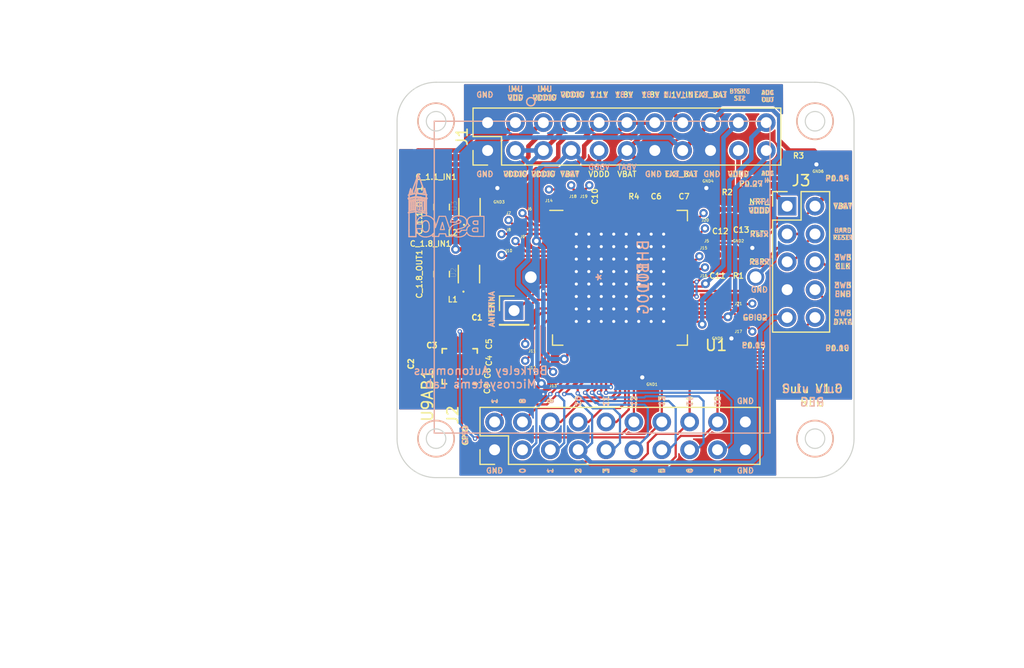
<source format=kicad_pcb>
(kicad_pcb (version 20171130) (host pcbnew "(5.1.6)-1")
  (layers (0 F.Cu mixed) (31 B.Cu mixed) (34 B.Paste user) (35 F.Paste user) (36 B.SilkS user) (37 F.SilkS user) (38 B.Mask user) (39 F.Mask user) (44 Edge.Cuts user))
  (net 0 "")
  (net 1 GND)
  (net 2 +VBAT)
  (net 3 +VDDD)
  (net 4 +VDDIO)
  (net 5 /scumsheet/AUX_LDO_OUTPUT)
  (net 6 +VDDAO)
  (net 7 /GPIO7)
  (net 8 /GPIO5)
  (net 9 /GPIO3)
  (net 10 /GPIO1)
  (net 11 /GPIO6)
  (net 12 /GPIO4)
  (net 13 /GPIO2)
  (net 14 /GPIO0)
  (net 15 /3WB_DATA)
  (net 16 /3WB_ENB)
  (net 17 /3WB_CLK)
  (net 18 /RsTx)
  (net 19 /RsRx)
  (net 20 /SENSOR_LDO_OUTPUT)
  (net 21 /SENSOR_EXT_IN)
  (net 22 /GPIO10)
  (net 23 /GPIO9)
  (net 24 /GPIO8)
  (net 25 /BOOT_SOURCE_SEL)
  (net 26 /GPIO13)
  (net 27 /GPIO14)
  (net 28 /GPIO15)
  (net 29 /GPIO12)
  (net 30 /IMU_VDD)
  (net 31 /IMU_VDDIO)
  (net 32 /ANTENNA)
  (net 33 /GPIO11)
  (net 34 /HARD_RESET)
  (net 35 "Net-(C3-Pad1)")
  (net 36 /scumsheet/LO_LDO_OUTPUT)
  (net 37 /scumsheet/PA_LDO_OUTPUT)
  (net 38 /scumsheet/VDDD_DISABLE)
  (net 39 "Net-(J5-Pad1)")
  (net 40 "Net-(J6-Pad1)")
  (net 41 "Net-(J7-Pad1)")
  (net 42 "Net-(J8-Pad1)")
  (net 43 "Net-(J9-Pad1)")
  (net 44 "Net-(J10-Pad1)")
  (net 45 "Net-(J11-Pad1)")
  (net 46 "Net-(J12-Pad1)")
  (net 47 "Net-(J13-Pad1)")
  (net 48 "Net-(J14-Pad1)")
  (net 49 "Net-(J15-Pad1)")
  (net 50 "Net-(J16-Pad1)")
  (net 51 "Net-(J17-Pad1)")
  (net 52 "Net-(J18-Pad1)")
  (net 53 "Net-(J19-Pad1)")
  (net 54 "Net-(J20-Pad1)")
  (net 55 "Net-(J21-Pad1)")
  (net 56 +1.8V_REG)
  (net 57 +EXT_BAT)
  (net 58 +1.1V_REG)
  (net 59 +NRF_VDDD)
  (net 60 "Net-(L1-Pad2)")
  (net 61 "Net-(L2-Pad2)")
  (net 62 "Net-(R4-Pad2)")
  (net 63 /1.1V_IN)
  (module Connector_PinHeader_2.54mm:PinHeader_2x11_P2.54mm_Vertical (layer F.Cu) (at 114.3 78.74 90)
    (fp_text reference J1 (at 1.27 -2.33 90) (layer F.SilkS))
    (fp_text value Conn_02x11_Odd_Even)
    (pad 22 thru_hole oval (at 2.54 25.4 90) (size 1.7 1.7) (drill 1) (layers *.Cu *.Mask) (net 20 /SENSOR_LDO_OUTPUT))
    (pad 21 thru_hole oval (at 0 25.4 90) (size 1.7 1.7) (drill 1) (layers *.Cu *.Mask) (net 21 /SENSOR_EXT_IN))
    (pad 20 thru_hole oval (at 2.54 22.86 90) (size 1.7 1.7) (drill 1) (layers *.Cu *.Mask) (net 25 /BOOT_SOURCE_SEL))
    (pad 19 thru_hole oval (at 0 22.86 90) (size 1.7 1.7) (drill 1) (layers *.Cu *.Mask) (net 3 +VDDD))
    (pad 18 thru_hole oval (at 2.54 20.32 90) (size 1.7 1.7) (drill 1) (layers *.Cu *.Mask) (net 57 +EXT_BAT))
    (pad 17 thru_hole oval (at 0 20.32 90) (size 1.7 1.7) (drill 1) (layers *.Cu *.Mask) (net 1 GND))
    (pad 16 thru_hole oval (at 2.54 17.78 90) (size 1.7 1.7) (drill 1) (layers *.Cu *.Mask) (net 63 /1.1V_IN))
    (pad 15 thru_hole oval (at 0 17.78 90) (size 1.7 1.7) (drill 1) (layers *.Cu *.Mask) (net 57 +EXT_BAT))
    (pad 14 thru_hole oval (at 2.54 15.24 90) (size 1.7 1.7) (drill 1) (layers *.Cu *.Mask) (net 56 +1.8V_REG))
    (pad 13 thru_hole oval (at 0 15.24 90) (size 1.7 1.7) (drill 1) (layers *.Cu *.Mask) (net 1 GND))
    (pad 12 thru_hole oval (at 2.54 12.7 90) (size 1.7 1.7) (drill 1) (layers *.Cu *.Mask) (net 56 +1.8V_REG))
    (pad 11 thru_hole oval (at 0 12.7 90) (size 1.7 1.7) (drill 1) (layers *.Cu *.Mask) (net 2 +VBAT))
    (pad 10 thru_hole oval (at 2.54 10.16 90) (size 1.7 1.7) (drill 1) (layers *.Cu *.Mask) (net 58 +1.1V_REG))
    (pad 9 thru_hole oval (at 0 10.16 90) (size 1.7 1.7) (drill 1) (layers *.Cu *.Mask) (net 3 +VDDD))
    (pad 8 thru_hole oval (at 2.54 7.62 90) (size 1.7 1.7) (drill 1) (layers *.Cu *.Mask) (net 4 +VDDIO))
    (pad 7 thru_hole oval (at 0 7.62 90) (size 1.7 1.7) (drill 1) (layers *.Cu *.Mask) (net 2 +VBAT))
    (pad 6 thru_hole oval (at 2.54 5.08 90) (size 1.7 1.7) (drill 1) (layers *.Cu *.Mask) (net 31 /IMU_VDDIO))
    (pad 5 thru_hole oval (at 0 5.08 90) (size 1.7 1.7) (drill 1) (layers *.Cu *.Mask) (net 4 +VDDIO))
    (pad 4 thru_hole oval (at 2.54 2.54 90) (size 1.7 1.7) (drill 1) (layers *.Cu *.Mask) (net 30 /IMU_VDD))
    (pad 3 thru_hole oval (at 0 2.54 90) (size 1.7 1.7) (drill 1) (layers *.Cu *.Mask) (net 4 +VDDIO))
    (pad 2 thru_hole oval (at 2.54 0 90) (size 1.7 1.7) (drill 1) (layers *.Cu *.Mask) (net 1 GND))
    (pad 1 thru_hole rect (at 0 0 90) (size 1.7 1.7) (drill 1) (layers *.Cu *.Mask) (net 1 GND))
  )
  (module downloaded_libs:BH1000G (layer B.Cu) (at 124.7394 90.297 270)
    (fp_text reference BT1 (at 0 -3.7465 90) (layer B.SilkS) (effects (justify mirror)))
    (fp_text value BH1000G (at 0 -3.7465 90) (layer B.SilkS) (effects (justify mirror)))
    (fp_text user * (at 0 0 90) (layer B.SilkS) (effects (justify mirror)))
    (pad 2 thru_hole circle (at 0 -13.9954 270) (size 1.5748 1.5748) (drill 1.0668) (layers *.Cu *.Mask) (net 57 +EXT_BAT))
    (pad 1 thru_hole circle (at 0 6.5024 270) (size 1.5748 1.5748) (drill 1.0668) (layers *.Cu *.Mask) (net 1 GND))
  )
  (module Resistor_SMD:R_0402_1005Metric (layer F.Cu) (at 127.15 81.915)
    (fp_text reference R4 (at 0.485 1.016) (layer F.SilkS) (effects (font (size 0.508 0.508) (thickness 0.1016))))
    (fp_text value "0 Ohm")
    (pad 2 smd roundrect (at 0.485 0) (size 0.59 0.64) (layers F.Cu F.Paste F.Mask) (net 62 "Net-(R4-Pad2)"))
    (pad 1 smd roundrect (at -0.485 0) (size 0.59 0.64) (layers F.Cu F.Paste F.Mask) (net 3 +VDDD))
  )
  (module downloaded_libs:SOFL50P180X50-6N (layer F.Cu) (at 112.649 83.918999 90)
    (fp_text reference U3 (at 0.124 -1.4048 90) (layer F.SilkS) (effects (font (size 0.48 0.48) (thickness 0.015))))
    (fp_text value S-85S1AB11-I6T1U)
    (pad 6 smd rect (at 0.9 -0.5 90) (size 0.5 0.3) (layers F.Cu F.Paste F.Mask) (net 63 /1.1V_IN))
    (pad 5 smd rect (at 0.9 0 90) (size 0.5 0.3) (layers F.Cu F.Paste F.Mask) (net 63 /1.1V_IN))
    (pad 4 smd rect (at 0.9 0.5 90) (size 0.5 0.3) (layers F.Cu F.Paste F.Mask) (net 1 GND))
    (pad 3 smd rect (at -0.9 0.5 90) (size 0.5 0.3) (layers F.Cu F.Paste F.Mask) (net 61 "Net-(L2-Pad2)"))
    (pad 2 smd rect (at -0.9 0 90) (size 0.5 0.3) (layers F.Cu F.Paste F.Mask) (net 1 GND))
    (pad 1 smd rect (at -0.9 -0.5 90) (size 0.5 0.3) (layers F.Cu F.Paste F.Mask) (net 58 +1.1V_REG))
  )
  (module downloaded_libs:SOFL50P180X50-6N (layer F.Cu) (at 112.597999 90.014999 90)
    (fp_text reference U2 (at 0.124 -1.4048 90) (layer F.SilkS) (effects (font (size 0.48 0.48) (thickness 0.015))))
    (fp_text value S-85S1AB18-I6T1U)
    (pad 6 smd rect (at 0.9 -0.5 90) (size 0.5 0.3) (layers F.Cu F.Paste F.Mask) (net 57 +EXT_BAT))
    (pad 5 smd rect (at 0.9 0 90) (size 0.5 0.3) (layers F.Cu F.Paste F.Mask) (net 57 +EXT_BAT))
    (pad 4 smd rect (at 0.9 0.5 90) (size 0.5 0.3) (layers F.Cu F.Paste F.Mask) (net 1 GND))
    (pad 3 smd rect (at -0.9 0.5 90) (size 0.5 0.3) (layers F.Cu F.Paste F.Mask) (net 60 "Net-(L1-Pad2)"))
    (pad 2 smd rect (at -0.9 0 90) (size 0.5 0.3) (layers F.Cu F.Paste F.Mask) (net 1 GND))
    (pad 1 smd rect (at -0.9 -0.5 90) (size 0.5 0.3) (layers F.Cu F.Paste F.Mask) (net 56 +1.8V_REG))
  )
  (module Resistor_SMD:R_0402_1005Metric (layer F.Cu) (at 142.644 80.391)
    (fp_text reference R3 (at 0 -1.17) (layer F.SilkS) (effects (font (size 0.508 0.508) (thickness 0.1016))))
    (fp_text value R_Small_US)
    (pad 2 smd roundrect (at 0.485 0) (size 0.59 0.64) (layers F.Cu F.Paste F.Mask) (net 1 GND))
    (pad 1 smd roundrect (at -0.485 0) (size 0.59 0.64) (layers F.Cu F.Paste F.Mask) (net 3 +VDDD))
  )
  (module Resistor_SMD:R_0402_1005Metric (layer F.Cu) (at 137.645 82.55 180)
    (fp_text reference R2 (at 1.501 0) (layer F.SilkS) (effects (font (size 0.508 0.508) (thickness 0.1016))))
    (fp_text value R_Small_US)
    (pad 2 smd roundrect (at 0.485 0 180) (size 0.59 0.64) (layers F.Cu F.Paste F.Mask) (net 3 +VDDD))
    (pad 1 smd roundrect (at -0.485 0 180) (size 0.59 0.64) (layers F.Cu F.Paste F.Mask) (net 59 +NRF_VDDD))
  )
  (module Capacitor_SMD:C_0805_2012Metric (layer F.Cu) (at 110.109 90.02 270)
    (fp_text reference C_1.8_OUT1 (at 0 2.032 90) (layer F.SilkS) (effects (font (size 0.508 0.508) (thickness 0.1016))))
    (fp_text value "100 uF")
    (pad 2 smd roundrect (at 0.9375 0 270) (size 0.975 1.4) (layers F.Cu F.Paste F.Mask) (net 56 +1.8V_REG))
    (pad 1 smd roundrect (at -0.9375 0 270) (size 0.975 1.4) (layers F.Cu F.Paste F.Mask) (net 1 GND))
  )
  (module Capacitor_SMD:C_0805_2012Metric (layer F.Cu) (at 110.109 83.8985 270)
    (fp_text reference C_1.1_OUT1 (at 0.3025 2.032 90) (layer F.SilkS) (effects (font (size 0.508 0.508) (thickness 0.1016))))
    (fp_text value "100 uF")
    (pad 2 smd roundrect (at 0.9375 0 270) (size 0.975 1.4) (layers F.Cu F.Paste F.Mask) (net 58 +1.1V_REG))
    (pad 1 smd roundrect (at -0.9375 0 270) (size 0.975 1.4) (layers F.Cu F.Paste F.Mask) (net 1 GND))
  )
  (module Inductor_SMD:L_0402_1005Metric (layer F.Cu) (at 112.626 86.233)
    (fp_text reference L2 (at -1.501 0) (layer F.SilkS) (effects (font (size 0.508 0.508) (thickness 0.1016))))
    (fp_text value "2.2 uH")
    (pad 2 smd roundrect (at 0.485 0) (size 0.59 0.64) (layers F.Cu F.Paste F.Mask) (net 61 "Net-(L2-Pad2)"))
    (pad 1 smd roundrect (at -0.485 0) (size 0.59 0.64) (layers F.Cu F.Paste F.Mask) (net 58 +1.1V_REG))
  )
  (module Inductor_SMD:L_0402_1005Metric (layer F.Cu) (at 112.672 92.329)
    (fp_text reference L1 (at -1.547 0) (layer F.SilkS) (effects (font (size 0.508 0.508) (thickness 0.1016))))
    (fp_text value "2.2 uH")
    (pad 2 smd roundrect (at 0.485 0) (size 0.59 0.64) (layers F.Cu F.Paste F.Mask) (net 60 "Net-(L1-Pad2)"))
    (pad 1 smd roundrect (at -0.485 0) (size 0.59 0.64) (layers F.Cu F.Paste F.Mask) (net 56 +1.8V_REG))
  )
  (module Connector_PinHeader_2.54mm:PinHeader_2x05_P2.54mm_Vertical (layer F.Cu) (at 141.605 83.82)
    (fp_text reference J3 (at 1.27 -2.33) (layer F.SilkS))
    (fp_text value Conn_02x05_Odd_Even)
    (pad 10 thru_hole oval (at 2.54 10.16) (size 1.7 1.7) (drill 1) (layers *.Cu *.Mask) (net 15 /3WB_DATA))
    (pad 9 thru_hole oval (at 0 10.16) (size 1.7 1.7) (drill 1) (layers *.Cu *.Mask) (net 13 /GPIO2))
    (pad 8 thru_hole oval (at 2.54 7.62) (size 1.7 1.7) (drill 1) (layers *.Cu *.Mask) (net 16 /3WB_ENB))
    (pad 7 thru_hole oval (at 0 7.62) (size 1.7 1.7) (drill 1) (layers *.Cu *.Mask) (net 1 GND))
    (pad 6 thru_hole oval (at 2.54 5.08) (size 1.7 1.7) (drill 1) (layers *.Cu *.Mask) (net 17 /3WB_CLK))
    (pad 5 thru_hole oval (at 0 5.08) (size 1.7 1.7) (drill 1) (layers *.Cu *.Mask) (net 19 /RsRx))
    (pad 4 thru_hole oval (at 2.54 2.54) (size 1.7 1.7) (drill 1) (layers *.Cu *.Mask) (net 34 /HARD_RESET))
    (pad 3 thru_hole oval (at 0 2.54) (size 1.7 1.7) (drill 1) (layers *.Cu *.Mask) (net 18 /RsTx))
    (pad 2 thru_hole oval (at 2.54 0) (size 1.7 1.7) (drill 1) (layers *.Cu *.Mask) (net 2 +VBAT))
    (pad 1 thru_hole rect (at 0 0) (size 1.7 1.7) (drill 1) (layers *.Cu *.Mask) (net 59 +NRF_VDDD))
  )
  (module Capacitor_SMD:C_0402_1005Metric (layer F.Cu) (at 112.799 81.915)
    (fp_text reference C_1.1_IN1 (at -3.198 -0.762) (layer F.SilkS) (effects (font (size 0.508 0.508) (thickness 0.1016))))
    (fp_text value "10 uF")
    (pad 2 smd roundrect (at 0.485 0) (size 0.59 0.64) (layers F.Cu F.Paste F.Mask) (net 1 GND))
    (pad 1 smd roundrect (at -0.485 0) (size 0.59 0.64) (layers F.Cu F.Paste F.Mask) (net 63 /1.1V_IN))
  )
  (module Capacitor_SMD:C_0402_1005Metric (layer F.Cu) (at 112.753 88.011)
    (fp_text reference C_1.8_IN1 (at -3.66 -0.762) (layer F.SilkS) (effects (font (size 0.508 0.508) (thickness 0.1016))))
    (fp_text value "10 uF")
    (pad 2 smd roundrect (at 0.485 0) (size 0.59 0.64) (layers F.Cu F.Paste F.Mask) (net 1 GND))
    (pad 1 smd roundrect (at -0.485 0) (size 0.59 0.64) (layers F.Cu F.Paste F.Mask) (net 57 +EXT_BAT))
  )
  (module SCUM:through_hole (layer F.Cu) (at 138.43 92.71)
    (fp_text reference J21 (at -1.27 0) (layer F.SilkS) (effects (font (size 0.254 0.254) (thickness 0.0508))))
    (fp_text value through_hole hide)
    (pad 1 thru_hole circle (at 0 0) (size 0.762 0.762) (drill 0.381) (layers *.Cu *.Mask) (net 55 "Net-(J21-Pad1)"))
  )
  (module SCUM:through_hole (layer F.Cu) (at 133.985 84.455)
    (fp_text reference J20 (at 0.1524 0.635) (layer F.SilkS) (effects (font (size 0.254 0.254) (thickness 0.0508))))
    (fp_text value through_hole hide)
    (pad 1 thru_hole circle (at 0 0) (size 0.762 0.762) (drill 0.381) (layers *.Cu *.Mask) (net 54 "Net-(J20-Pad1)"))
  )
  (module SCUM:through_hole (layer F.Cu) (at 123.571 81.915)
    (fp_text reference J19 (at -0.508 1.016) (layer F.SilkS) (effects (font (size 0.254 0.254) (thickness 0.0508))))
    (fp_text value through_hole hide)
    (pad 1 thru_hole circle (at 0 0) (size 0.762 0.762) (drill 0.381) (layers *.Cu *.Mask) (net 53 "Net-(J19-Pad1)"))
  )
  (module SCUM:through_hole (layer F.Cu) (at 121.92 81.915)
    (fp_text reference J18 (at 0.1524 1.016) (layer F.SilkS) (effects (font (size 0.254 0.254) (thickness 0.0508))))
    (fp_text value through_hole hide)
    (pad 1 thru_hole circle (at 0 0) (size 0.762 0.762) (drill 0.381) (layers *.Cu *.Mask) (net 52 "Net-(J18-Pad1)"))
  )
  (module SCUM:through_hole (layer F.Cu) (at 119.888 82.296)
    (fp_text reference J14 (at 0 1.016) (layer F.SilkS) (effects (font (size 0.254 0.254) (thickness 0.0508))))
    (fp_text value through_hole hide)
    (pad 1 thru_hole circle (at 0 0) (size 0.762 0.762) (drill 0.381) (layers *.Cu *.Mask) (net 48 "Net-(J14-Pad1)"))
  )
  (module SCUM:through_hole (layer F.Cu) (at 117.729 97.917)
    (fp_text reference J12 (at 0.635 0.635) (layer F.SilkS) (effects (font (size 0.254 0.254) (thickness 0.0508))))
    (fp_text value through_hole hide)
    (pad 1 thru_hole circle (at 0 0) (size 0.762 0.762) (drill 0.381) (layers *.Cu *.Mask) (net 46 "Net-(J12-Pad1)"))
  )
  (module SCUM:through_hole (layer F.Cu) (at 138.43 95.25)
    (fp_text reference J17 (at -1.27 0) (layer F.SilkS) (effects (font (size 0.254 0.254) (thickness 0.0508))))
    (fp_text value through_hole hide)
    (pad 1 thru_hole circle (at 0 0) (size 0.762 0.762) (drill 0.381) (layers *.Cu *.Mask) (net 51 "Net-(J17-Pad1)"))
  )
  (module SCUM:through_hole (layer F.Cu) (at 134.112 89.408)
    (fp_text reference J16 (at -0.127 0.762) (layer F.SilkS) (effects (font (size 0.254 0.254) (thickness 0.0508))))
    (fp_text value through_hole hide)
    (pad 1 thru_hole circle (at 0 0) (size 0.762 0.762) (drill 0.381) (layers *.Cu *.Mask) (net 50 "Net-(J16-Pad1)"))
  )
  (module SCUM:through_hole (layer F.Cu) (at 133.604 88.392)
    (fp_text reference J15 (at 0.381 -0.762) (layer F.SilkS) (effects (font (size 0.254 0.254) (thickness 0.0508))))
    (fp_text value through_hole hide)
    (pad 1 thru_hole circle (at 0 0) (size 0.762 0.762) (drill 0.381) (layers *.Cu *.Mask) (net 49 "Net-(J15-Pad1)"))
  )
  (module SCUM:through_hole (layer F.Cu) (at 120.269 98.933)
    (fp_text reference J13 (at 0 1.27) (layer F.SilkS) (effects (font (size 0.254 0.254) (thickness 0.0508))))
    (fp_text value through_hole hide)
    (pad 1 thru_hole circle (at 0 0) (size 0.762 0.762) (drill 0.381) (layers *.Cu *.Mask) (net 47 "Net-(J13-Pad1)"))
  )
  (module SCUM:through_hole (layer F.Cu) (at 117.729 96.393)
    (fp_text reference J11 (at 0.635 0.635) (layer F.SilkS) (effects (font (size 0.254 0.254) (thickness 0.0508))))
    (fp_text value through_hole hide)
    (pad 1 thru_hole circle (at 0 0) (size 0.762 0.762) (drill 0.381) (layers *.Cu *.Mask) (net 45 "Net-(J11-Pad1)"))
  )
  (module SCUM:through_hole (layer F.Cu) (at 115.57 88.265)
    (fp_text reference J10 (at 0.635 -0.381) (layer F.SilkS) (effects (font (size 0.254 0.254) (thickness 0.0508))))
    (fp_text value through_hole hide)
    (pad 1 thru_hole circle (at 0 0) (size 0.762 0.762) (drill 0.381) (layers *.Cu *.Mask) (net 44 "Net-(J10-Pad1)"))
  )
  (module SCUM:through_hole (layer F.Cu) (at 116.84 86.995)
    (fp_text reference J9 (at 0.635 -0.381) (layer F.SilkS) (effects (font (size 0.254 0.254) (thickness 0.0508))))
    (fp_text value through_hole hide)
    (pad 1 thru_hole circle (at 0 0) (size 0.762 0.762) (drill 0.381) (layers *.Cu *.Mask) (net 43 "Net-(J9-Pad1)"))
  )
  (module SCUM:through_hole (layer F.Cu) (at 115.57 86.36)
    (fp_text reference J8 (at 0.635 -0.381) (layer F.SilkS) (effects (font (size 0.254 0.254) (thickness 0.0508))))
    (fp_text value through_hole hide)
    (pad 1 thru_hole circle (at 0 0) (size 0.762 0.762) (drill 0.381) (layers *.Cu *.Mask) (net 42 "Net-(J8-Pad1)"))
  )
  (module SCUM:through_hole (layer F.Cu) (at 116.205 85.09)
    (fp_text reference J7 (at 0 -0.635) (layer F.SilkS) (effects (font (size 0.254 0.254) (thickness 0.0508))))
    (fp_text value through_hole hide)
    (pad 1 thru_hole circle (at 0 0) (size 0.762 0.762) (drill 0.381) (layers *.Cu *.Mask) (net 41 "Net-(J7-Pad1)"))
  )
  (module SCUM:through_hole (layer F.Cu) (at 117.475 84.455)
    (fp_text reference J6 (at 0.635 -0.381) (layer F.SilkS) (effects (font (size 0.254 0.254) (thickness 0.0508))))
    (fp_text value through_hole hide)
    (pad 1 thru_hole circle (at 0 0) (size 0.762 0.762) (drill 0.381) (layers *.Cu *.Mask) (net 40 "Net-(J6-Pad1)"))
  )
  (module SCUM:through_hole (layer F.Cu) (at 134.112 85.852)
    (fp_text reference J5 (at 0.1524 1.143) (layer F.SilkS) (effects (font (size 0.254 0.254) (thickness 0.0508))))
    (fp_text value through_hole hide)
    (pad 1 thru_hole circle (at 0 0) (size 0.762 0.762) (drill 0.381) (layers *.Cu *.Mask) (net 39 "Net-(J5-Pad1)"))
  )
  (module SCUM:through_hole (layer F.Cu) (at 144.272 80.01)
    (fp_text reference GND6 (at 0.1524 0.635) (layer F.SilkS) (effects (font (size 0.254 0.254) (thickness 0.0508))))
    (fp_text value through_hole hide)
    (pad 1 thru_hole circle (at 0 0) (size 0.762 0.762) (drill 0.381) (layers *.Cu *.Mask) (net 1 GND))
  )
  (module SCUM:through_hole (layer F.Cu) (at 136.525 95.885)
    (fp_text reference GND5 (at -1.27 0) (layer F.SilkS) (effects (font (size 0.254 0.254) (thickness 0.0508))))
    (fp_text value through_hole hide)
    (pad 1 thru_hole circle (at 0 0) (size 0.762 0.762) (drill 0.381) (layers *.Cu *.Mask) (net 1 GND))
  )
  (module SCUM:through_hole (layer F.Cu) (at 134.239 82.169)
    (fp_text reference GND4 (at 0.1524 -0.635) (layer F.SilkS) (effects (font (size 0.254 0.254) (thickness 0.0508))))
    (fp_text value through_hole hide)
    (pad 1 thru_hole circle (at 0 0) (size 0.762 0.762) (drill 0.381) (layers *.Cu *.Mask) (net 1 GND))
  )
  (module SCUM:through_hole (layer F.Cu) (at 115.189 82.169)
    (fp_text reference GND3 (at 0.1524 1.27) (layer F.SilkS) (effects (font (size 0.254 0.254) (thickness 0.0508))))
    (fp_text value through_hole hide)
    (pad 1 thru_hole circle (at 0 0) (size 0.762 0.762) (drill 0.381) (layers *.Cu *.Mask) (net 1 GND))
  )
  (module SCUM:through_hole (layer F.Cu) (at 138.43 87.63)
    (fp_text reference GND2 (at -1.27 -0.635) (layer F.SilkS) (effects (font (size 0.254 0.254) (thickness 0.0508))))
    (fp_text value through_hole hide)
    (pad 1 thru_hole circle (at 0 0) (size 0.762 0.762) (drill 0.381) (layers *.Cu *.Mask) (net 1 GND))
  )
  (module SCUM:through_hole (layer F.Cu) (at 128.397 99.441)
    (fp_text reference GND1 (at 0.889 0.635) (layer F.SilkS) (effects (font (size 0.254 0.254) (thickness 0.0508))))
    (fp_text value through_hole hide)
    (pad 1 thru_hole circle (at 0 0) (size 0.762 0.762) (drill 0.381) (layers *.Cu *.Mask) (net 1 GND))
  )
  (module Connector_PinHeader_2.54mm:PinHeader_1x01_P2.54mm_Vertical (layer F.Cu) (at 116.713 93.345)
    (fp_text reference J4 hide)
    (fp_text value Conn_01x01_Male)
    (pad 1 thru_hole rect (at 0 0) (size 1.7 1.7) (drill 1) (layers *.Cu *.Mask) (net 32 /ANTENNA))
  )
  (module Resistor_SMD:R_0402_1005Metric (layer F.Cu) (at 137.16 88.75 270)
    (fp_text reference R1 (at 1.42 0 180) (layer F.SilkS) (effects (font (size 0.508 0.508) (thickness 0.1016))))
    (fp_text value NP)
    (pad 2 smd roundrect (at 0.485 0 270) (size 0.59 0.64) (layers F.Cu F.Paste F.Mask) (net 1 GND))
    (pad 1 smd roundrect (at -0.485 0 270) (size 0.59 0.64) (layers F.Cu F.Paste F.Mask) (net 38 /scumsheet/VDDD_DISABLE))
  )
  (module Capacitor_SMD:C_0402_1005Metric (layer F.Cu) (at 137.16 84.605 90)
    (fp_text reference C13 (at -1.374 0.254 180) (layer F.SilkS) (effects (font (size 0.508 0.508) (thickness 0.1016))))
    (fp_text value NP)
    (pad 2 smd roundrect (at 0.485 0 90) (size 0.59 0.64) (layers F.Cu F.Paste F.Mask) (net 3 +VDDD))
    (pad 1 smd roundrect (at -0.485 0 90) (size 0.59 0.64) (layers F.Cu F.Paste F.Mask) (net 1 GND))
  )
  (module Capacitor_SMD:C_0402_1005Metric (layer F.Cu) (at 135.255 84.605 90)
    (fp_text reference C12 (at -1.501 0.254 180) (layer F.SilkS) (effects (font (size 0.508 0.508) (thickness 0.1016))))
    (fp_text value NP)
    (pad 2 smd roundrect (at 0.485 0 90) (size 0.59 0.64) (layers F.Cu F.Paste F.Mask) (net 3 +VDDD))
    (pad 1 smd roundrect (at -0.485 0 90) (size 0.59 0.64) (layers F.Cu F.Paste F.Mask) (net 1 GND))
  )
  (module Capacitor_SMD:C_0402_1005Metric (layer F.Cu) (at 135.255 88.75 90)
    (fp_text reference C11 (at -1.42 0 180) (layer F.SilkS) (effects (font (size 0.508 0.508) (thickness 0.1016))))
    (fp_text value NP)
    (pad 2 smd roundrect (at 0.485 0 90) (size 0.59 0.64) (layers F.Cu F.Paste F.Mask) (net 5 /scumsheet/AUX_LDO_OUTPUT))
    (pad 1 smd roundrect (at -0.485 0 90) (size 0.59 0.64) (layers F.Cu F.Paste F.Mask) (net 1 GND))
  )
  (module Capacitor_SMD:C_0402_1005Metric (layer F.Cu) (at 124.841 82.146 90)
    (fp_text reference C10 (at -0.785 -0.762 90) (layer F.SilkS) (effects (font (size 0.508 0.508) (thickness 0.1016))))
    (fp_text value NP)
    (pad 2 smd roundrect (at 0.485 0 90) (size 0.59 0.64) (layers F.Cu F.Paste F.Mask) (net 1 GND))
    (pad 1 smd roundrect (at -0.485 0 90) (size 0.59 0.64) (layers F.Cu F.Paste F.Mask) (net 6 +VDDAO))
  )
  (module Capacitor_SMD:C_0402_1005Metric (layer F.Cu) (at 115.674 100.457 180)
    (fp_text reference C9 (at 1.42 0 270) (layer F.SilkS) (effects (font (size 0.508 0.508) (thickness 0.1016))))
    (fp_text value NP)
    (pad 2 smd roundrect (at 0.485 0 180) (size 0.59 0.64) (layers F.Cu F.Paste F.Mask) (net 1 GND))
    (pad 1 smd roundrect (at -0.485 0 180) (size 0.59 0.64) (layers F.Cu F.Paste F.Mask) (net 4 +VDDIO))
  )
  (module Capacitor_SMD:C_0402_1005Metric (layer F.Cu) (at 115.72 99.06 180)
    (fp_text reference C8 (at 1.42 0 270) (layer F.SilkS) (effects (font (size 0.508 0.508) (thickness 0.1016))))
    (fp_text value NP)
    (pad 2 smd roundrect (at 0.485 0 180) (size 0.59 0.64) (layers F.Cu F.Paste F.Mask) (net 1 GND))
    (pad 1 smd roundrect (at -0.485 0 180) (size 0.59 0.64) (layers F.Cu F.Paste F.Mask) (net 4 +VDDIO))
  )
  (module Capacitor_SMD:C_0402_1005Metric (layer F.Cu) (at 132.311 81.915)
    (fp_text reference C7 (at -0.104 1.016) (layer F.SilkS) (effects (font (size 0.508 0.508) (thickness 0.1016))))
    (fp_text value NP)
    (pad 2 smd roundrect (at 0.485 0) (size 0.59 0.64) (layers F.Cu F.Paste F.Mask) (net 1 GND))
    (pad 1 smd roundrect (at -0.485 0) (size 0.59 0.64) (layers F.Cu F.Paste F.Mask) (net 2 +VBAT))
  )
  (module Capacitor_SMD:C_0402_1005Metric (layer F.Cu) (at 129.817 81.915 180)
    (fp_text reference C6 (at 0.15 -1.016) (layer F.SilkS) (effects (font (size 0.508 0.508) (thickness 0.1016))))
    (fp_text value NP)
    (pad 2 smd roundrect (at 0.485 0 180) (size 0.59 0.64) (layers F.Cu F.Paste F.Mask) (net 1 GND))
    (pad 1 smd roundrect (at -0.485 0 180) (size 0.59 0.64) (layers F.Cu F.Paste F.Mask) (net 2 +VBAT))
  )
  (module Capacitor_SMD:C_0402_1005Metric (layer F.Cu) (at 115.72 96.393 180)
    (fp_text reference C5 (at 1.293 0 90) (layer F.SilkS) (effects (font (size 0.508 0.508) (thickness 0.1016))))
    (fp_text value NP)
    (pad 2 smd roundrect (at 0.485 0 180) (size 0.59 0.64) (layers F.Cu F.Paste F.Mask) (net 1 GND))
    (pad 1 smd roundrect (at -0.485 0 180) (size 0.59 0.64) (layers F.Cu F.Paste F.Mask) (net 37 /scumsheet/PA_LDO_OUTPUT))
  )
  (module Capacitor_SMD:C_0402_1005Metric (layer F.Cu) (at 115.72 97.79 180)
    (fp_text reference C4 (at 1.293 -0.127 90) (layer F.SilkS) (effects (font (size 0.508 0.508) (thickness 0.1016))))
    (fp_text value NP)
    (pad 2 smd roundrect (at 0.485 0 180) (size 0.59 0.64) (layers F.Cu F.Paste F.Mask) (net 1 GND))
    (pad 1 smd roundrect (at -0.485 0 180) (size 0.59 0.64) (layers F.Cu F.Paste F.Mask) (net 36 /scumsheet/LO_LDO_OUTPUT))
  )
  (module Connector_PinHeader_2.54mm:PinHeader_2x10_P2.54mm_Vertical (layer F.Cu) (at 114.935 106.045 90)
    (fp_text reference J2 (at 3.175 -3.81 270) (layer F.SilkS))
    (fp_text value Conn_02x10_Odd_Even)
    (pad 20 thru_hole oval (at 2.54 22.86 90) (size 1.7 1.7) (drill 1) (layers *.Cu *.Mask) (net 1 GND))
    (pad 19 thru_hole oval (at 0 22.86 90) (size 1.7 1.7) (drill 1) (layers *.Cu *.Mask) (net 1 GND))
    (pad 18 thru_hole oval (at 2.54 20.32 90) (size 1.7 1.7) (drill 1) (layers *.Cu *.Mask) (net 28 /GPIO15))
    (pad 17 thru_hole oval (at 0 20.32 90) (size 1.7 1.7) (drill 1) (layers *.Cu *.Mask) (net 7 /GPIO7))
    (pad 16 thru_hole oval (at 2.54 17.78 90) (size 1.7 1.7) (drill 1) (layers *.Cu *.Mask) (net 27 /GPIO14))
    (pad 15 thru_hole oval (at 0 17.78 90) (size 1.7 1.7) (drill 1) (layers *.Cu *.Mask) (net 11 /GPIO6))
    (pad 14 thru_hole oval (at 2.54 15.24 90) (size 1.7 1.7) (drill 1) (layers *.Cu *.Mask) (net 26 /GPIO13))
    (pad 13 thru_hole oval (at 0 15.24 90) (size 1.7 1.7) (drill 1) (layers *.Cu *.Mask) (net 8 /GPIO5))
    (pad 12 thru_hole oval (at 2.54 12.7 90) (size 1.7 1.7) (drill 1) (layers *.Cu *.Mask) (net 29 /GPIO12))
    (pad 11 thru_hole oval (at 0 12.7 90) (size 1.7 1.7) (drill 1) (layers *.Cu *.Mask) (net 12 /GPIO4))
    (pad 10 thru_hole oval (at 2.54 10.16 90) (size 1.7 1.7) (drill 1) (layers *.Cu *.Mask) (net 33 /GPIO11))
    (pad 9 thru_hole oval (at 0 10.16 90) (size 1.7 1.7) (drill 1) (layers *.Cu *.Mask) (net 9 /GPIO3))
    (pad 8 thru_hole oval (at 2.54 7.62 90) (size 1.7 1.7) (drill 1) (layers *.Cu *.Mask) (net 22 /GPIO10))
    (pad 7 thru_hole oval (at 0 7.62 90) (size 1.7 1.7) (drill 1) (layers *.Cu *.Mask) (net 13 /GPIO2))
    (pad 6 thru_hole oval (at 2.54 5.08 90) (size 1.7 1.7) (drill 1) (layers *.Cu *.Mask) (net 23 /GPIO9))
    (pad 5 thru_hole oval (at 0 5.08 90) (size 1.7 1.7) (drill 1) (layers *.Cu *.Mask) (net 10 /GPIO1))
    (pad 4 thru_hole oval (at 2.54 2.54 90) (size 1.7 1.7) (drill 1) (layers *.Cu *.Mask) (net 24 /GPIO8))
    (pad 3 thru_hole oval (at 0 2.54 90) (size 1.7 1.7) (drill 1) (layers *.Cu *.Mask) (net 14 /GPIO0))
    (pad 2 thru_hole oval (at 2.54 0 90) (size 1.7 1.7) (drill 1) (layers *.Cu *.Mask) (net 10 /GPIO1))
    (pad 1 thru_hole rect (at 0 0 90) (size 1.7 1.7) (drill 1) (layers *.Cu *.Mask) (net 1 GND))
  )
  (module SCUM:QFN-100_EP_12x12_Pitch0.4mm_Margin0.25mm (layer F.Cu) (at 126.365 90.355)
    (fp_text reference U1 (at 8.763 6.165) (layer F.SilkS))
    (fp_text value scum3)
    (pad 1 smd oval (at -5.9 -4.8 90) (size 0.2 0.8) (layers F.Cu F.Paste F.Mask) (net 40 "Net-(J6-Pad1)"))
    (pad 2 smd oval (at -5.9 -4.4 90) (size 0.2 0.8) (layers F.Cu F.Paste F.Mask) (net 41 "Net-(J7-Pad1)"))
    (pad 3 smd oval (at -5.9 -4 90) (size 0.2 0.8) (layers F.Cu F.Paste F.Mask) (net 42 "Net-(J8-Pad1)"))
    (pad 4 smd oval (at -5.9 -3.6 90) (size 0.2 0.8) (layers F.Cu F.Paste F.Mask) (net 2 +VBAT))
    (pad 5 smd oval (at -5.9 -3.2 90) (size 0.2 0.8) (layers F.Cu F.Paste F.Mask) (net 1 GND))
    (pad 6 smd oval (at -5.9 -2.8 90) (size 0.2 0.8) (layers F.Cu F.Paste F.Mask))
    (pad 7 smd oval (at -5.9 -2.4 90) (size 0.2 0.8) (layers F.Cu F.Paste F.Mask) (net 43 "Net-(J9-Pad1)"))
    (pad 8 smd oval (at -5.9 -2 90) (size 0.2 0.8) (layers F.Cu F.Paste F.Mask) (net 44 "Net-(J10-Pad1)"))
    (pad 9 smd oval (at -5.9 -1.6 90) (size 0.2 0.8) (layers F.Cu F.Paste F.Mask))
    (pad 10 smd oval (at -5.9 -1.2 90) (size 0.2 0.8) (layers F.Cu F.Paste F.Mask))
    (pad 11 smd oval (at -5.9 -0.8 90) (size 0.2 0.8) (layers F.Cu F.Paste F.Mask) (net 1 GND))
    (pad 12 smd oval (at -5.9 -0.4 90) (size 0.2 0.8) (layers F.Cu F.Paste F.Mask))
    (pad 13 smd oval (at -5.9 0 90) (size 0.2 0.8) (layers F.Cu F.Paste F.Mask))
    (pad 14 smd oval (at -5.9 0.4 90) (size 0.2 0.8) (layers F.Cu F.Paste F.Mask) (net 1 GND))
    (pad 15 smd oval (at -5.9 0.8 90) (size 0.2 0.8) (layers F.Cu F.Paste F.Mask) (net 32 /ANTENNA))
    (pad 16 smd oval (at -5.9 1.2 90) (size 0.2 0.8) (layers F.Cu F.Paste F.Mask) (net 1 GND))
    (pad 17 smd oval (at -5.9 1.6 90) (size 0.2 0.8) (layers F.Cu F.Paste F.Mask) (net 2 +VBAT))
    (pad 18 smd oval (at -5.9 2 90) (size 0.2 0.8) (layers F.Cu F.Paste F.Mask) (net 37 /scumsheet/PA_LDO_OUTPUT))
    (pad 19 smd oval (at -5.9 2.4 90) (size 0.2 0.8) (layers F.Cu F.Paste F.Mask))
    (pad 20 smd oval (at -5.9 2.8 90) (size 0.2 0.8) (layers F.Cu F.Paste F.Mask) (net 45 "Net-(J11-Pad1)"))
    (pad 21 smd oval (at -5.9 3.2 90) (size 0.2 0.8) (layers F.Cu F.Paste F.Mask) (net 46 "Net-(J12-Pad1)"))
    (pad 22 smd oval (at -5.9 3.6 90) (size 0.2 0.8) (layers F.Cu F.Paste F.Mask) (net 36 /scumsheet/LO_LDO_OUTPUT))
    (pad 23 smd oval (at -5.9 4 90) (size 0.2 0.8) (layers F.Cu F.Paste F.Mask) (net 47 "Net-(J13-Pad1)"))
    (pad 24 smd oval (at -5.9 4.4 90) (size 0.2 0.8) (layers F.Cu F.Paste F.Mask))
    (pad 25 smd oval (at -5.9 4.8 90) (size 0.2 0.8) (layers F.Cu F.Paste F.Mask))
    (pad 26 smd oval (at -4.8 5.9) (size 0.2 0.8) (layers F.Cu F.Paste F.Mask) (net 2 +VBAT))
    (pad 27 smd oval (at -4.4 5.9) (size 0.2 0.8) (layers F.Cu F.Paste F.Mask) (net 1 GND))
    (pad 28 smd oval (at -4 5.9) (size 0.2 0.8) (layers F.Cu F.Paste F.Mask) (net 14 /GPIO0))
    (pad 29 smd oval (at -3.6 5.9) (size 0.2 0.8) (layers F.Cu F.Paste F.Mask) (net 10 /GPIO1))
    (pad 30 smd oval (at -3.2 5.9) (size 0.2 0.8) (layers F.Cu F.Paste F.Mask) (net 13 /GPIO2))
    (pad 31 smd oval (at -2.8 5.9) (size 0.2 0.8) (layers F.Cu F.Paste F.Mask) (net 9 /GPIO3))
    (pad 32 smd oval (at -2.4 5.9) (size 0.2 0.8) (layers F.Cu F.Paste F.Mask) (net 12 /GPIO4))
    (pad 33 smd oval (at -2 5.9) (size 0.2 0.8) (layers F.Cu F.Paste F.Mask) (net 8 /GPIO5))
    (pad 34 smd oval (at -1.6 5.9) (size 0.2 0.8) (layers F.Cu F.Paste F.Mask) (net 11 /GPIO6))
    (pad 35 smd oval (at -1.2 5.9) (size 0.2 0.8) (layers F.Cu F.Paste F.Mask) (net 7 /GPIO7))
    (pad 36 smd oval (at -0.8 5.9) (size 0.2 0.8) (layers F.Cu F.Paste F.Mask) (net 4 +VDDIO))
    (pad 37 smd oval (at -0.4 5.9) (size 0.2 0.8) (layers F.Cu F.Paste F.Mask) (net 24 /GPIO8))
    (pad 38 smd oval (at 0 5.9) (size 0.2 0.8) (layers F.Cu F.Paste F.Mask) (net 23 /GPIO9))
    (pad 39 smd oval (at 0.4 5.9) (size 0.2 0.8) (layers F.Cu F.Paste F.Mask) (net 22 /GPIO10))
    (pad 40 smd oval (at 0.8 5.9) (size 0.2 0.8) (layers F.Cu F.Paste F.Mask) (net 33 /GPIO11))
    (pad 41 smd oval (at 1.2 5.9) (size 0.2 0.8) (layers F.Cu F.Paste F.Mask) (net 29 /GPIO12))
    (pad 42 smd oval (at 1.6 5.9) (size 0.2 0.8) (layers F.Cu F.Paste F.Mask) (net 26 /GPIO13))
    (pad 43 smd oval (at 2 5.9) (size 0.2 0.8) (layers F.Cu F.Paste F.Mask) (net 27 /GPIO14))
    (pad 44 smd oval (at 2.4 5.9) (size 0.2 0.8) (layers F.Cu F.Paste F.Mask) (net 28 /GPIO15))
    (pad 45 smd oval (at 2.8 5.9) (size 0.2 0.8) (layers F.Cu F.Paste F.Mask) (net 1 GND))
    (pad 46 smd oval (at 3.2 5.9) (size 0.2 0.8) (layers F.Cu F.Paste F.Mask) (net 18 /RsTx))
    (pad 47 smd oval (at 3.6 5.9) (size 0.2 0.8) (layers F.Cu F.Paste F.Mask) (net 19 /RsRx))
    (pad 48 smd oval (at 4 5.9) (size 0.2 0.8) (layers F.Cu F.Paste F.Mask) (net 17 /3WB_CLK))
    (pad 49 smd oval (at 4.4 5.9) (size 0.2 0.8) (layers F.Cu F.Paste F.Mask) (net 16 /3WB_ENB))
    (pad 50 smd oval (at 4.8 5.9) (size 0.2 0.8) (layers F.Cu F.Paste F.Mask) (net 15 /3WB_DATA))
    (pad 51 smd oval (at 5.9 4.8 90) (size 0.2 0.8) (layers F.Cu F.Paste F.Mask))
    (pad 52 smd oval (at 5.9 4.4 90) (size 0.2 0.8) (layers F.Cu F.Paste F.Mask))
    (pad 53 smd oval (at 5.9 4 90) (size 0.2 0.8) (layers F.Cu F.Paste F.Mask) (net 20 /SENSOR_LDO_OUTPUT))
    (pad 54 smd oval (at 5.9 3.6 90) (size 0.2 0.8) (layers F.Cu F.Paste F.Mask) (net 21 /SENSOR_EXT_IN))
    (pad 55 smd oval (at 5.9 3.2 90) (size 0.2 0.8) (layers F.Cu F.Paste F.Mask) (net 1 GND))
    (pad 56 smd oval (at 5.9 2.8 90) (size 0.2 0.8) (layers F.Cu F.Paste F.Mask) (net 51 "Net-(J17-Pad1)"))
    (pad 57 smd oval (at 5.9 2.4 90) (size 0.2 0.8) (layers F.Cu F.Paste F.Mask) (net 55 "Net-(J21-Pad1)"))
    (pad 58 smd oval (at 5.9 2 90) (size 0.2 0.8) (layers F.Cu F.Paste F.Mask) (net 1 GND))
    (pad 59 smd oval (at 5.9 1.6 90) (size 0.2 0.8) (layers F.Cu F.Paste F.Mask) (net 2 +VBAT))
    (pad 60 smd oval (at 5.9 1.2 90) (size 0.2 0.8) (layers F.Cu F.Paste F.Mask) (net 34 /HARD_RESET))
    (pad 61 smd oval (at 5.9 0.8 90) (size 0.2 0.8) (layers F.Cu F.Paste F.Mask) (net 25 /BOOT_SOURCE_SEL))
    (pad 62 smd oval (at 5.9 0.4 90) (size 0.2 0.8) (layers F.Cu F.Paste F.Mask) (net 2 +VBAT))
    (pad 63 smd oval (at 5.9 0 90) (size 0.2 0.8) (layers F.Cu F.Paste F.Mask))
    (pad 64 smd oval (at 5.9 -0.4 90) (size 0.2 0.8) (layers F.Cu F.Paste F.Mask))
    (pad 65 smd oval (at 5.9 -0.8 90) (size 0.2 0.8) (layers F.Cu F.Paste F.Mask) (net 50 "Net-(J16-Pad1)"))
    (pad 66 smd oval (at 5.9 -1.2 90) (size 0.2 0.8) (layers F.Cu F.Paste F.Mask))
    (pad 67 smd oval (at 5.9 -1.6 90) (size 0.2 0.8) (layers F.Cu F.Paste F.Mask) (net 49 "Net-(J15-Pad1)"))
    (pad 68 smd oval (at 5.9 -2 90) (size 0.2 0.8) (layers F.Cu F.Paste F.Mask))
    (pad 69 smd oval (at 5.9 -2.4 90) (size 0.2 0.8) (layers F.Cu F.Paste F.Mask) (net 1 GND))
    (pad 70 smd oval (at 5.9 -2.8 90) (size 0.2 0.8) (layers F.Cu F.Paste F.Mask) (net 5 /scumsheet/AUX_LDO_OUTPUT))
    (pad 71 smd oval (at 5.9 -3.2 90) (size 0.2 0.8) (layers F.Cu F.Paste F.Mask) (net 38 /scumsheet/VDDD_DISABLE))
    (pad 72 smd oval (at 5.9 -3.6 90) (size 0.2 0.8) (layers F.Cu F.Paste F.Mask) (net 3 +VDDD))
    (pad 73 smd oval (at 5.9 -4 90) (size 0.2 0.8) (layers F.Cu F.Paste F.Mask) (net 39 "Net-(J5-Pad1)"))
    (pad 74 smd oval (at 5.9 -4.4 90) (size 0.2 0.8) (layers F.Cu F.Paste F.Mask))
    (pad 75 smd oval (at 5.9 -4.8 90) (size 0.2 0.8) (layers F.Cu F.Paste F.Mask) (net 54 "Net-(J20-Pad1)"))
    (pad 76 smd oval (at 4.8 -5.9) (size 0.2 0.8) (layers F.Cu F.Paste F.Mask))
    (pad 77 smd oval (at 4.4 -5.9) (size 0.2 0.8) (layers F.Cu F.Paste F.Mask))
    (pad 78 smd oval (at 4 -5.9) (size 0.2 0.8) (layers F.Cu F.Paste F.Mask))
    (pad 79 smd oval (at 3.6 -5.9) (size 0.2 0.8) (layers F.Cu F.Paste F.Mask))
    (pad 80 smd oval (at 3.2 -5.9) (size 0.2 0.8) (layers F.Cu F.Paste F.Mask))
    (pad 81 smd oval (at 2.8 -5.9) (size 0.2 0.8) (layers F.Cu F.Paste F.Mask))
    (pad 82 smd oval (at 2.4 -5.9) (size 0.2 0.8) (layers F.Cu F.Paste F.Mask))
    (pad 83 smd oval (at 2 -5.9) (size 0.2 0.8) (layers F.Cu F.Paste F.Mask))
    (pad 84 smd oval (at 1.6 -5.9) (size 0.2 0.8) (layers F.Cu F.Paste F.Mask))
    (pad 85 smd oval (at 1.2 -5.9) (size 0.2 0.8) (layers F.Cu F.Paste F.Mask))
    (pad 86 smd oval (at 0.8 -5.9) (size 0.2 0.8) (layers F.Cu F.Paste F.Mask))
    (pad 87 smd oval (at 0.4 -5.9) (size 0.2 0.8) (layers F.Cu F.Paste F.Mask))
    (pad 88 smd oval (at 0 -5.9) (size 0.2 0.8) (layers F.Cu F.Paste F.Mask))
    (pad 89 smd oval (at -0.4 -5.9) (size 0.2 0.8) (layers F.Cu F.Paste F.Mask) (net 62 "Net-(R4-Pad2)"))
    (pad 90 smd oval (at -0.8 -5.9) (size 0.2 0.8) (layers F.Cu F.Paste F.Mask) (net 3 +VDDD))
    (pad 91 smd oval (at -1.2 -5.9) (size 0.2 0.8) (layers F.Cu F.Paste F.Mask))
    (pad 92 smd oval (at -1.6 -5.9) (size 0.2 0.8) (layers F.Cu F.Paste F.Mask) (net 6 +VDDAO))
    (pad 93 smd oval (at -2 -5.9) (size 0.2 0.8) (layers F.Cu F.Paste F.Mask))
    (pad 94 smd oval (at -2.4 -5.9) (size 0.2 0.8) (layers F.Cu F.Paste F.Mask))
    (pad 95 smd oval (at -2.8 -5.9) (size 0.2 0.8) (layers F.Cu F.Paste F.Mask))
    (pad 96 smd oval (at -3.2 -5.9) (size 0.2 0.8) (layers F.Cu F.Paste F.Mask) (net 53 "Net-(J19-Pad1)"))
    (pad 97 smd oval (at -3.6 -5.9) (size 0.2 0.8) (layers F.Cu F.Paste F.Mask))
    (pad 98 smd oval (at -4 -5.9) (size 0.2 0.8) (layers F.Cu F.Paste F.Mask) (net 52 "Net-(J18-Pad1)"))
    (pad 99 smd oval (at -4.4 -5.9) (size 0.2 0.8) (layers F.Cu F.Paste F.Mask))
    (pad 100 smd oval (at -4.8 -5.9) (size 0.2 0.8) (layers F.Cu F.Paste F.Mask) (net 48 "Net-(J14-Pad1)"))
    (pad 101 smd rect (at -3.98125 -3.98125) (size 1.1375 1.1375) (layers F.Cu F.Paste F.Mask) (net 1 GND))
    (pad 101 smd rect (at -3.98125 -2.84375) (size 1.1375 1.1375) (layers F.Cu F.Paste F.Mask) (net 1 GND))
    (pad 101 smd rect (at -3.98125 -1.70625) (size 1.1375 1.1375) (layers F.Cu F.Paste F.Mask) (net 1 GND))
    (pad 101 smd rect (at -3.98125 -0.56875) (size 1.1375 1.1375) (layers F.Cu F.Paste F.Mask) (net 1 GND))
    (pad 101 smd rect (at -3.98125 0.56875) (size 1.1375 1.1375) (layers F.Cu F.Paste F.Mask) (net 1 GND))
    (pad 101 smd rect (at -3.98125 1.70625) (size 1.1375 1.1375) (layers F.Cu F.Paste F.Mask) (net 1 GND))
    (pad 101 smd rect (at -3.98125 2.84375) (size 1.1375 1.1375) (layers F.Cu F.Paste F.Mask) (net 1 GND))
    (pad 101 smd rect (at -3.98125 3.98125) (size 1.1375 1.1375) (layers F.Cu F.Paste F.Mask) (net 1 GND))
    (pad 101 smd rect (at -2.84375 -3.98125) (size 1.1375 1.1375) (layers F.Cu F.Paste F.Mask) (net 1 GND))
    (pad 101 smd rect (at -2.84375 -2.84375) (size 1.1375 1.1375) (layers F.Cu F.Paste F.Mask) (net 1 GND))
    (pad 101 smd rect (at -2.84375 -1.70625) (size 1.1375 1.1375) (layers F.Cu F.Paste F.Mask) (net 1 GND))
    (pad 101 smd rect (at -2.84375 -0.56875) (size 1.1375 1.1375) (layers F.Cu F.Paste F.Mask) (net 1 GND))
    (pad 101 smd rect (at -2.84375 0.56875) (size 1.1375 1.1375) (layers F.Cu F.Paste F.Mask) (net 1 GND))
    (pad 101 smd rect (at -2.84375 1.70625) (size 1.1375 1.1375) (layers F.Cu F.Paste F.Mask) (net 1 GND))
    (pad 101 smd rect (at -2.84375 2.84375) (size 1.1375 1.1375) (layers F.Cu F.Paste F.Mask) (net 1 GND))
    (pad 101 smd rect (at -2.84375 3.98125) (size 1.1375 1.1375) (layers F.Cu F.Paste F.Mask) (net 1 GND))
    (pad 101 smd rect (at -1.70625 -3.98125) (size 1.1375 1.1375) (layers F.Cu F.Paste F.Mask) (net 1 GND))
    (pad 101 smd rect (at -1.70625 -2.84375) (size 1.1375 1.1375) (layers F.Cu F.Paste F.Mask) (net 1 GND))
    (pad 101 smd rect (at -1.70625 -1.70625) (size 1.1375 1.1375) (layers F.Cu F.Paste F.Mask) (net 1 GND))
    (pad 101 smd rect (at -1.70625 -0.56875) (size 1.1375 1.1375) (layers F.Cu F.Paste F.Mask) (net 1 GND))
    (pad 101 smd rect (at -1.70625 0.56875) (size 1.1375 1.1375) (layers F.Cu F.Paste F.Mask) (net 1 GND))
    (pad 101 smd rect (at -1.70625 1.70625) (size 1.1375 1.1375) (layers F.Cu F.Paste F.Mask) (net 1 GND))
    (pad 101 smd rect (at -1.70625 2.84375) (size 1.1375 1.1375) (layers F.Cu F.Paste F.Mask) (net 1 GND))
    (pad 101 smd rect (at -1.70625 3.98125) (size 1.1375 1.1375) (layers F.Cu F.Paste F.Mask) (net 1 GND))
    (pad 101 smd rect (at -0.56875 -3.98125) (size 1.1375 1.1375) (layers F.Cu F.Paste F.Mask) (net 1 GND))
    (pad 101 smd rect (at -0.56875 -2.84375) (size 1.1375 1.1375) (layers F.Cu F.Paste F.Mask) (net 1 GND))
    (pad 101 smd rect (at -0.56875 -1.70625) (size 1.1375 1.1375) (layers F.Cu F.Paste F.Mask) (net 1 GND))
    (pad 101 smd rect (at -0.56875 -0.56875) (size 1.1375 1.1375) (layers F.Cu F.Paste F.Mask) (net 1 GND))
    (pad 101 smd rect (at -0.56875 0.56875) (size 1.1375 1.1375) (layers F.Cu F.Paste F.Mask) (net 1 GND))
    (pad 101 smd rect (at -0.56875 1.70625) (size 1.1375 1.1375) (layers F.Cu F.Paste F.Mask) (net 1 GND))
    (pad 101 smd rect (at -0.56875 2.84375) (size 1.1375 1.1375) (layers F.Cu F.Paste F.Mask) (net 1 GND))
    (pad 101 smd rect (at -0.56875 3.98125) (size 1.1375 1.1375) (layers F.Cu F.Paste F.Mask) (net 1 GND))
    (pad 101 smd rect (at 0.56875 -3.98125) (size 1.1375 1.1375) (layers F.Cu F.Paste F.Mask) (net 1 GND))
    (pad 101 smd rect (at 0.56875 -2.84375) (size 1.1375 1.1375) (layers F.Cu F.Paste F.Mask) (net 1 GND))
    (pad 101 smd rect (at 0.56875 -1.70625) (size 1.1375 1.1375) (layers F.Cu F.Paste F.Mask) (net 1 GND))
    (pad 101 smd rect (at 0.56875 -0.56875) (size 1.1375 1.1375) (layers F.Cu F.Paste F.Mask) (net 1 GND))
    (pad 101 smd rect (at 0.56875 0.56875) (size 1.1375 1.1375) (layers F.Cu F.Paste F.Mask) (net 1 GND))
    (pad 101 smd rect (at 0.56875 1.70625) (size 1.1375 1.1375) (layers F.Cu F.Paste F.Mask) (net 1 GND))
    (pad 101 smd rect (at 0.56875 2.84375) (size 1.1375 1.1375) (layers F.Cu F.Paste F.Mask) (net 1 GND))
    (pad 101 smd rect (at 0.56875 3.98125) (size 1.1375 1.1375) (layers F.Cu F.Paste F.Mask) (net 1 GND))
    (pad 101 smd rect (at 1.70625 -3.98125) (size 1.1375 1.1375) (layers F.Cu F.Paste F.Mask) (net 1 GND))
    (pad 101 smd rect (at 1.70625 -2.84375) (size 1.1375 1.1375) (layers F.Cu F.Paste F.Mask) (net 1 GND))
    (pad 101 smd rect (at 1.70625 -1.70625) (size 1.1375 1.1375) (layers F.Cu F.Paste F.Mask) (net 1 GND))
    (pad 101 smd rect (at 1.70625 -0.56875) (size 1.1375 1.1375) (layers F.Cu F.Paste F.Mask) (net 1 GND))
    (pad 101 smd rect (at 1.70625 0.56875) (size 1.1375 1.1375) (layers F.Cu F.Paste F.Mask) (net 1 GND))
    (pad 101 smd rect (at 1.70625 1.70625) (size 1.1375 1.1375) (layers F.Cu F.Paste F.Mask) (net 1 GND))
    (pad 101 smd rect (at 1.70625 2.84375) (size 1.1375 1.1375) (layers F.Cu F.Paste F.Mask) (net 1 GND))
    (pad 101 smd rect (at 1.70625 3.98125) (size 1.1375 1.1375) (layers F.Cu F.Paste F.Mask) (net 1 GND))
    (pad 101 smd rect (at 2.84375 -3.98125) (size 1.1375 1.1375) (layers F.Cu F.Paste F.Mask) (net 1 GND))
    (pad 101 smd rect (at 2.84375 -2.84375) (size 1.1375 1.1375) (layers F.Cu F.Paste F.Mask) (net 1 GND))
    (pad 101 smd rect (at 2.84375 -1.70625) (size 1.1375 1.1375) (layers F.Cu F.Paste F.Mask) (net 1 GND))
    (pad 101 smd rect (at 2.84375 -0.56875) (size 1.1375 1.1375) (layers F.Cu F.Paste F.Mask) (net 1 GND))
    (pad 101 smd rect (at 2.84375 0.56875) (size 1.1375 1.1375) (layers F.Cu F.Paste F.Mask) (net 1 GND))
    (pad 101 smd rect (at 2.84375 1.70625) (size 1.1375 1.1375) (layers F.Cu F.Paste F.Mask) (net 1 GND))
    (pad 101 smd rect (at 2.84375 2.84375) (size 1.1375 1.1375) (layers F.Cu F.Paste F.Mask) (net 1 GND))
    (pad 101 smd rect (at 2.84375 3.98125) (size 1.1375 1.1375) (layers F.Cu F.Paste F.Mask) (net 1 GND))
    (pad 101 smd rect (at 3.98125 -3.98125) (size 1.1375 1.1375) (layers F.Cu F.Paste F.Mask) (net 1 GND))
    (pad 101 smd rect (at 3.98125 -2.84375) (size 1.1375 1.1375) (layers F.Cu F.Paste F.Mask) (net 1 GND))
    (pad 101 smd rect (at 3.98125 -1.70625) (size 1.1375 1.1375) (layers F.Cu F.Paste F.Mask) (net 1 GND))
    (pad 101 smd rect (at 3.98125 -0.56875) (size 1.1375 1.1375) (layers F.Cu F.Paste F.Mask) (net 1 GND))
    (pad 101 smd rect (at 3.98125 0.56875) (size 1.1375 1.1375) (layers F.Cu F.Paste F.Mask) (net 1 GND))
    (pad 101 smd rect (at 3.98125 1.70625) (size 1.1375 1.1375) (layers F.Cu F.Paste F.Mask) (net 1 GND))
    (pad 101 smd rect (at 3.98125 2.84375) (size 1.1375 1.1375) (layers F.Cu F.Paste F.Mask) (net 1 GND))
    (pad 101 smd rect (at 3.98125 3.98125) (size 1.1375 1.1375) (layers F.Cu F.Paste F.Mask) (net 1 GND))
    (pad 101 thru_hole circle (at -3.98125 -3.98125) (size 0.56875 0.56875) (drill 0.284375) (layers *.Cu *.Mask) (net 1 GND))
    (pad 101 thru_hole circle (at -3.98125 -2.84375) (size 0.56875 0.56875) (drill 0.284375) (layers *.Cu *.Mask) (net 1 GND))
    (pad 101 thru_hole circle (at -3.98125 -1.70625) (size 0.56875 0.56875) (drill 0.284375) (layers *.Cu *.Mask) (net 1 GND))
    (pad 101 thru_hole circle (at -3.98125 -0.56875) (size 0.56875 0.56875) (drill 0.284375) (layers *.Cu *.Mask) (net 1 GND))
    (pad 101 thru_hole circle (at -3.98125 0.56875) (size 0.56875 0.56875) (drill 0.284375) (layers *.Cu *.Mask) (net 1 GND))
    (pad 101 thru_hole circle (at -3.98125 1.70625) (size 0.56875 0.56875) (drill 0.284375) (layers *.Cu *.Mask) (net 1 GND))
    (pad 101 thru_hole circle (at -3.98125 2.84375) (size 0.56875 0.56875) (drill 0.284375) (layers *.Cu *.Mask) (net 1 GND))
    (pad 101 thru_hole circle (at -3.98125 3.98125) (size 0.56875 0.56875) (drill 0.284375) (layers *.Cu *.Mask) (net 1 GND))
    (pad 101 thru_hole circle (at -2.84375 -3.98125) (size 0.56875 0.56875) (drill 0.284375) (layers *.Cu *.Mask) (net 1 GND))
    (pad 101 thru_hole circle (at -2.84375 -2.84375) (size 0.56875 0.56875) (drill 0.284375) (layers *.Cu *.Mask) (net 1 GND))
    (pad 101 thru_hole circle (at -2.84375 -1.70625) (size 0.56875 0.56875) (drill 0.284375) (layers *.Cu *.Mask) (net 1 GND))
    (pad 101 thru_hole circle (at -2.84375 -0.56875) (size 0.56875 0.56875) (drill 0.284375) (layers *.Cu *.Mask) (net 1 GND))
    (pad 101 thru_hole circle (at -2.84375 0.56875) (size 0.56875 0.56875) (drill 0.284375) (layers *.Cu *.Mask) (net 1 GND))
    (pad 101 thru_hole circle (at -2.84375 1.70625) (size 0.56875 0.56875) (drill 0.284375) (layers *.Cu *.Mask) (net 1 GND))
    (pad 101 thru_hole circle (at -2.84375 2.84375) (size 0.56875 0.56875) (drill 0.284375) (layers *.Cu *.Mask) (net 1 GND))
    (pad 101 thru_hole circle (at -2.84375 3.98125) (size 0.56875 0.56875) (drill 0.284375) (layers *.Cu *.Mask) (net 1 GND))
    (pad 101 thru_hole circle (at -1.70625 -3.98125) (size 0.56875 0.56875) (drill 0.284375) (layers *.Cu *.Mask) (net 1 GND))
    (pad 101 thru_hole circle (at -1.70625 -2.84375) (size 0.56875 0.56875) (drill 0.284375) (layers *.Cu *.Mask) (net 1 GND))
    (pad 101 thru_hole circle (at -1.70625 -1.70625) (size 0.56875 0.56875) (drill 0.284375) (layers *.Cu *.Mask) (net 1 GND))
    (pad 101 thru_hole circle (at -1.70625 -0.56875) (size 0.56875 0.56875) (drill 0.284375) (layers *.Cu *.Mask) (net 1 GND))
    (pad 101 thru_hole circle (at -1.70625 0.56875) (size 0.56875 0.56875) (drill 0.284375) (layers *.Cu *.Mask) (net 1 GND))
    (pad 101 thru_hole circle (at -1.70625 1.70625) (size 0.56875 0.56875) (drill 0.284375) (layers *.Cu *.Mask) (net 1 GND))
    (pad 101 thru_hole circle (at -1.70625 2.84375) (size 0.56875 0.56875) (drill 0.284375) (layers *.Cu *.Mask) (net 1 GND))
    (pad 101 thru_hole circle (at -1.70625 3.98125) (size 0.56875 0.56875) (drill 0.284375) (layers *.Cu *.Mask) (net 1 GND))
    (pad 101 thru_hole circle (at -0.56875 -3.98125) (size 0.56875 0.56875) (drill 0.284375) (layers *.Cu *.Mask) (net 1 GND))
    (pad 101 thru_hole circle (at -0.56875 -2.84375) (size 0.56875 0.56875) (drill 0.284375) (layers *.Cu *.Mask) (net 1 GND))
    (pad 101 thru_hole circle (at -0.56875 -1.70625) (size 0.56875 0.56875) (drill 0.284375) (layers *.Cu *.Mask) (net 1 GND))
    (pad 101 thru_hole circle (at -0.56875 -0.56875) (size 0.56875 0.56875) (drill 0.284375) (layers *.Cu *.Mask) (net 1 GND))
    (pad 101 thru_hole circle (at -0.56875 0.56875) (size 0.56875 0.56875) (drill 0.284375) (layers *.Cu *.Mask) (net 1 GND))
    (pad 101 thru_hole circle (at -0.56875 1.70625) (size 0.56875 0.56875) (drill 0.284375) (layers *.Cu *.Mask) (net 1 GND))
    (pad 101 thru_hole circle (at -0.56875 2.84375) (size 0.56875 0.56875) (drill 0.284375) (layers *.Cu *.Mask) (net 1 GND))
    (pad 101 thru_hole circle (at -0.56875 3.98125) (size 0.56875 0.56875) (drill 0.284375) (layers *.Cu *.Mask) (net 1 GND))
    (pad 101 thru_hole circle (at 0.56875 -3.98125) (size 0.56875 0.56875) (drill 0.284375) (layers *.Cu *.Mask) (net 1 GND))
    (pad 101 thru_hole circle (at 0.56875 -2.84375) (size 0.56875 0.56875) (drill 0.284375) (layers *.Cu *.Mask) (net 1 GND))
    (pad 101 thru_hole circle (at 0.56875 -1.70625) (size 0.56875 0.56875) (drill 0.284375) (layers *.Cu *.Mask) (net 1 GND))
    (pad 101 thru_hole circle (at 0.56875 -0.56875) (size 0.56875 0.56875) (drill 0.284375) (layers *.Cu *.Mask) (net 1 GND))
    (pad 101 thru_hole circle (at 0.56875 0.56875) (size 0.56875 0.56875) (drill 0.284375) (layers *.Cu *.Mask) (net 1 GND))
    (pad 101 thru_hole circle (at 0.56875 1.70625) (size 0.56875 0.56875) (drill 0.284375) (layers *.Cu *.Mask) (net 1 GND))
    (pad 101 thru_hole circle (at 0.56875 2.84375) (size 0.56875 0.56875) (drill 0.284375) (layers *.Cu *.Mask) (net 1 GND))
    (pad 101 thru_hole circle (at 0.56875 3.98125) (size 0.56875 0.56875) (drill 0.284375) (layers *.Cu *.Mask) (net 1 GND))
    (pad 101 thru_hole circle (at 1.70625 -3.98125) (size 0.56875 0.56875) (drill 0.284375) (layers *.Cu *.Mask) (net 1 GND))
    (pad 101 thru_hole circle (at 1.70625 -2.84375) (size 0.56875 0.56875) (drill 0.284375) (layers *.Cu *.Mask) (net 1 GND))
    (pad 101 thru_hole circle (at 1.70625 -1.70625) (size 0.56875 0.56875) (drill 0.284375) (layers *.Cu *.Mask) (net 1 GND))
    (pad 101 thru_hole circle (at 1.70625 -0.56875) (size 0.56875 0.56875) (drill 0.284375) (layers *.Cu *.Mask) (net 1 GND))
    (pad 101 thru_hole circle (at 1.70625 0.56875) (size 0.56875 0.56875) (drill 0.284375) (layers *.Cu *.Mask) (net 1 GND))
    (pad 101 thru_hole circle (at 1.70625 1.70625) (size 0.56875 0.56875) (drill 0.284375) (layers *.Cu *.Mask) (net 1 GND))
    (pad 101 thru_hole circle (at 1.70625 2.84375) (size 0.56875 0.56875) (drill 0.284375) (layers *.Cu *.Mask) (net 1 GND))
    (pad 101 thru_hole circle (at 1.70625 3.98125) (size 0.56875 0.56875) (drill 0.284375) (layers *.Cu *.Mask) (net 1 GND))
    (pad 101 thru_hole circle (at 2.84375 -3.98125) (size 0.56875 0.56875) (drill 0.284375) (layers *.Cu *.Mask) (net 1 GND))
    (pad 101 thru_hole circle (at 2.84375 -2.84375) (size 0.56875 0.56875) (drill 0.284375) (layers *.Cu *.Mask) (net 1 GND))
    (pad 101 thru_hole circle (at 2.84375 -1.70625) (size 0.56875 0.56875) (drill 0.284375) (layers *.Cu *.Mask) (net 1 GND))
    (pad 101 thru_hole circle (at 2.84375 -0.56875) (size 0.56875 0.56875) (drill 0.284375) (layers *.Cu *.Mask) (net 1 GND))
    (pad 101 thru_hole circle (at 2.84375 0.56875) (size 0.56875 0.56875) (drill 0.284375) (layers *.Cu *.Mask) (net 1 GND))
    (pad 101 thru_hole circle (at 2.84375 1.70625) (size 0.56875 0.56875) (drill 0.284375) (layers *.Cu *.Mask) (net 1 GND))
    (pad 101 thru_hole circle (at 2.84375 2.84375) (size 0.56875 0.56875) (drill 0.284375) (layers *.Cu *.Mask) (net 1 GND))
    (pad 101 thru_hole circle (at 2.84375 3.98125) (size 0.56875 0.56875) (drill 0.284375) (layers *.Cu *.Mask) (net 1 GND))
    (pad 101 thru_hole circle (at 3.98125 -3.98125) (size 0.56875 0.56875) (drill 0.284375) (layers *.Cu *.Mask) (net 1 GND))
    (pad 101 thru_hole circle (at 3.98125 -2.84375) (size 0.56875 0.56875) (drill 0.284375) (layers *.Cu *.Mask) (net 1 GND))
    (pad 101 thru_hole circle (at 3.98125 -1.70625) (size 0.56875 0.56875) (drill 0.284375) (layers *.Cu *.Mask) (net 1 GND))
    (pad 101 thru_hole circle (at 3.98125 -0.56875) (size 0.56875 0.56875) (drill 0.284375) (layers *.Cu *.Mask) (net 1 GND))
    (pad 101 thru_hole circle (at 3.98125 0.56875) (size 0.56875 0.56875) (drill 0.284375) (layers *.Cu *.Mask) (net 1 GND))
    (pad 101 thru_hole circle (at 3.98125 1.70625) (size 0.56875 0.56875) (drill 0.284375) (layers *.Cu *.Mask) (net 1 GND))
    (pad 101 thru_hole circle (at 3.98125 2.84375) (size 0.56875 0.56875) (drill 0.284375) (layers *.Cu *.Mask) (net 1 GND))
    (pad 101 thru_hole circle (at 3.98125 3.98125) (size 0.56875 0.56875) (drill 0.284375) (layers *.Cu *.Mask) (net 1 GND))
  )
  (module Capacitor_SMD:C_0402_1005Metric (layer F.Cu) (at 110.005 95.25 180)
    (fp_text reference C3 (at 0.785 -1.27 180) (layer F.SilkS) (effects (font (size 0.5 0.5) (thickness 0.125))))
    (fp_text value 0.1uF)
    (pad 1 smd roundrect (at -0.485 0 180) (size 0.59 0.64) (layers F.Cu F.Paste F.Mask) (net 35 "Net-(C3-Pad1)"))
    (pad 2 smd roundrect (at 0.485 0 180) (size 0.59 0.64) (layers F.Cu F.Paste F.Mask) (net 1 GND))
  )
  (module Capacitor_SMD:C_0402_1005Metric (layer F.Cu) (at 108.585 98.275 270)
    (fp_text reference C2 (at -0.065 1.27 90) (layer F.SilkS) (effects (font (size 0.5 0.5) (thickness 0.125))))
    (fp_text value 0.1uF)
    (pad 1 smd roundrect (at -0.485 0 270) (size 0.59 0.64) (layers F.Cu F.Paste F.Mask) (net 30 /IMU_VDD))
    (pad 2 smd roundrect (at 0.485 0 270) (size 0.59 0.64) (layers F.Cu F.Paste F.Mask) (net 1 GND))
  )
  (module Capacitor_SMD:C_0402_1005Metric (layer F.Cu) (at 113.18 95.25)
    (fp_text reference C1 (at 0.15 -1.27 180) (layer F.SilkS) (effects (font (size 0.5 0.5) (thickness 0.125))))
    (fp_text value 0.1uF)
    (pad 1 smd roundrect (at -0.485 0) (size 0.59 0.64) (layers F.Cu F.Paste F.Mask) (net 31 /IMU_VDDIO))
    (pad 2 smd roundrect (at 0.485 0) (size 0.59 0.64) (layers F.Cu F.Paste F.Mask) (net 1 GND))
  )
  (module Sensor_Motion:InvenSense_QFN-24_3x3mm_P0.4mm (layer F.Cu) (at 111.76 98.425 180)
    (fp_text reference U9AB1 (at 2.945 -2.651 270) (layer F.SilkS))
    (fp_text value ICM-20948)
    (pad 24 smd roundrect (at -1 -1.5 270) (size 0.55 0.2) (layers F.Cu F.Paste F.Mask) (net 29 /GPIO12))
    (pad 23 smd roundrect (at -0.6 -1.5 270) (size 0.55 0.2) (layers F.Cu F.Paste F.Mask) (net 27 /GPIO14))
    (pad 22 smd roundrect (at -0.2 -1.5 270) (size 0.55 0.2) (layers F.Cu F.Paste F.Mask) (net 28 /GPIO15))
    (pad 21 smd roundrect (at 0.2 -1.5 270) (size 0.55 0.2) (layers F.Cu F.Paste F.Mask))
    (pad 20 smd roundrect (at 0.6 -1.5 270) (size 0.55 0.2) (layers F.Cu F.Paste F.Mask) (net 1 GND))
    (pad 19 smd roundrect (at 1 -1.5 270) (size 0.55 0.2) (layers F.Cu F.Paste F.Mask))
    (pad 18 smd roundrect (at 1.5 -1 180) (size 0.55 0.2) (layers F.Cu F.Paste F.Mask) (net 1 GND))
    (pad 17 smd roundrect (at 1.5 -0.6 180) (size 0.55 0.2) (layers F.Cu F.Paste F.Mask))
    (pad 16 smd roundrect (at 1.5 -0.2 180) (size 0.55 0.2) (layers F.Cu F.Paste F.Mask))
    (pad 15 smd roundrect (at 1.5 0.2 180) (size 0.55 0.2) (layers F.Cu F.Paste F.Mask))
    (pad 14 smd roundrect (at 1.5 0.6 180) (size 0.55 0.2) (layers F.Cu F.Paste F.Mask))
    (pad 13 smd roundrect (at 1.5 1 180) (size 0.55 0.2) (layers F.Cu F.Paste F.Mask) (net 30 /IMU_VDD))
    (pad 12 smd roundrect (at 1 1.5 270) (size 0.55 0.2) (layers F.Cu F.Paste F.Mask))
    (pad 11 smd roundrect (at 0.6 1.5 270) (size 0.55 0.2) (layers F.Cu F.Paste F.Mask) (net 1 GND))
    (pad 10 smd roundrect (at 0.2 1.5 270) (size 0.55 0.2) (layers F.Cu F.Paste F.Mask) (net 35 "Net-(C3-Pad1)"))
    (pad 9 smd roundrect (at -0.2 1.5 270) (size 0.55 0.2) (layers F.Cu F.Paste F.Mask) (net 26 /GPIO13))
    (pad 8 smd roundrect (at -0.6 1.5 270) (size 0.55 0.2) (layers F.Cu F.Paste F.Mask) (net 31 /IMU_VDDIO))
    (pad 7 smd roundrect (at -1 1.5 270) (size 0.55 0.2) (layers F.Cu F.Paste F.Mask))
    (pad 6 smd roundrect (at -1.5 1 180) (size 0.55 0.2) (layers F.Cu F.Paste F.Mask))
    (pad 5 smd roundrect (at -1.5 0.6 180) (size 0.55 0.2) (layers F.Cu F.Paste F.Mask))
    (pad 4 smd roundrect (at -1.5 0.2 180) (size 0.55 0.2) (layers F.Cu F.Paste F.Mask))
    (pad 3 smd roundrect (at -1.5 -0.2 180) (size 0.55 0.2) (layers F.Cu F.Paste F.Mask))
    (pad 2 smd roundrect (at -1.5 -0.6 180) (size 0.55 0.2) (layers F.Cu F.Paste F.Mask))
    (pad 1 smd roundrect (at -1.5 -1 180) (size 0.55 0.2) (layers F.Cu F.Paste F.Mask))
  )
  (gr_text 1.1V_IN (at 131.699 73.66) (layer B.SilkS) (effects (font (size 0.5 0.5) (thickness 0.1)) (justify mirror)))
  (gr_text 1.1V_IN (at 131.699 73.66) (layer F.SilkS) (effects (font (size 0.5 0.5) (thickness 0.1))))
  (gr_text EXT_BAT (at 131.953 80.899) (layer B.SilkS) (effects (font (size 0.5 0.5) (thickness 0.1)) (justify mirror)))
  (gr_text EXT_BAT (at 131.953 80.899) (layer F.SilkS) (effects (font (size 0.5 0.5) (thickness 0.1))))
  (gr_text "ADC\nIN" (at 139.827 81.153) (layer F.SilkS) (effects (font (size 0.4 0.4) (thickness 0.08))))
  (gr_text "ADC\nIN" (at 139.827 81.153) (layer B.SilkS) (effects (font (size 0.4 0.4) (thickness 0.08)) (justify mirror)))
  (gr_text EXT_BAT (at 134.62 73.66) (layer F.SilkS) (effects (font (size 0.5 0.5) (thickness 0.1))))
  (gr_text EXT_BAT (at 134.62 73.66) (layer B.SilkS) (effects (font (size 0.5 0.5) (thickness 0.1)) (justify mirror)))
  (gr_text VDDD (at 137.16 80.899) (layer F.SilkS) (effects (font (size 0.5 0.5) (thickness 0.1))))
  (gr_text VDDD (at 137.16 80.899) (layer B.SilkS) (effects (font (size 0.5 0.5) (thickness 0.1)) (justify mirror)))
  (gr_text GND (at 134.747 80.899) (layer B.SilkS) (effects (font (size 0.5 0.5) (thickness 0.1)) (justify mirror)))
  (gr_text GND (at 134.747 80.899) (layer F.SilkS) (effects (font (size 0.5 0.5) (thickness 0.1))))
  (gr_text GND (at 129.413 80.899) (layer B.SilkS) (effects (font (size 0.5 0.5) (thickness 0.1)) (justify mirror)))
  (gr_text GND (at 129.413 80.899) (layer F.SilkS) (effects (font (size 0.5 0.5) (thickness 0.1))))
  (gr_text VBAT (at 127 80.899) (layer F.SilkS) (effects (font (size 0.5 0.5) (thickness 0.1))))
  (gr_text VBAT (at 127 80.264) (layer B.SilkS) (effects (font (size 0.5 0.5) (thickness 0.1)) (justify mirror)))
  (gr_text 1.8V (at 129.159 73.66) (layer B.SilkS) (effects (font (size 0.5 0.5) (thickness 0.1)) (justify mirror)))
  (gr_text 1.8V (at 129.159 73.66) (layer F.SilkS) (effects (font (size 0.5 0.5) (thickness 0.1))))
  (gr_text 1.8V (at 126.746 73.66) (layer F.SilkS) (effects (font (size 0.5 0.5) (thickness 0.1))))
  (gr_text 1.8V (at 126.746 73.66) (layer B.SilkS) (effects (font (size 0.5 0.5) (thickness 0.1)) (justify mirror)))
  (gr_text 1.1V (at 124.46 73.66) (layer F.SilkS) (effects (font (size 0.5 0.5) (thickness 0.1))))
  (gr_text 1.1V (at 124.46 73.66) (layer B.SilkS) (effects (font (size 0.5 0.5) (thickness 0.1)) (justify mirror)))
  (gr_arc (start 109.601 76.073) (end 109.601 72.517) (angle -90) (layer Edge.Cuts) (width 0.1016))
  (gr_arc (start 109.601 105.029) (end 106.045 105.029) (angle -90) (layer Edge.Cuts) (width 0.1016))
  (gr_arc (start 144.145 105.029) (end 144.145 108.585) (angle -90) (layer Edge.Cuts) (width 0.1016))
  (gr_arc (start 144.145 76.073) (end 147.701 76.073) (angle -90) (layer Edge.Cuts) (width 0.1016))
  (gr_line (start 109.601 72.517) (end 144.145 72.517) (layer Edge.Cuts) (width 0.1016))
  (gr_line (start 106.045 76.073) (end 106.045 105.029) (layer Edge.Cuts) (width 0.1016))
  (gr_line (start 144.145 108.585) (end 109.601 108.585) (layer Edge.Cuts) (width 0.1016))
  (gr_line (start 147.701 76.073) (end 147.701 105.029) (layer Edge.Cuts) (width 0.1016))
  (gr_text GPIO (at 112.268 104.648 90) (layer B.SilkS) (effects (font (size 0.5 0.5) (thickness 0.1)) (justify mirror)))
  (gr_text P0.15 (at 138.557 96.52) (layer B.SilkS) (effects (font (size 0.5 0.5) (thickness 0.1)) (justify mirror)))
  (gr_text P0.15 (at 138.557 96.52) (layer F.SilkS) (effects (font (size 0.5 0.5) (thickness 0.1))))
  (gr_text P0.10 (at 146.177 96.774) (layer B.SilkS) (effects (font (size 0.5 0.5) (thickness 0.1)) (justify mirror)))
  (gr_text P0.10 (at 146.177 96.774) (layer F.SilkS) (effects (font (size 0.5 0.5) (thickness 0.1))))
  (gr_text P0.14 (at 146.177 81.28) (layer B.SilkS) (effects (font (size 0.5 0.5) (thickness 0.1)) (justify mirror)))
  (gr_text P0.14 (at 146.177 81.28) (layer F.SilkS) (effects (font (size 0.5 0.5) (thickness 0.1))))
  (gr_text P0.27 (at 138.303 81.788) (layer F.SilkS) (effects (font (size 0.5 0.5) (thickness 0.1))))
  (gr_text P0.27 (at 138.303 81.788) (layer B.SilkS) (effects (font (size 0.5 0.5) (thickness 0.1)) (justify mirror)))
  (gr_text GPIO2 (at 138.684 93.98) (layer F.SilkS) (effects (font (size 0.5 0.5) (thickness 0.1))))
  (gr_text GPIO2 (at 138.684 93.98) (layer B.SilkS) (effects (font (size 0.5 0.5) (thickness 0.1)) (justify mirror)))
  (gr_text GND (at 114.046 80.899) (layer B.SilkS) (effects (font (size 0.5 0.5) (thickness 0.1)) (justify mirror)))
  (gr_text GND (at 114.046 80.899) (layer F.SilkS) (effects (font (size 0.5 0.5) (thickness 0.1))))
  (gr_text "Berkeley Autonomous\nMicrosystems Lab" (at 113.665 99.441) (layer B.SilkS) (effects (font (size 0.762 0.762) (thickness 0.127)) (justify mirror)))
  (gr_text ANTENNA (at 114.681 93.218 90) (layer B.SilkS) (effects (font (size 0.5 0.5) (thickness 0.1)) (justify mirror)))
  (gr_text ANTENNA (at 114.681 93.218 90) (layer F.SilkS) (effects (font (size 0.5 0.5) (thickness 0.1))))
  (gr_text "Sulu v1.0\nREG" (at 143.891 101.092) (layer B.SilkS) (effects (font (size 0.762 0.762) (thickness 0.127)) (justify mirror)))
  (gr_text RsTx (at 139.065 86.36) (layer B.SilkS) (effects (font (size 0.5 0.5) (thickness 0.1)) (justify mirror)))
  (gr_text "NRF_\nVDDD" (at 139.065 83.82) (layer B.SilkS) (effects (font (size 0.5 0.5) (thickness 0.1)) (justify mirror)))
  (gr_text GND (at 139.065 91.44) (layer B.SilkS) (effects (font (size 0.5 0.5) (thickness 0.1)) (justify mirror)))
  (gr_text RsRx (at 139.065 88.9) (layer B.SilkS) (effects (font (size 0.5 0.5) (thickness 0.1)) (justify mirror)))
  (gr_text "3WB\nENB" (at 146.685 91.44) (layer B.SilkS) (effects (font (size 0.5 0.5) (thickness 0.1)) (justify mirror)))
  (gr_text "HARD\nRESET" (at 146.685 86.36) (layer B.SilkS) (effects (font (size 0.4 0.4) (thickness 0.08)) (justify mirror)))
  (gr_text VBAT (at 146.685 83.82) (layer B.SilkS) (effects (font (size 0.5 0.5) (thickness 0.1)) (justify mirror)))
  (gr_text "3WB\nCLK" (at 146.685 88.9) (layer B.SilkS) (effects (font (size 0.5 0.5) (thickness 0.1)) (justify mirror)))
  (gr_text "3WB\nDATA" (at 146.685 93.98) (layer B.SilkS) (effects (font (size 0.5 0.5) (thickness 0.08)) (justify mirror)))
  (gr_text 8 (at 117.475 101.6 270) (layer B.SilkS) (effects (font (size 0.5 0.5) (thickness 0.1)) (justify mirror)))
  (gr_text 14 (at 132.715 101.6 270) (layer B.SilkS) (effects (font (size 0.5 0.5) (thickness 0.1)) (justify mirror)))
  (gr_text 15 (at 135.255 101.6 270) (layer B.SilkS) (effects (font (size 0.5 0.5) (thickness 0.1)) (justify mirror)))
  (gr_text GND (at 137.795 101.6) (layer B.SilkS) (effects (font (size 0.5 0.5) (thickness 0.1)) (justify mirror)))
  (gr_text 1 (at 114.935 101.6 270) (layer B.SilkS) (effects (font (size 0.5 0.5) (thickness 0.1)) (justify mirror)))
  (gr_text 11 (at 125.095 101.6 270) (layer B.SilkS) (effects (font (size 0.5 0.5) (thickness 0.1)) (justify mirror)))
  (gr_text 9 (at 120.015 101.6 270) (layer B.SilkS) (effects (font (size 0.5 0.5) (thickness 0.1)) (justify mirror)))
  (gr_text 10 (at 122.555 101.6 270) (layer B.SilkS) (effects (font (size 0.5 0.5) (thickness 0.1)) (justify mirror)))
  (gr_text 12 (at 127.635 101.6 270) (layer B.SilkS) (effects (font (size 0.5 0.5) (thickness 0.1)) (justify mirror)))
  (gr_text 13 (at 130.175 101.6 270) (layer B.SilkS) (effects (font (size 0.5 0.5) (thickness 0.1)) (justify mirror)))
  (gr_text 6 (at 132.715 107.95 270) (layer B.SilkS) (effects (font (size 0.5 0.5) (thickness 0.1)) (justify mirror)))
  (gr_text 2 (at 122.555 107.95 270) (layer B.SilkS) (effects (font (size 0.5 0.5) (thickness 0.1)) (justify mirror)))
  (gr_text 5 (at 130.175 107.95 270) (layer B.SilkS) (effects (font (size 0.5 0.5) (thickness 0.1)) (justify mirror)))
  (gr_text 4 (at 127.635 107.95 270) (layer B.SilkS) (effects (font (size 0.5 0.5) (thickness 0.1)) (justify mirror)))
  (gr_text 0 (at 117.475 107.95 270) (layer B.SilkS) (effects (font (size 0.5 0.5) (thickness 0.1)) (justify mirror)))
  (gr_text 3 (at 125.095 107.95 270) (layer B.SilkS) (effects (font (size 0.5 0.5) (thickness 0.1)) (justify mirror)))
  (gr_text 1 (at 120.015 107.95 270) (layer B.SilkS) (effects (font (size 0.5 0.5) (thickness 0.1)) (justify mirror)))
  (gr_text 7 (at 135.255 107.95 270) (layer B.SilkS) (effects (font (size 0.5 0.5) (thickness 0.1)) (justify mirror)))
  (gr_text GND (at 137.795 107.95) (layer B.SilkS) (effects (font (size 0.5 0.5) (thickness 0.1)) (justify mirror)))
  (gr_text GND (at 114.935 107.95) (layer B.SilkS) (effects (font (size 0.5 0.5) (thickness 0.1)) (justify mirror)))
  (gr_text "IMU\nVDD" (at 116.84 73.533) (layer B.SilkS) (effects (font (size 0.5 0.5) (thickness 0.1)) (justify mirror)))
  (gr_text "IMU\nVDDIO" (at 119.507 73.533) (layer B.SilkS) (effects (font (size 0.5 0.5) (thickness 0.1)) (justify mirror)))
  (gr_text "ADC\nOUT" (at 139.827 73.787) (layer B.SilkS) (effects (font (size 0.4 0.4) (thickness 0.08)) (justify mirror)))
  (gr_text VDDIO (at 122.047 73.66) (layer B.SilkS) (effects (font (size 0.5 0.5) (thickness 0.1)) (justify mirror)))
  (gr_text "BTSRC\nSEL" (at 137.287 73.66) (layer B.SilkS) (effects (font (size 0.4 0.4) (thickness 0.08)) (justify mirror)))
  (gr_text VBAT (at 121.793 80.899) (layer B.SilkS) (effects (font (size 0.5 0.5) (thickness 0.1)) (justify mirror)))
  (gr_text VDDD (at 124.46 80.264) (layer B.SilkS) (effects (font (size 0.5 0.5) (thickness 0.1)) (justify mirror)))
  (gr_text VDDIO (at 116.84 80.899) (layer B.SilkS) (effects (font (size 0.5 0.5) (thickness 0.1)) (justify mirror)))
  (gr_text VDDIO (at 119.38 80.899) (layer B.SilkS) (effects (font (size 0.5 0.5) (thickness 0.1)) (justify mirror)))
  (gr_text GND (at 114.046 73.66) (layer B.SilkS) (effects (font (size 0.5 0.5) (thickness 0.1)) (justify mirror)))
  (gr_text GND (at 114.935 107.95) (layer F.SilkS) (effects (font (size 0.5 0.5) (thickness 0.1))))
  (gr_text 1 (at 114.935 101.6 90) (layer F.SilkS) (effects (font (size 0.5 0.5) (thickness 0.1))))
  (gr_circle (center 109.601 76.073) (end 110.49 76.073) (layer Edge.Cuts) (width 0.1))
  (gr_circle (center 109.601 76.073) (end 109.601 77.724) (layer B.SilkS) (width 0.15))
  (gr_circle (center 109.601 76.073) (end 109.601 74.422) (layer F.SilkS) (width 0.15))
  (gr_circle (center 109.601 105.029) (end 110.49 105.029) (layer Edge.Cuts) (width 0.1))
  (gr_circle (center 109.601 105.029) (end 109.601 106.68) (layer B.SilkS) (width 0.15))
  (gr_circle (center 109.601 105.029) (end 109.601 103.378) (layer F.SilkS) (width 0.15))
  (gr_circle (center 144.145 105.029) (end 145.034 105.029) (layer Edge.Cuts) (width 0.1))
  (gr_circle (center 144.145 105.029) (end 144.145 106.68) (layer B.SilkS) (width 0.15))
  (gr_circle (center 144.145 105.029) (end 144.145 103.378) (layer F.SilkS) (width 0.15))
  (gr_circle (center 144.145 76.073) (end 145.034 76.073) (layer Edge.Cuts) (width 0.1))
  (gr_circle (center 144.145 76.073) (end 144.145 77.724) (layer B.SilkS) (width 0.15))
  (gr_circle (center 144.145 76.073) (end 144.145 74.422) (layer F.SilkS) (width 0.15))
  (gr_text GND (at 137.795 107.95) (layer F.SilkS) (effects (font (size 0.5 0.5) (thickness 0.1))))
  (gr_text GND (at 137.795 101.6) (layer F.SilkS) (effects (font (size 0.5 0.5) (thickness 0.1))))
  (gr_text "HARD\nRESET" (at 146.685 86.36) (layer F.SilkS) (effects (font (size 0.4 0.4) (thickness 0.08))))
  (gr_text "IMU\nVDDIO" (at 119.507 73.533) (layer F.SilkS) (effects (font (size 0.5 0.5) (thickness 0.1))))
  (gr_text VDDIO (at 116.84 80.899) (layer F.SilkS) (effects (font (size 0.5 0.5) (thickness 0.1))))
  (gr_text VDDIO (at 122.047 73.66) (layer F.SilkS) (effects (font (size 0.5 0.5) (thickness 0.1))))
  (gr_text "NRF_\nVDDD" (at 139.065 83.82) (layer F.SilkS) (effects (font (size 0.5 0.5) (thickness 0.1))))
  (gr_text 11 (at 125.095 101.6 90) (layer F.SilkS) (effects (font (size 0.5 0.5) (thickness 0.1))))
  (gr_text "BTSRC\nSEL" (at 137.287 73.66) (layer F.SilkS) (effects (font (size 0.4 0.4) (thickness 0.08))))
  (gr_line (start 109.270151 86.402053) (end 109.35435 86.308426) (layer B.SilkS) (width 0.1))
  (gr_line (start 109.865886 86.455426) (end 109.897684 86.340181) (layer B.SilkS) (width 0.1))
  (gr_line (start 110.178837 86.339596) (end 110.459989 86.339011) (layer B.SilkS) (width 0.1))
  (gr_line (start 108.958693 86.583518) (end 109.070068 86.539554) (layer B.SilkS) (width 0.1))
  (gr_line (start 112.587478 86.456338) (end 112.656223 86.495776) (layer B.SilkS) (width 0.1))
  (gr_line (start 112.528633 86.407071) (end 112.587478 86.456338) (layer B.SilkS) (width 0.1))
  (gr_line (start 110.459989 86.339011) (end 110.492084 86.460027) (layer B.SilkS) (width 0.1))
  (gr_line (start 109.832784 86.575857) (end 109.865886 86.455426) (layer B.SilkS) (width 0.1))
  (gr_line (start 111.047474 86.496339) (end 111.017267 86.407024) (layer B.SilkS) (width 0.1))
  (gr_line (start 108.706435 86.62939) (end 108.83755 86.613442) (layer B.SilkS) (width 0.1))
  (gr_line (start 112.0328 86.562936) (end 112.131231 86.513344) (layer B.SilkS) (width 0.1))
  (gr_line (start 111.923904 86.599273) (end 112.0328 86.562936) (layer B.SilkS) (width 0.1))
  (gr_line (start 111.803452 86.622807) (end 111.923904 86.599273) (layer B.SilkS) (width 0.1))
  (gr_line (start 111.266 86.564184) (end 111.412281 86.605415) (layer B.SilkS) (width 0.1))
  (gr_line (start 111.017267 86.407024) (end 111.038407 86.424509) (layer B.SilkS) (width 0.1))
  (gr_line (start 112.460979 86.322704) (end 112.528633 86.407071) (layer B.SilkS) (width 0.1))
  (gr_line (start 112.416555 86.22263) (end 112.460979 86.322704) (layer B.SilkS) (width 0.1))
  (gr_line (start 112.406986 86.191592) (end 112.416555 86.22263) (layer B.SilkS) (width 0.1))
  (gr_line (start 112.396869 86.210664) (end 112.406986 86.191592) (layer B.SilkS) (width 0.1))
  (gr_line (start 112.365017 86.276414) (end 112.396869 86.210664) (layer B.SilkS) (width 0.1))
  (gr_line (start 112.323865 86.339725) (end 112.365017 86.276414) (layer B.SilkS) (width 0.1))
  (gr_line (start 112.275069 86.398351) (end 112.323865 86.339725) (layer B.SilkS) (width 0.1))
  (gr_line (start 109.551477 86.581043) (end 109.831479 86.581043) (layer B.SilkS) (width 0.1))
  (gr_line (start 109.271476 86.579033) (end 109.551477 86.581043) (layer B.SilkS) (width 0.1))
  (gr_line (start 109.318543 86.436715) (end 109.271476 86.579033) (layer B.SilkS) (width 0.1))
  (gr_line (start 109.171875 86.481487) (end 109.270151 86.402053) (layer B.SilkS) (width 0.1))
  (gr_line (start 112.131231 86.513344) (end 112.220288 86.450044) (layer B.SilkS) (width 0.1))
  (gr_line (start 111.579587 86.627337) (end 111.696633 86.628837) (layer B.SilkS) (width 0.1))
  (gr_line (start 112.220288 86.450044) (end 112.275069 86.398351) (layer B.SilkS) (width 0.1))
  (gr_line (start 111.696633 86.628837) (end 111.803452 86.622807) (layer B.SilkS) (width 0.1))
  (gr_line (start 111.412281 86.605415) (end 111.579587 86.627337) (layer B.SilkS) (width 0.1))
  (gr_line (start 111.141217 86.503823) (end 111.266 86.564184) (layer B.SilkS) (width 0.1))
  (gr_line (start 111.038407 86.424509) (end 111.141217 86.503823) (layer B.SilkS) (width 0.1))
  (gr_line (start 111.075998 86.581044) (end 111.047474 86.496339) (layer B.SilkS) (width 0.1))
  (gr_line (start 110.800088 86.581044) (end 111.075998 86.581044) (layer B.SilkS) (width 0.1))
  (gr_line (start 110.524178 86.581044) (end 110.800088 86.581044) (layer B.SilkS) (width 0.1))
  (gr_line (start 110.492084 86.460027) (end 110.524178 86.581044) (layer B.SilkS) (width 0.1))
  (gr_line (start 109.831479 86.581043) (end 109.832784 86.575857) (layer B.SilkS) (width 0.1))
  (gr_line (start 109.35435 86.308426) (end 109.364965 86.295758) (layer B.SilkS) (width 0.1))
  (gr_line (start 109.897684 86.340181) (end 110.178837 86.339596) (layer B.SilkS) (width 0.1))
  (gr_line (start 109.364965 86.295758) (end 109.318543 86.436715) (layer B.SilkS) (width 0.1))
  (gr_line (start 108.83755 86.613442) (end 108.958693 86.583518) (layer B.SilkS) (width 0.1))
  (gr_line (start 109.070068 86.539554) (end 109.171875 86.481487) (layer B.SilkS) (width 0.1))
  (gr_line (start 108.552491 82.399937) (end 108.56981 82.285199) (layer B.SilkS) (width 0.1))
  (gr_line (start 108.520499 82.735281) (end 108.552491 82.399937) (layer B.SilkS) (width 0.1))
  (gr_line (start 107.464484 82.584327) (end 107.464484 82.584329) (layer B.SilkS) (width 0.1))
  (gr_line (start 107.839782 82.323199) (end 107.917114 82.563009) (layer B.SilkS) (width 0.1))
  (gr_line (start 107.859334 82.63943) (end 107.778547 82.627157) (layer B.SilkS) (width 0.1))
  (gr_line (start 107.464484 82.584329) (end 107.464484 82.471389) (layer B.SilkS) (width 0.1))
  (gr_line (start 107.796729 82.106464) (end 107.885219 81.566914) (layer B.SilkS) (width 0.1))
  (gr_line (start 107.468519 82.696996) (end 107.464484 82.584327) (layer B.SilkS) (width 0.1))
  (gr_line (start 107.610069 82.658504) (end 107.468519 82.696996) (layer B.SilkS) (width 0.1))
  (gr_line (start 108.592929 82.746868) (end 108.520499 82.735281) (layer B.SilkS) (width 0.1))
  (gr_line (start 107.936133 81.072994) (end 107.849429 81.597864) (layer B.SilkS) (width 0.1))
  (gr_line (start 108.214269 82.691421) (end 108.21427 82.691422) (layer B.SilkS) (width 0.1))
  (gr_line (start 108.592929 82.746868) (end 108.592929 82.746868) (layer B.SilkS) (width 0.1))
  (gr_line (start 108.678642 82.759061) (end 108.672034 82.758717) (layer B.SilkS) (width 0.1))
  (gr_line (start 107.859334 82.63943) (end 107.859334 82.63943) (layer B.SilkS) (width 0.1))
  (gr_line (start 107.942576 82.651171) (end 107.859334 82.63943) (layer B.SilkS) (width 0.1))
  (gr_line (start 107.780207 82.45854) (end 107.789388 82.174533) (layer B.SilkS) (width 0.1))
  (gr_line (start 107.778547 82.627157) (end 107.780207 82.45854) (layer B.SilkS) (width 0.1))
  (gr_line (start 107.435268 82.466474) (end 107.936133 81.072994) (layer B.SilkS) (width 0.1))
  (gr_line (start 107.885004 82.380059) (end 107.796729 82.106464) (layer B.SilkS) (width 0.1))
  (gr_line (start 108.012483 82.66185) (end 107.974733 82.655109) (layer B.SilkS) (width 0.1))
  (gr_line (start 108.381747 82.715707) (end 108.214269 82.691421) (layer B.SilkS) (width 0.1))
  (gr_line (start 107.885219 81.566914) (end 107.972307 81.039209) (layer B.SilkS) (width 0.1))
  (gr_line (start 108.21427 82.691422) (end 108.012483 82.66185) (layer B.SilkS) (width 0.1))
  (gr_line (start 107.350972 82.728527) (end 107.281248 82.747017) (layer B.SilkS) (width 0.1))
  (gr_line (start 108.678517 82.753486) (end 108.678642 82.759061) (layer B.SilkS) (width 0.1))
  (gr_line (start 108.56981 82.285199) (end 108.678517 82.753486) (layer B.SilkS) (width 0.1))
  (gr_line (start 107.917114 82.563009) (end 107.942576 82.651171) (layer B.SilkS) (width 0.1))
  (gr_line (start 107.789388 82.174533) (end 107.839782 82.323199) (layer B.SilkS) (width 0.1))
  (gr_line (start 107.762182 82.122194) (end 107.686889 82.389563) (layer B.SilkS) (width 0.1))
  (gr_line (start 107.281248 82.747017) (end 107.280573 82.735376) (layer B.SilkS) (width 0.1))
  (gr_line (start 107.849429 81.597864) (end 107.762182 82.122194) (layer B.SilkS) (width 0.1))
  (gr_line (start 107.974733 82.655109) (end 107.885004 82.380059) (layer B.SilkS) (width 0.1))
  (gr_line (start 108.391749 82.692082) (end 108.381747 82.715707) (layer B.SilkS) (width 0.1))
  (gr_line (start 107.286914 82.524382) (end 107.293928 82.314848) (layer B.SilkS) (width 0.1))
  (gr_line (start 108.485557 82.413619) (end 108.442661 82.543154) (layer B.SilkS) (width 0.1))
  (gr_line (start 107.972307 81.039209) (end 107.988574 80.960559) (layer B.SilkS) (width 0.1))
  (gr_line (start 107.153255 82.775061) (end 107.153254 82.77506) (layer B.SilkS) (width 0.1))
  (gr_line (start 108.442661 82.543154) (end 108.391749 82.692082) (layer B.SilkS) (width 0.1))
  (gr_line (start 107.15621 82.780051) (end 107.153255 82.775061) (layer B.SilkS) (width 0.1))
  (gr_line (start 107.988574 80.960559) (end 108.485557 82.413619) (layer B.SilkS) (width 0.1))
  (gr_line (start 107.293928 82.314848) (end 107.295118 82.305861) (layer B.SilkS) (width 0.1))
  (gr_line (start 108.672034 82.758717) (end 108.592929 82.746868) (layer B.SilkS) (width 0.1))
  (gr_line (start 107.286914 82.524382) (end 107.286914 82.524382) (layer B.SilkS) (width 0.1))
  (gr_line (start 107.420695 82.707583) (end 107.350972 82.728527) (layer B.SilkS) (width 0.1))
  (gr_line (start 107.686889 82.389563) (end 107.610069 82.658504) (layer B.SilkS) (width 0.1))
  (gr_line (start 107.464484 82.471389) (end 107.449234 82.471389) (layer B.SilkS) (width 0.1))
  (gr_line (start 107.295118 82.305861) (end 107.420695 82.707583) (layer B.SilkS) (width 0.1))
  (gr_line (start 107.280573 82.735376) (end 107.286914 82.524382) (layer B.SilkS) (width 0.1))
  (gr_line (start 107.449234 82.471389) (end 107.435268 82.466474) (layer B.SilkS) (width 0.1))
  (gr_line (start 107.583891 83.339615) (end 107.578567 83.355318) (layer B.SilkS) (width 0.1))
  (gr_line (start 107.154877 83.116694) (end 107.153722 83.106298) (layer B.SilkS) (width 0.1))
  (gr_line (start 107.643008 84.170112) (end 107.643004 84.170111) (layer B.SilkS) (width 0.1))
  (gr_line (start 107.154459 83.097533) (end 107.444877 83.036911) (layer B.SilkS) (width 0.1))
  (gr_line (start 107.263626 82.3626) (end 107.250607 82.75011) (layer B.SilkS) (width 0.1))
  (gr_line (start 107.742916 82.774274) (end 107.742136 82.910471) (layer B.SilkS) (width 0.1))
  (gr_line (start 107.591873 84.179097) (end 107.643008 84.170112) (layer B.SilkS) (width 0.1))
  (gr_line (start 107.582983 84.177438) (end 107.591873 84.179097) (layer B.SilkS) (width 0.1))
  (gr_line (start 107.153254 82.77506) (end 107.208065 82.562957) (layer B.SilkS) (width 0.1))
  (gr_line (start 107.596058 83.316719) (end 107.583891 83.339615) (layer B.SilkS) (width 0.1))
  (gr_line (start 107.153309 82.946148) (end 107.153304 82.946149) (layer B.SilkS) (width 0.1))
  (gr_line (start 107.156189 83.068106) (end 107.153309 82.946148) (layer B.SilkS) (width 0.1))
  (gr_line (start 107.449858 83.002993) (end 107.156189 83.068106) (layer B.SilkS) (width 0.1))
  (gr_line (start 107.784642 82.668358) (end 108.689762 82.800992) (layer B.SilkS) (width 0.1))
  (gr_line (start 108.226815 83.052036) (end 108.226815 83.052036) (layer B.SilkS) (width 0.1))
  (gr_line (start 107.777152 82.733269) (end 107.778677 82.667103) (layer B.SilkS) (width 0.1))
  (gr_line (start 108.330486 83.017601) (end 108.330489 83.017598) (layer B.SilkS) (width 0.1))
  (gr_line (start 107.775627 82.866596) (end 107.777152 82.733269) (layer B.SilkS) (width 0.1))
  (gr_line (start 107.742136 82.910471) (end 107.740646 82.93813) (layer B.SilkS) (width 0.1))
  (gr_line (start 107.398776 82.757041) (end 107.688041 82.680172) (layer B.SilkS) (width 0.1))
  (gr_line (start 107.15849 82.821705) (end 107.398776 82.757041) (layer B.SilkS) (width 0.1))
  (gr_line (start 108.683185 83.11853) (end 108.226815 83.052036) (layer B.SilkS) (width 0.1))
  (gr_line (start 107.578774 84.139555) (end 107.582983 84.177438) (layer B.SilkS) (width 0.1))
  (gr_line (start 108.686017 83.070666) (end 108.330486 83.017601) (layer B.SilkS) (width 0.1))
  (gr_line (start 107.153304 82.82394) (end 107.15849 82.821705) (layer B.SilkS) (width 0.1))
  (gr_line (start 107.877619 82.949145) (end 107.775627 82.933757) (layer B.SilkS) (width 0.1))
  (gr_line (start 107.444877 83.036911) (end 107.738175 82.976226) (layer B.SilkS) (width 0.1))
  (gr_line (start 107.153724 83.106298) (end 107.154459 83.097533) (layer B.SilkS) (width 0.1))
  (gr_line (start 107.777935 82.975875) (end 107.78197 82.966017) (layer B.SilkS) (width 0.1))
  (gr_line (start 107.577952 83.761904) (end 107.578774 84.139555) (layer B.SilkS) (width 0.1))
  (gr_line (start 107.777935 82.98668) (end 107.777935 82.975875) (layer B.SilkS) (width 0.1))
  (gr_line (start 107.65605 83.302844) (end 107.633442 83.298342) (layer B.SilkS) (width 0.1))
  (gr_line (start 107.688886 83.337749) (end 107.674445 83.316796) (layer B.SilkS) (width 0.1))
  (gr_line (start 107.778677 82.667103) (end 107.784642 82.668358) (layer B.SilkS) (width 0.1))
  (gr_line (start 107.153722 83.106298) (end 107.153724 83.106298) (layer B.SilkS) (width 0.1))
  (gr_line (start 107.215538 83.105061) (end 107.154877 83.116694) (layer B.SilkS) (width 0.1))
  (gr_line (start 107.578567 83.355318) (end 107.577952 83.761904) (layer B.SilkS) (width 0.1))
  (gr_line (start 107.735869 82.98846) (end 107.502498 83.040766) (layer B.SilkS) (width 0.1))
  (gr_line (start 107.741056 82.981675) (end 107.735869 82.98846) (layer B.SilkS) (width 0.1))
  (gr_line (start 107.693811 83.348403) (end 107.688886 83.337749) (layer B.SilkS) (width 0.1))
  (gr_line (start 107.502498 83.040766) (end 107.215538 83.105061) (layer B.SilkS) (width 0.1))
  (gr_line (start 108.183599 83.026919) (end 108.633915 83.094903) (layer B.SilkS) (width 0.1))
  (gr_line (start 108.688656 83.102932) (end 108.690676 83.111301) (layer B.SilkS) (width 0.1))
  (gr_line (start 108.633915 83.094903) (end 108.688656 83.102932) (layer B.SilkS) (width 0.1))
  (gr_line (start 107.204037 82.767778) (end 107.15621 82.780051) (layer B.SilkS) (width 0.1))
  (gr_line (start 107.250607 82.75011) (end 107.204037 82.767778) (layer B.SilkS) (width 0.1))
  (gr_line (start 108.690672 82.935829) (end 108.686017 83.070666) (layer B.SilkS) (width 0.1))
  (gr_line (start 107.208065 82.562957) (end 107.263626 82.3626) (layer B.SilkS) (width 0.1))
  (gr_line (start 107.740646 82.93813) (end 107.449858 83.002993) (layer B.SilkS) (width 0.1))
  (gr_line (start 107.738175 82.976226) (end 107.741056 82.981675) (layer B.SilkS) (width 0.1))
  (gr_line (start 108.690676 83.111301) (end 108.689665 83.118383) (layer B.SilkS) (width 0.1))
  (gr_line (start 107.612967 83.301794) (end 107.596058 83.316719) (layer B.SilkS) (width 0.1))
  (gr_line (start 107.742207 82.665735) (end 107.742916 82.774274) (layer B.SilkS) (width 0.1))
  (gr_line (start 107.78197 82.966017) (end 108.183599 83.026919) (layer B.SilkS) (width 0.1))
  (gr_line (start 107.153304 82.946149) (end 107.153304 82.82394) (layer B.SilkS) (width 0.1))
  (gr_line (start 107.694411 83.749745) (end 107.693811 83.348403) (layer B.SilkS) (width 0.1))
  (gr_line (start 108.689665 83.118383) (end 108.683185 83.11853) (layer B.SilkS) (width 0.1))
  (gr_line (start 107.674445 83.316796) (end 107.65605 83.302844) (layer B.SilkS) (width 0.1))
  (gr_line (start 107.633442 83.298342) (end 107.612967 83.301794) (layer B.SilkS) (width 0.1))
  (gr_line (start 108.689762 82.800992) (end 108.690672 82.935829) (layer B.SilkS) (width 0.1))
  (gr_line (start 108.330489 83.017598) (end 107.877619 82.949145) (layer B.SilkS) (width 0.1))
  (gr_line (start 108.226815 83.052036) (end 107.777935 82.98668) (layer B.SilkS) (width 0.1))
  (gr_line (start 107.688041 82.680172) (end 107.742207 82.665735) (layer B.SilkS) (width 0.1))
  (gr_line (start 107.775627 82.933757) (end 107.775627 82.866596) (layer B.SilkS) (width 0.1))
  (gr_line (start 107.93121 83.741901) (end 107.935855 84.170008) (layer B.SilkS) (width 0.1))
  (gr_line (start 107.201995 83.773266) (end 107.20113 83.302305) (layer B.SilkS) (width 0.1))
  (gr_line (start 107.951547 83.285584) (end 107.936233 83.307567) (layer B.SilkS) (width 0.1))
  (gr_line (start 107.413962 84.202924) (end 107.420356 84.206724) (layer B.SilkS) (width 0.1))
  (gr_line (start 107.420356 84.206724) (end 107.466775 84.197295) (layer B.SilkS) (width 0.1))
  (gr_line (start 107.643004 84.170111) (end 107.690856 84.156218) (layer B.SilkS) (width 0.1))
  (gr_line (start 107.466775 84.197295) (end 107.466775 84.197319) (layer B.SilkS) (width 0.1))
  (gr_line (start 107.276075 83.377697) (end 107.26001 83.397631) (layer B.SilkS) (width 0.1))
  (gr_line (start 107.322882 83.37543) (end 107.300663 83.37155) (layer B.SilkS) (width 0.1))
  (gr_line (start 107.352146 83.409457) (end 107.322882 83.37543) (layer B.SilkS) (width 0.1))
  (gr_line (start 107.198403 84.247498) (end 107.19839 84.247499) (layer B.SilkS) (width 0.1))
  (gr_line (start 107.936233 83.307567) (end 107.93121 83.318439) (layer B.SilkS) (width 0.1))
  (gr_line (start 107.738101 84.294064) (end 107.712499 84.297914) (layer B.SilkS) (width 0.1))
  (gr_line (start 107.357901 83.810536) (end 107.357291 83.42216) (layer B.SilkS) (width 0.1))
  (gr_line (start 107.740716 83.032694) (end 107.739811 83.663769) (layer B.SilkS) (width 0.1))
  (gr_line (start 107.679345 83.202643) (end 107.684722 83.19471) (layer B.SilkS) (width 0.1))
  (gr_line (start 107.973446 83.269229) (end 107.951547 83.285584) (layer B.SilkS) (width 0.1))
  (gr_line (start 107.409672 83.788616) (end 107.409042 84.198889) (layer B.SilkS) (width 0.1))
  (gr_line (start 107.441537 83.334491) (end 107.414913 83.367148) (layer B.SilkS) (width 0.1))
  (gr_line (start 107.482406 83.334691) (end 107.441537 83.334491) (layer B.SilkS) (width 0.1))
  (gr_line (start 107.466775 84.197319) (end 107.515754 84.184516) (layer B.SilkS) (width 0.1))
  (gr_line (start 107.306688 84.222074) (end 107.306691 84.222075) (layer B.SilkS) (width 0.1))
  (gr_line (start 107.355881 84.205279) (end 107.357901 83.810536) (layer B.SilkS) (width 0.1))
  (gr_line (start 107.153869 83.163836) (end 107.253634 83.140913) (layer B.SilkS) (width 0.1))
  (gr_line (start 107.153511 84.381937) (end 107.151706 83.773347) (layer B.SilkS) (width 0.1))
  (gr_line (start 107.177796 84.246463) (end 107.198403 84.247498) (layer B.SilkS) (width 0.1))
  (gr_line (start 107.172552 83.286743) (end 107.172452 83.76755) (layer B.SilkS) (width 0.1))
  (gr_line (start 107.499626 83.346816) (end 107.482406 83.334691) (layer B.SilkS) (width 0.1))
  (gr_line (start 107.250194 83.427922) (end 107.247824 83.831343) (layer B.SilkS) (width 0.1))
  (gr_line (start 107.17855 83.278165) (end 107.172552 83.286743) (layer B.SilkS) (width 0.1))
  (gr_line (start 107.515754 84.184516) (end 107.519784 83.780791) (layer B.SilkS) (width 0.1))
  (gr_line (start 107.357291 83.42216) (end 107.352146 83.409457) (layer B.SilkS) (width 0.1))
  (gr_line (start 107.712499 84.297914) (end 107.421835 84.341744) (layer B.SilkS) (width 0.1))
  (gr_line (start 107.348304 84.21246) (end 107.355881 84.205279) (layer B.SilkS) (width 0.1))
  (gr_line (start 107.999673 83.259716) (end 107.973446 83.269229) (layer B.SilkS) (width 0.1))
  (gr_line (start 107.690856 84.156218) (end 107.694411 83.749745) (layer B.SilkS) (width 0.1))
  (gr_line (start 108.085717 84.193168) (end 108.08572 84.193167) (layer B.SilkS) (width 0.1))
  (gr_line (start 107.151699 83.773351) (end 107.153869 83.163836) (layer B.SilkS) (width 0.1))
  (gr_line (start 107.43825 83.254231) (end 107.679345 83.202643) (layer B.SilkS) (width 0.1))
  (gr_line (start 107.409042 84.198889) (end 107.413962 84.202924) (layer B.SilkS) (width 0.1))
  (gr_line (start 107.263495 84.229774) (end 107.306688 84.222074) (layer B.SilkS) (width 0.1))
  (gr_line (start 107.51315 83.366842) (end 107.499626 83.346816) (layer B.SilkS) (width 0.1))
  (gr_line (start 107.414913 83.367148) (end 107.409672 83.788616) (layer B.SilkS) (width 0.1))
  (gr_line (start 107.519784 83.780791) (end 107.519783 83.380672) (layer B.SilkS) (width 0.1))
  (gr_line (start 107.19839 84.247499) (end 107.201995 83.773266) (layer B.SilkS) (width 0.1))
  (gr_line (start 107.253859 84.228625) (end 107.263495 84.229774) (layer B.SilkS) (width 0.1))
  (gr_line (start 107.247824 83.831343) (end 107.249265 84.193128) (layer B.SilkS) (width 0.1))
  (gr_line (start 107.306691 84.222075) (end 107.348304 84.21246) (layer B.SilkS) (width 0.1))
  (gr_line (start 107.739811 83.663769) (end 107.738101 84.294064) (layer B.SilkS) (width 0.1))
  (gr_line (start 108.005002 84.183833) (end 108.075265 84.193993) (layer B.SilkS) (width 0.1))
  (gr_line (start 107.93121 83.318439) (end 107.93121 83.741901) (layer B.SilkS) (width 0.1))
  (gr_line (start 107.519783 83.380672) (end 107.51315 83.366842) (layer B.SilkS) (width 0.1))
  (gr_line (start 107.249265 84.193128) (end 107.253859 84.228625) (layer B.SilkS) (width 0.1))
  (gr_line (start 107.421835 84.341744) (end 107.153511 84.381937) (layer B.SilkS) (width 0.1))
  (gr_line (start 107.26001 83.397631) (end 107.250194 83.427922) (layer B.SilkS) (width 0.1))
  (gr_line (start 107.684722 83.19471) (end 107.674779 83.178019) (layer B.SilkS) (width 0.1))
  (gr_line (start 107.300663 83.37155) (end 107.276075 83.377697) (layer B.SilkS) (width 0.1))
  (gr_line (start 107.172452 83.76755) (end 107.177796 84.246463) (layer B.SilkS) (width 0.1))
  (gr_line (start 107.20113 83.302305) (end 107.43825 83.254231) (layer B.SilkS) (width 0.1))
  (gr_line (start 107.935855 84.170008) (end 108.005002 84.183833) (layer B.SilkS) (width 0.1))
  (gr_line (start 107.253634 83.140913) (end 107.740716 83.032694) (layer B.SilkS) (width 0.1))
  (gr_line (start 107.674779 83.178019) (end 107.17855 83.278165) (layer B.SilkS) (width 0.1))
  (gr_line (start 107.151706 83.773347) (end 107.151699 83.773351) (layer B.SilkS) (width 0.1))
  (gr_line (start 108.075265 84.193993) (end 108.085717 84.193168) (layer B.SilkS) (width 0.1))
  (gr_line (start 108.551244 84.220751) (end 108.553402 84.277312) (layer B.SilkS) (width 0.1))
  (gr_line (start 108.480597 83.326326) (end 108.453642 83.313492) (layer B.SilkS) (width 0.1))
  (gr_line (start 108.513153 83.823213) (end 108.511083 83.384129) (layer B.SilkS) (width 0.1))
  (gr_line (start 108.579874 84.283882) (end 108.584649 84.081433) (layer B.SilkS) (width 0.1))
  (gr_line (start 108.553141 83.283425) (end 108.551616 83.779945) (layer B.SilkS) (width 0.1))
  (gr_line (start 108.453642 83.313492) (end 108.420256 83.312456) (layer B.SilkS) (width 0.1))
  (gr_line (start 107.943506 83.199442) (end 108.24237 83.241222) (layer B.SilkS) (width 0.1))
  (gr_line (start 108.420256 83.312456) (end 108.380964 83.326756) (layer B.SilkS) (width 0.1))
  (gr_line (start 108.510238 84.255336) (end 108.513153 83.823213) (layer B.SilkS) (width 0.1))
  (gr_line (start 108.304415 83.391221) (end 108.300653 83.341696) (layer B.SilkS) (width 0.1))
  (gr_line (start 108.351689 84.242552) (end 108.42026 84.255488) (layer B.SilkS) (width 0.1))
  (gr_line (start 108.347249 83.804163) (end 108.351689 84.242552) (layer B.SilkS) (width 0.1))
  (gr_line (start 108.511083 83.384129) (end 108.500089 83.350144) (layer B.SilkS) (width 0.1))
  (gr_line (start 107.935039 83.177489) (end 107.934524 83.190365) (layer B.SilkS) (width 0.1))
  (gr_line (start 108.691061 84.434216) (end 108.48554 84.403978) (layer B.SilkS) (width 0.1))
  (gr_line (start 108.501767 84.263834) (end 108.510238 84.255336) (layer B.SilkS) (width 0.1))
  (gr_line (start 108.300653 83.341696) (end 108.292977 83.324972) (layer B.SilkS) (width 0.1))
  (gr_line (start 108.053943 83.265503) (end 108.027968 83.258258) (layer B.SilkS) (width 0.1))
  (gr_line (start 108.096071 84.146811) (end 108.097826 83.768117) (layer B.SilkS) (width 0.1))
  (gr_line (start 108.500089 83.350144) (end 108.480597 83.326326) (layer B.SilkS) (width 0.1))
  (gr_line (start 108.08572 84.193167) (end 108.092647 84.187746) (layer B.SilkS) (width 0.1))
  (gr_line (start 108.69721 84.435446) (end 108.691061 84.434216) (layer B.SilkS) (width 0.1))
  (gr_line (start 108.300101 84.226675) (end 108.3001 84.226675) (layer B.SilkS) (width 0.1))
  (gr_line (start 107.94389 83.169122) (end 107.935039 83.177489) (layer B.SilkS) (width 0.1))
  (gr_line (start 108.154152 84.212636) (end 108.292406 84.232332) (layer B.SilkS) (width 0.1))
  (gr_line (start 108.501768 84.263835) (end 108.501767 84.263834) (layer B.SilkS) (width 0.1))
  (gr_line (start 108.584649 84.081433) (end 108.586134 83.574088) (layer B.SilkS) (width 0.1))
  (gr_line (start 108.139807 83.776538) (end 108.144356 84.20692) (layer B.SilkS) (width 0.1))
  (gr_line (start 108.354507 83.356174) (end 108.347249 83.369793) (layer B.SilkS) (width 0.1))
  (gr_line (start 108.48554 84.403978) (end 108.48554 84.403979) (layer B.SilkS) (width 0.1))
  (gr_line (start 108.264263 83.20986) (end 107.94389 83.169122) (layer B.SilkS) (width 0.1))
  (gr_line (start 108.490289 84.26551) (end 108.501768 84.263835) (layer B.SilkS) (width 0.1))
  (gr_line (start 108.42026 84.255488) (end 108.490289 84.26551) (layer B.SilkS) (width 0.1))
  (gr_line (start 108.027968 83.258258) (end 107.999673 83.259716) (layer B.SilkS) (width 0.1))
  (gr_line (start 108.074178 83.281024) (end 108.053943 83.265503) (layer B.SilkS) (width 0.1))
  (gr_line (start 108.088364 83.30447) (end 108.074178 83.281024) (layer B.SilkS) (width 0.1))
  (gr_line (start 108.569326 84.289798) (end 108.579869 84.28388) (layer B.SilkS) (width 0.1))
  (gr_line (start 108.347249 83.369793) (end 108.347249 83.804163) (layer B.SilkS) (width 0.1))
  (gr_line (start 108.146536 83.336488) (end 108.139808 83.350708) (layer B.SilkS) (width 0.1))
  (gr_line (start 108.557909 84.28819) (end 108.569326 84.289798) (layer B.SilkS) (width 0.1))
  (gr_line (start 108.544116 83.28201) (end 108.553141 83.283425) (layer B.SilkS) (width 0.1))
  (gr_line (start 108.583249 83.257814) (end 108.264263 83.20986) (layer B.SilkS) (width 0.1))
  (gr_line (start 108.553402 84.277312) (end 108.557909 84.28819) (layer B.SilkS) (width 0.1))
  (gr_line (start 108.305758 83.791533) (end 108.304415 83.391221) (layer B.SilkS) (width 0.1))
  (gr_line (start 108.096191 83.335491) (end 108.088364 83.30447) (layer B.SilkS) (width 0.1))
  (gr_line (start 108.092647 84.187746) (end 108.096071 84.146811) (layer B.SilkS) (width 0.1))
  (gr_line (start 108.097826 83.768117) (end 108.096191 83.335491) (layer B.SilkS) (width 0.1))
  (gr_line (start 108.210348 83.289375) (end 108.171642 83.305394) (layer B.SilkS) (width 0.1))
  (gr_line (start 108.139808 83.350708) (end 108.139807 83.776538) (layer B.SilkS) (width 0.1))
  (gr_line (start 108.292406 84.232332) (end 108.300101 84.226675) (layer B.SilkS) (width 0.1))
  (gr_line (start 108.586134 83.574088) (end 108.583249 83.257814) (layer B.SilkS) (width 0.1))
  (gr_line (start 108.3001 84.226675) (end 108.305758 84.221017) (layer B.SilkS) (width 0.1))
  (gr_line (start 108.144356 84.20692) (end 108.154152 84.212636) (layer B.SilkS) (width 0.1))
  (gr_line (start 108.258365 83.294065) (end 108.210348 83.289375) (layer B.SilkS) (width 0.1))
  (gr_line (start 108.171642 83.305394) (end 108.146536 83.336488) (layer B.SilkS) (width 0.1))
  (gr_line (start 108.277879 83.30647) (end 108.258365 83.294065) (layer B.SilkS) (width 0.1))
  (gr_line (start 108.292977 83.324972) (end 108.277879 83.30647) (layer B.SilkS) (width 0.1))
  (gr_line (start 108.696245 84.016389) (end 108.69721 84.435446) (layer B.SilkS) (width 0.1))
  (gr_line (start 108.305758 84.221017) (end 108.305758 83.791533) (layer B.SilkS) (width 0.1))
  (gr_line (start 108.551616 83.779945) (end 108.551244 84.220751) (layer B.SilkS) (width 0.1))
  (gr_line (start 108.579869 84.28388) (end 108.579874 84.283882) (layer B.SilkS) (width 0.1))
  (gr_line (start 107.934524 83.190365) (end 107.943506 83.199442) (layer B.SilkS) (width 0.1))
  (gr_line (start 108.24237 83.241222) (end 108.544116 83.28201) (layer B.SilkS) (width 0.1))
  (gr_line (start 108.380964 83.326756) (end 108.354507 83.356174) (layer B.SilkS) (width 0.1))
  (gr_line (start 113.118205 85.475538) (end 113.118205 85.47554) (layer B.SilkS) (width 0.1))
  (gr_line (start 113.075385 86.149191) (end 113.075385 86.149194) (layer B.SilkS) (width 0.1))
  (gr_line (start 113.066767 85.460513) (end 113.02623 85.435176) (layer B.SilkS) (width 0.1))
  (gr_line (start 113.265312 85.173402) (end 113.404182 85.172177) (layer B.SilkS) (width 0.1))
  (gr_line (start 107.799491 85.412242) (end 107.779668 85.420058) (layer B.SilkS) (width 0.1))
  (gr_line (start 113.404138 86.155032) (end 113.252591 86.153997) (layer B.SilkS) (width 0.1))
  (gr_line (start 107.953193 85.036847) (end 107.898919 85.135513) (layer B.SilkS) (width 0.1))
  (gr_line (start 113.404182 85.32572) (end 113.404182 85.479263) (layer B.SilkS) (width 0.1))
  (gr_line (start 112.98586 85.258238) (end 113.012042 85.216619) (layer B.SilkS) (width 0.1))
  (gr_line (start 113.118205 85.47554) (end 113.066767 85.460513) (layer B.SilkS) (width 0.1))
  (gr_line (start 109.995955 85.956412) (end 110.08544 85.631998) (layer B.SilkS) (width 0.1))
  (gr_line (start 113.02623 85.435176) (end 112.997119 85.399986) (layer B.SilkS) (width 0.1))
  (gr_line (start 110.176679 85.303619) (end 110.264632 85.625152) (layer B.SilkS) (width 0.1))
  (gr_line (start 113.404138 85.984271) (end 113.404138 86.155032) (layer B.SilkS) (width 0.1))
  (gr_line (start 108.69234 83.168364) (end 108.696245 84.016389) (layer B.SilkS) (width 0.1))
  (gr_line (start 108.107535 83.082292) (end 108.69234 83.168364) (layer B.SilkS) (width 0.1))
  (gr_line (start 107.784273 83.035066) (end 108.107535 83.082292) (layer B.SilkS) (width 0.1))
  (gr_line (start 107.777934 83.033901) (end 107.784273 83.035066) (layer B.SilkS) (width 0.1))
  (gr_line (start 113.125722 85.176251) (end 113.265312 85.173402) (layer B.SilkS) (width 0.1))
  (gr_line (start 107.777934 83.666136) (end 107.777934 83.033901) (layer B.SilkS) (width 0.1))
  (gr_line (start 107.777935 84.87969) (end 107.777935 84.340295) (layer B.SilkS) (width 0.1))
  (gr_line (start 108.704554 84.697921) (end 108.675145 84.697921) (layer B.SilkS) (width 0.1))
  (gr_line (start 107.819414 85.402749) (end 107.799491 85.412242) (layer B.SilkS) (width 0.1))
  (gr_line (start 107.777934 84.298371) (end 107.777934 83.666136) (layer B.SilkS) (width 0.1))
  (gr_line (start 107.841895 84.308133) (end 107.777934 84.298371) (layer B.SilkS) (width 0.1))
  (gr_line (start 113.404182 85.172177) (end 113.404182 85.32572) (layer B.SilkS) (width 0.1))
  (gr_line (start 108.48554 84.403979) (end 107.841895 84.308133) (layer B.SilkS) (width 0.1))
  (gr_line (start 107.827316 85.368636) (end 107.819414 85.402749) (layer B.SilkS) (width 0.1))
  (gr_line (start 108.675145 84.697921) (end 108.536363 84.706572) (layer B.SilkS) (width 0.1))
  (gr_line (start 112.979957 85.355398) (end 112.977617 85.316942) (layer B.SilkS) (width 0.1))
  (gr_line (start 112.997119 85.399986) (end 112.979957 85.355398) (layer B.SilkS) (width 0.1))
  (gr_line (start 113.272057 85.479263) (end 113.118205 85.475538) (layer B.SilkS) (width 0.1))
  (gr_line (start 110.08544 85.631998) (end 110.176679 85.303619) (layer B.SilkS) (width 0.1))
  (gr_line (start 113.404138 85.81351) (end 113.404138 85.984271) (layer B.SilkS) (width 0.1))
  (gr_line (start 112.923275 85.92263) (end 112.948917 85.876643) (layer B.SilkS) (width 0.1))
  (gr_line (start 107.856901 85.246175) (end 107.827316 85.368636) (layer B.SilkS) (width 0.1))
  (gr_line (start 108.289306 84.766082) (end 108.187781 84.814794) (layer B.SilkS) (width 0.1))
  (gr_line (start 113.404182 85.479263) (end 113.272057 85.479263) (layer B.SilkS) (width 0.1))
  (gr_line (start 113.012042 85.216619) (end 113.036493 85.197976) (layer B.SilkS) (width 0.1))
  (gr_line (start 112.977617 85.316942) (end 112.98586 85.258238) (layer B.SilkS) (width 0.1))
  (gr_line (start 108.019546 84.950374) (end 107.953193 85.036847) (layer B.SilkS) (width 0.1))
  (gr_line (start 108.187781 84.814794) (end 108.097801 84.87629) (layer B.SilkS) (width 0.1))
  (gr_line (start 108.536363 84.706572) (end 108.402201 84.730351) (layer B.SilkS) (width 0.1))
  (gr_line (start 113.068952 85.185532) (end 113.125722 85.176251) (layer B.SilkS) (width 0.1))
  (gr_line (start 113.034536 85.829149) (end 113.090662 85.819648) (layer B.SilkS) (width 0.1))
  (gr_line (start 112.948917 85.876643) (end 112.992713 85.844599) (layer B.SilkS) (width 0.1))
  (gr_line (start 107.784274 84.341575) (end 108.588109 84.458991) (layer B.SilkS) (width 0.1))
  (gr_line (start 110.264632 85.625152) (end 110.351834 85.953532) (layer B.SilkS) (width 0.1))
  (gr_line (start 112.992713 85.844599) (end 113.034536 85.829149) (layer B.SilkS) (width 0.1))
  (gr_line (start 113.294079 85.813522) (end 113.404138 85.81351) (layer B.SilkS) (width 0.1))
  (gr_line (start 110.351834 85.953532) (end 110.174396 85.956412) (layer B.SilkS) (width 0.1))
  (gr_line (start 113.036493 85.197976) (end 113.068952 85.185532) (layer B.SilkS) (width 0.1))
  (gr_line (start 113.090662 85.819648) (end 113.294079 85.813522) (layer B.SilkS) (width 0.1))
  (gr_line (start 108.703954 84.586836) (end 108.704554 84.697921) (layer B.SilkS) (width 0.1))
  (gr_line (start 110.174396 85.956412) (end 109.995955 85.956412) (layer B.SilkS) (width 0.1))
  (gr_line (start 113.252591 86.153997) (end 113.075385 86.149191) (layer B.SilkS) (width 0.1))
  (gr_line (start 107.777938 84.879678) (end 107.777935 84.87969) (layer B.SilkS) (width 0.1))
  (gr_line (start 107.779668 85.420058) (end 107.777938 84.879678) (layer B.SilkS) (width 0.1))
  (gr_line (start 107.898919 85.135513) (end 107.856901 85.246175) (layer B.SilkS) (width 0.1))
  (gr_line (start 108.097801 84.87629) (end 108.019546 84.950374) (layer B.SilkS) (width 0.1))
  (gr_line (start 108.402201 84.730351) (end 108.289306 84.766082) (layer B.SilkS) (width 0.1))
  (gr_line (start 108.703354 84.475751) (end 108.703954 84.586836) (layer B.SilkS) (width 0.1))
  (gr_line (start 107.777935 84.340295) (end 107.784274 84.341575) (layer B.SilkS) (width 0.1))
  (gr_line (start 108.588109 84.458991) (end 108.703354 84.475751) (layer B.SilkS) (width 0.1))
  (gr_line (start 108.975458 85.819277) (end 108.950447 85.950101) (layer B.SilkS) (width 0.1))
  (gr_line (start 108.893685 85.27682) (end 108.934946 85.362486) (layer B.SilkS) (width 0.1))
  (gr_line (start 112.936719 86.07493) (end 112.918889 86.029398) (layer B.SilkS) (width 0.1))
  (gr_line (start 108.396015 86.028179) (end 108.374644 85.97472) (layer B.SilkS) (width 0.1))
  (gr_line (start 112.968341 86.109764) (end 112.936719 86.07493) (layer B.SilkS) (width 0.1))
  (gr_line (start 113.014362 86.134364) (end 112.968341 86.109764) (layer B.SilkS) (width 0.1))
  (gr_line (start 113.075385 86.149194) (end 113.014362 86.134364) (layer B.SilkS) (width 0.1))
  (gr_line (start 108.374644 85.97472) (end 108.359755 85.914538) (layer B.SilkS) (width 0.1))
  (gr_line (start 107.15014 84.88808) (end 107.15153 84.422478) (layer B.SilkS) (width 0.1))
  (gr_line (start 108.168557 86.505437) (end 108.247302 86.549094) (layer B.SilkS) (width 0.1))
  (gr_line (start 107.809739 85.871137) (end 107.811054 85.879781) (layer B.SilkS) (width 0.1))
  (gr_line (start 108.706411 86.629392) (end 108.706435 86.62939) (layer B.SilkS) (width 0.1))
  (gr_line (start 108.354092 85.425141) (end 108.363411 85.382814) (layer B.SilkS) (width 0.1))
  (gr_line (start 108.363411 85.382814) (end 108.399492 85.291661) (layer B.SilkS) (width 0.1))
  (gr_line (start 108.845013 86.120753) (end 108.806157 86.146) (layer B.SilkS) (width 0.1))
  (gr_line (start 108.907401 86.049889) (end 108.878706 86.088804) (layer B.SilkS) (width 0.1))
  (gr_line (start 108.658265 86.181676) (end 108.597036 86.179351) (layer B.SilkS) (width 0.1))
  (gr_line (start 108.950447 85.950101) (end 108.907401 86.049889) (layer B.SilkS) (width 0.1))
  (gr_line (start 107.811054 85.879781) (end 107.814874 85.908016) (layer B.SilkS) (width 0.1))
  (gr_line (start 107.448645 86.587959) (end 107.146621 86.587959) (layer B.SilkS) (width 0.1))
  (gr_line (start 108.359755 85.914538) (end 108.352714 85.876323) (layer B.SilkS) (width 0.1))
  (gr_line (start 107.750668 86.587959) (end 107.448645 86.587959) (layer B.SilkS) (width 0.1))
  (gr_line (start 107.15153 84.422478) (end 107.447195 84.378104) (layer B.SilkS) (width 0.1))
  (gr_line (start 108.713986 86.176962) (end 108.658265 86.181676) (layer B.SilkS) (width 0.1))
  (gr_line (start 108.518902 86.625058) (end 108.706411 86.629392) (layer B.SilkS) (width 0.1))
  (gr_line (start 108.526713 85.173858) (end 108.61523 85.149636) (layer B.SilkS) (width 0.1))
  (gr_line (start 107.841287 86.037612) (end 107.88308 86.161051) (layer B.SilkS) (width 0.1))
  (gr_line (start 108.544668 86.167739) (end 108.498923 86.146078) (layer B.SilkS) (width 0.1))
  (gr_line (start 108.978982 85.598007) (end 108.975458 85.819277) (layer B.SilkS) (width 0.1))
  (gr_line (start 108.457561 86.113609) (end 108.423708 86.074585) (layer B.SilkS) (width 0.1))
  (gr_line (start 108.080724 85.871137) (end 107.809739 85.871137) (layer B.SilkS) (width 0.1))
  (gr_line (start 108.454363 85.221605) (end 108.526713 85.173858) (layer B.SilkS) (width 0.1))
  (gr_line (start 108.399492 85.291661) (end 108.454363 85.221605) (layer B.SilkS) (width 0.1))
  (gr_line (start 108.42242 86.608886) (end 108.518902 86.625058) (layer B.SilkS) (width 0.1))
  (gr_line (start 107.936689 86.265542) (end 108.003122 86.359218) (layer B.SilkS) (width 0.1))
  (gr_line (start 108.878706 86.088804) (end 108.845013 86.120753) (layer B.SilkS) (width 0.1))
  (gr_line (start 108.729803 85.153921) (end 108.789609 85.17661) (layer B.SilkS) (width 0.1))
  (gr_line (start 108.350482 85.446461) (end 108.354092 85.425141) (layer B.SilkS) (width 0.1))
  (gr_line (start 108.498923 86.146078) (end 108.457561 86.113609) (layer B.SilkS) (width 0.1))
  (gr_line (start 108.675922 85.148027) (end 108.729803 85.153921) (layer B.SilkS) (width 0.1))
  (gr_line (start 108.934946 85.362486) (end 108.963301 85.469333) (layer B.SilkS) (width 0.1))
  (gr_line (start 108.789609 85.17661) (end 108.839285 85.211691) (layer B.SilkS) (width 0.1))
  (gr_line (start 108.839285 85.211691) (end 108.893685 85.27682) (layer B.SilkS) (width 0.1))
  (gr_line (start 108.351709 85.871137) (end 108.080724 85.871137) (layer B.SilkS) (width 0.1))
  (gr_line (start 107.749878 85.462039) (end 107.750668 86.587959) (layer B.SilkS) (width 0.1))
  (gr_line (start 108.081133 86.438186) (end 108.168557 86.505437) (layer B.SilkS) (width 0.1))
  (gr_line (start 108.761975 86.164809) (end 108.713986 86.176962) (layer B.SilkS) (width 0.1))
  (gr_line (start 108.003122 86.359218) (end 108.081133 86.438186) (layer B.SilkS) (width 0.1))
  (gr_line (start 107.447195 84.378104) (end 107.745973 84.334924) (layer B.SilkS) (width 0.1))
  (gr_line (start 107.147685 85.97082) (end 107.15014 84.88808) (layer B.SilkS) (width 0.1))
  (gr_line (start 107.88308 86.161051) (end 107.936689 86.265542) (layer B.SilkS) (width 0.1))
  (gr_line (start 108.61523 85.149636) (end 108.675922 85.148027) (layer B.SilkS) (width 0.1))
  (gr_line (start 107.814874 85.908016) (end 107.841287 86.037612) (layer B.SilkS) (width 0.1))
  (gr_line (start 112.915702 85.97509) (end 112.923275 85.92263) (layer B.SilkS) (width 0.1))
  (gr_line (start 112.918889 86.029398) (end 112.915702 85.97509) (layer B.SilkS) (width 0.1))
  (gr_line (start 107.146621 86.587959) (end 107.147685 85.97082) (layer B.SilkS) (width 0.1))
  (gr_line (start 107.745973 84.334924) (end 107.749878 85.462039) (layer B.SilkS) (width 0.1))
  (gr_line (start 108.352714 85.876323) (end 108.351709 85.871137) (layer B.SilkS) (width 0.1))
  (gr_line (start 108.597036 86.179351) (end 108.544668 86.167739) (layer B.SilkS) (width 0.1))
  (gr_line (start 108.806157 86.146) (end 108.761975 86.164809) (layer B.SilkS) (width 0.1))
  (gr_line (start 108.963301 85.469333) (end 108.978982 85.598007) (layer B.SilkS) (width 0.1))
  (gr_line (start 108.331905 86.583571) (end 108.42242 86.608886) (layer B.SilkS) (width 0.1))
  (gr_line (start 108.423708 86.074585) (end 108.396015 86.028179) (layer B.SilkS) (width 0.1))
  (gr_line (start 108.247302 86.549094) (end 108.331905 86.583571) (layer B.SilkS) (width 0.1))
  (gr_line (start 107.106511 84.432198) (end 107.123484 84.430913) (layer B.SilkS) (width 0.1))
  (gr_line (start 107.777881 86.034138) (end 107.777881 85.452658) (layer B.SilkS) (width 0.1))
  (gr_line (start 107.075738 84.419839) (end 107.085404 84.430903) (layer B.SilkS) (width 0.1))
  (gr_line (start 107.092171 83.080487) (end 107.057131 83.092975) (layer B.SilkS) (width 0.1))
  (gr_line (start 107.057131 83.092975) (end 107.055195 83.104083) (layer B.SilkS) (width 0.1))
  (gr_line (start 107.795206 85.444086) (end 107.815054 85.435513) (layer B.SilkS) (width 0.1))
  (gr_line (start 107.110034 84.386721) (end 107.086349 84.393268) (layer B.SilkS) (width 0.1))
  (gr_line (start 107.777881 85.452658) (end 107.795206 85.444086) (layer B.SilkS) (width 0.1))
  (gr_line (start 107.777881 86.615618) (end 107.777881 86.034138) (layer B.SilkS) (width 0.1))
  (gr_line (start 107.448183 86.615618) (end 107.777881 86.615618) (layer B.SilkS) (width 0.1))
  (gr_line (start 107.119734 86.084913) (end 107.118484 86.615618) (layer B.SilkS) (width 0.1))
  (gr_line (start 107.41603 82.499068) (end 107.436774 82.499068) (layer B.SilkS) (width 0.1))
  (gr_line (start 107.123288 84.025327) (end 107.123287 84.384151) (layer B.SilkS) (width 0.1))
  (gr_line (start 107.983091 80.892477) (end 107.970421 80.893301) (layer B.SilkS) (width 0.1))
  (gr_line (start 107.965742 80.903913) (end 107.679668 81.703438) (layer B.SilkS) (width 0.1))
  (gr_line (start 107.124823 83.418937) (end 107.123288 84.025327) (layer B.SilkS) (width 0.1))
  (gr_line (start 107.679668 81.703438) (end 107.395286 82.497063) (layer B.SilkS) (width 0.1))
  (gr_line (start 107.126358 83.171371) (end 107.124823 83.418937) (layer B.SilkS) (width 0.1))
  (gr_line (start 107.11985 83.103895) (end 107.124989 83.104022) (layer B.SilkS) (width 0.1))
  (gr_line (start 107.061801 83.112406) (end 107.11985 83.103895) (layer B.SilkS) (width 0.1))
  (gr_line (start 107.055195 83.104083) (end 107.061801 83.112406) (layer B.SilkS) (width 0.1))
  (gr_line (start 107.127532 82.951855) (end 107.125167 83.071881) (layer B.SilkS) (width 0.1))
  (gr_line (start 107.088304 82.837719) (end 107.108896 82.836884) (layer B.SilkS) (width 0.1))
  (gr_line (start 107.108896 82.836884) (end 107.125627 82.833279) (layer B.SilkS) (width 0.1))
  (gr_line (start 107.127448 82.770997) (end 107.126748 82.78585) (layer B.SilkS) (width 0.1))
  (gr_line (start 107.198633 82.491042) (end 107.127448 82.770997) (layer B.SilkS) (width 0.1))
  (gr_line (start 107.994937 80.893707) (end 107.983091 80.892477) (layer B.SilkS) (width 0.1))
  (gr_line (start 107.079491 83.140987) (end 107.073709 83.158846) (layer B.SilkS) (width 0.1))
  (gr_line (start 107.436574 82.583774) (end 107.435439 82.666174) (layer B.SilkS) (width 0.1))
  (gr_line (start 107.12444 83.124421) (end 107.104138 83.130737) (layer B.SilkS) (width 0.1))
  (gr_line (start 107.078346 82.829954) (end 107.088304 82.837719) (layer B.SilkS) (width 0.1))
  (gr_line (start 107.126748 82.78585) (end 107.104856 82.793309) (layer B.SilkS) (width 0.1))
  (gr_line (start 107.970421 80.893301) (end 107.965742 80.903913) (layer B.SilkS) (width 0.1))
  (gr_line (start 107.122234 84.992563) (end 107.119734 86.084913) (layer B.SilkS) (width 0.1))
  (gr_line (start 108.247588 81.630707) (end 107.994937 80.893707) (layer B.SilkS) (width 0.1))
  (gr_line (start 107.123484 84.430913) (end 107.122234 84.992563) (layer B.SilkS) (width 0.1))
  (gr_line (start 107.076508 84.403359) (end 107.075738 84.419839) (layer B.SilkS) (width 0.1))
  (gr_line (start 107.118485 83.173126) (end 107.126358 83.171371) (layer B.SilkS) (width 0.1))
  (gr_line (start 107.125155 83.113402) (end 107.12444 83.124421) (layer B.SilkS) (width 0.1))
  (gr_line (start 107.125167 83.071881) (end 107.092171 83.080487) (layer B.SilkS) (width 0.1))
  (gr_line (start 107.26967 82.22527) (end 107.198633 82.491042) (layer B.SilkS) (width 0.1))
  (gr_line (start 107.074888 82.818041) (end 107.078346 82.829954) (layer B.SilkS) (width 0.1))
  (gr_line (start 107.125627 82.833279) (end 107.127532 82.951855) (layer B.SilkS) (width 0.1))
  (gr_line (start 108.349407 85.451647) (end 108.350482 85.446461) (layer B.SilkS) (width 0.1))
  (gr_line (start 108.081978 85.451647) (end 108.349407 85.451647) (layer B.SilkS) (width 0.1))
  (gr_line (start 107.104856 82.793309) (end 107.080938 82.80439) (layer B.SilkS) (width 0.1))
  (gr_line (start 107.295726 82.22132) (end 107.26967 82.22527) (layer B.SilkS) (width 0.1))
  (gr_line (start 108.501568 82.367697) (end 108.247588 81.630707) (layer B.SilkS) (width 0.1))
  (gr_line (start 107.435439 82.666174) (end 107.365466 82.442935) (layer B.SilkS) (width 0.1))
  (gr_line (start 107.814549 85.451647) (end 108.081978 85.451647) (layer B.SilkS) (width 0.1))
  (gr_line (start 107.816065 85.44358) (end 107.814549 85.451647) (layer B.SilkS) (width 0.1))
  (gr_line (start 107.085809 83.174676) (end 107.118485 83.173126) (layer B.SilkS) (width 0.1))
  (gr_line (start 107.365466 82.442935) (end 107.295726 82.22132) (layer B.SilkS) (width 0.1))
  (gr_line (start 107.118484 86.615618) (end 107.448183 86.615618) (layer B.SilkS) (width 0.1))
  (gr_line (start 107.085404 84.430903) (end 107.106511 84.432198) (layer B.SilkS) (width 0.1))
  (gr_line (start 107.124989 83.104022) (end 107.125155 83.113402) (layer B.SilkS) (width 0.1))
  (gr_line (start 107.104138 83.130737) (end 107.079491 83.140987) (layer B.SilkS) (width 0.1))
  (gr_line (start 107.080938 82.80439) (end 107.074888 82.818041) (layer B.SilkS) (width 0.1))
  (gr_line (start 107.073709 83.158846) (end 107.085809 83.174676) (layer B.SilkS) (width 0.1))
  (gr_line (start 107.086349 84.393268) (end 107.076508 84.403359) (layer B.SilkS) (width 0.1))
  (gr_line (start 107.436774 82.499068) (end 107.436574 82.583774) (layer B.SilkS) (width 0.1))
  (gr_line (start 107.123287 84.384151) (end 107.110034 84.386721) (layer B.SilkS) (width 0.1))
  (gr_line (start 107.395286 82.497063) (end 107.41603 82.499068) (layer B.SilkS) (width 0.1))
  (gr_line (start 107.815054 85.435513) (end 107.816065 85.44358) (layer B.SilkS) (width 0.1))
  (gr_line (start 108.754809 83.164487) (end 108.759084 83.151917) (layer B.SilkS) (width 0.1))
  (gr_line (start 108.733053 82.807179) (end 108.753816 82.802589) (layer B.SilkS) (width 0.1))
  (gr_line (start 108.731275 84.335434) (end 108.729025 83.701604) (layer B.SilkS) (width 0.1))
  (gr_line (start 108.754566 82.774842) (end 108.729982 82.766882) (layer B.SilkS) (width 0.1))
  (gr_line (start 108.787407 83.094953) (end 108.780002 83.086784) (layer B.SilkS) (width 0.1))
  (gr_line (start 108.773496 83.114725) (end 108.787139 83.106171) (layer B.SilkS) (width 0.1))
  (gr_line (start 110.905383 85.80452) (end 110.887324 85.861326) (layer B.SilkS) (width 0.1))
  (gr_line (start 108.729025 83.701604) (end 108.732285 83.173309) (layer B.SilkS) (width 0.1))
  (gr_line (start 108.737584 84.441156) (end 108.731275 84.335434) (layer B.SilkS) (width 0.1))
  (gr_line (start 108.732682 84.589334) (end 108.732082 84.479567) (layer B.SilkS) (width 0.1))
  (gr_line (start 109.428804 85.14685) (end 109.367262 85.045108) (layer B.SilkS) (width 0.1))
  (gr_line (start 109.885732 84.746418) (end 109.714137 85.257998) (layer B.SilkS) (width 0.1))
  (gr_line (start 110.664692 85.356569) (end 110.459928 84.746349) (layer B.SilkS) (width 0.1))
  (gr_line (start 110.17283 84.746383) (end 109.885732 84.746418) (layer B.SilkS) (width 0.1))
  (gr_line (start 110.963257 85.702066) (end 110.930694 85.751433) (layer B.SilkS) (width 0.1))
  (gr_line (start 108.742501 84.69966) (end 108.733282 84.6991) (layer B.SilkS) (width 0.1))
  (gr_line (start 110.459928 84.746349) (end 110.17283 84.746383) (layer B.SilkS) (width 0.1))
  (gr_line (start 108.552366 82.215211) (end 108.501568 82.367697) (layer B.SilkS) (width 0.1))
  (gr_line (start 108.554255 82.209836) (end 108.552366 82.215211) (layer B.SilkS) (width 0.1))
  (gr_line (start 108.71933 83.108628) (end 108.72579 83.108646) (layer B.SilkS) (width 0.1))
  (gr_line (start 108.738919 84.478202) (end 108.751354 84.464539) (layer B.SilkS) (width 0.1))
  (gr_line (start 109.105672 84.806018) (end 108.992015 84.752476) (layer B.SilkS) (width 0.1))
  (gr_line (start 109.210821 84.877229) (end 109.105672 84.806018) (layer B.SilkS) (width 0.1))
  (gr_line (start 111.003067 85.656423) (end 110.963257 85.702066) (layer B.SilkS) (width 0.1))
  (gr_line (start 108.719452 83.076454) (end 108.718857 82.941126) (layer B.SilkS) (width 0.1))
  (gr_line (start 108.579779 82.207932) (end 108.5656 82.208182) (layer B.SilkS) (width 0.1))
  (gr_line (start 108.870681 84.716919) (end 108.742501 84.69966) (layer B.SilkS) (width 0.1))
  (gr_line (start 109.367262 85.045108) (end 109.291836 84.953699) (layer B.SilkS) (width 0.1))
  (gr_line (start 109.478469 85.262003) (end 109.428804 85.14685) (layer B.SilkS) (width 0.1))
  (gr_line (start 108.644804 82.485506) (end 108.579779 82.207932) (layer B.SilkS) (width 0.1))
  (gr_line (start 111.050125 85.614505) (end 111.003067 85.656423) (layer B.SilkS) (width 0.1))
  (gr_line (start 108.5656 82.208182) (end 108.554255 82.209836) (layer B.SilkS) (width 0.1))
  (gr_line (start 108.780002 83.086784) (end 108.747111 83.080474) (layer B.SilkS) (width 0.1))
  (gr_line (start 108.709761 82.763282) (end 108.644804 82.485506) (layer B.SilkS) (width 0.1))
  (gr_line (start 108.746402 84.446076) (end 108.737584 84.441156) (layer B.SilkS) (width 0.1))
  (gr_line (start 108.729982 82.766882) (end 108.709761 82.763282) (layer B.SilkS) (width 0.1))
  (gr_line (start 108.720659 83.123094) (end 108.718299 83.115349) (layer B.SilkS) (width 0.1))
  (gr_line (start 108.718299 83.115349) (end 108.71933 83.108628) (layer B.SilkS) (width 0.1))
  (gr_line (start 108.759892 82.788561) (end 108.754566 82.774842) (layer B.SilkS) (width 0.1))
  (gr_line (start 108.732082 84.479567) (end 108.738919 84.478202) (layer B.SilkS) (width 0.1))
  (gr_line (start 109.53754 85.519643) (end 109.5151 85.387342) (layer B.SilkS) (width 0.1))
  (gr_line (start 111.165973 85.541855) (end 111.050125 85.614505) (layer B.SilkS) (width 0.1))
  (gr_line (start 108.753816 82.802589) (end 108.759892 82.788561) (layer B.SilkS) (width 0.1))
  (gr_line (start 110.870118 85.967604) (end 110.664692 85.356569) (layer B.SilkS) (width 0.1))
  (gr_line (start 108.718262 82.805799) (end 108.733053 82.807179) (layer B.SilkS) (width 0.1))
  (gr_line (start 108.992015 84.752476) (end 108.870681 84.716919) (layer B.SilkS) (width 0.1))
  (gr_line (start 108.787139 83.106171) (end 108.787407 83.094953) (layer B.SilkS) (width 0.1))
  (gr_line (start 109.542025 85.769063) (end 109.543945 85.716698) (layer B.SilkS) (width 0.1))
  (gr_line (start 109.5151 85.387342) (end 109.478469 85.262003) (layer B.SilkS) (width 0.1))
  (gr_line (start 108.754539 83.135859) (end 108.739481 83.127085) (layer B.SilkS) (width 0.1))
  (gr_line (start 108.732285 83.173309) (end 108.754809 83.164487) (layer B.SilkS) (width 0.1))
  (gr_line (start 108.751354 84.464539) (end 108.746402 84.446076) (layer B.SilkS) (width 0.1))
  (gr_line (start 108.747111 83.080474) (end 108.719452 83.076454) (layer B.SilkS) (width 0.1))
  (gr_line (start 109.714137 85.257998) (end 109.542025 85.769063) (layer B.SilkS) (width 0.1))
  (gr_line (start 108.718857 82.941126) (end 108.718262 82.805799) (layer B.SilkS) (width 0.1))
  (gr_line (start 108.72579 83.108646) (end 108.773496 83.114725) (layer B.SilkS) (width 0.1))
  (gr_line (start 108.739481 83.127085) (end 108.720659 83.123094) (layer B.SilkS) (width 0.1))
  (gr_line (start 108.759084 83.151917) (end 108.754539 83.135859) (layer B.SilkS) (width 0.1))
  (gr_line (start 109.291836 84.953699) (end 109.210821 84.877229) (layer B.SilkS) (width 0.1))
  (gr_line (start 109.543945 85.716698) (end 109.53754 85.519643) (layer B.SilkS) (width 0.1))
  (gr_line (start 110.876519 85.921847) (end 110.870118 85.967604) (layer B.SilkS) (width 0.1))
  (gr_line (start 110.930694 85.751433) (end 110.905383 85.80452) (layer B.SilkS) (width 0.1))
  (gr_line (start 110.887324 85.861326) (end 110.876519 85.921847) (layer B.SilkS) (width 0.1))
  (gr_line (start 108.733282 84.6991) (end 108.732682 84.589334) (layer B.SilkS) (width 0.1))
  (gr_line (start 111.79532 85.136585) (end 111.829502 85.156094) (layer B.SilkS) (width 0.1))
  (gr_line (start 111.747747 85.125042) (end 111.79532 85.136585) (layer B.SilkS) (width 0.1))
  (gr_line (start 111.530503 84.703175) (end 111.374485 84.733412) (layer B.SilkS) (width 0.1))
  (gr_line (start 111.929886 84.728459) (end 111.784969 84.703152) (layer B.SilkS) (width 0.1))
  (gr_line (start 112.161885 84.82519) (end 112.055256 84.769027) (layer B.SilkS) (width 0.1))
  (gr_line (start 111.851214 85.183913) (end 111.858728 85.225785) (layer B.SilkS) (width 0.1))
  (gr_line (start 111.784969 84.703152) (end 111.656864 84.698866) (layer B.SilkS) (width 0.1))
  (gr_line (start 111.829502 85.156094) (end 111.851214 85.183913) (layer B.SilkS) (width 0.1))
  (gr_line (start 111.607517 85.127118) (end 111.68586 85.121122) (layer B.SilkS) (width 0.1))
  (gr_line (start 111.502327 85.179575) (end 111.544108 85.149123) (layer B.SilkS) (width 0.1))
  (gr_line (start 111.471935 85.221157) (end 111.502327 85.179575) (layer B.SilkS) (width 0.1))
  (gr_line (start 110.936148 85.188384) (end 110.920588 85.266679) (layer B.SilkS) (width 0.1))
  (gr_line (start 110.959833 85.10897) (end 110.936148 85.188384) (layer B.SilkS) (width 0.1))
  (gr_line (start 112.250577 84.897283) (end 112.161885 84.82519) (layer B.SilkS) (width 0.1))
  (gr_line (start 111.244722 84.784567) (end 111.179208 84.824015) (layer B.SilkS) (width 0.1))
  (gr_line (start 111.68586 85.121122) (end 111.747747 85.125042) (layer B.SilkS) (width 0.1))
  (gr_line (start 111.457353 85.260916) (end 111.471935 85.221157) (layer B.SilkS) (width 0.1))
  (gr_line (start 110.920588 85.266679) (end 110.919048 85.278779) (layer B.SilkS) (width 0.1))
  (gr_line (start 112.055256 84.769027) (end 111.929886 84.728459) (layer B.SilkS) (width 0.1))
  (gr_line (start 111.544108 85.149123) (end 111.607517 85.127118) (layer B.SilkS) (width 0.1))
  (gr_line (start 112.311308 84.970675) (end 112.250577 84.897283) (layer B.SilkS) (width 0.1))
  (gr_line (start 111.453279 85.278779) (end 111.457353 85.260916) (layer B.SilkS) (width 0.1))
  (gr_line (start 110.919048 85.278779) (end 111.186164 85.278779) (layer B.SilkS) (width 0.1))
  (gr_line (start 111.022583 84.983752) (end 110.959833 85.10897) (layer B.SilkS) (width 0.1))
  (gr_line (start 111.067544 84.92414) (end 111.022583 84.983752) (layer B.SilkS) (width 0.1))
  (gr_line (start 111.179208 84.824015) (end 111.119951 84.870717) (layer B.SilkS) (width 0.1))
  (gr_line (start 112.356267 85.053351) (end 112.311308 84.970675) (layer B.SilkS) (width 0.1))
  (gr_line (start 111.303972 85.484525) (end 111.165973 85.541855) (layer B.SilkS) (width 0.1))
  (gr_line (start 111.119951 84.870717) (end 111.067544 84.92414) (layer B.SilkS) (width 0.1))
  (gr_line (start 111.51184 85.423972) (end 111.303972 85.484525) (layer B.SilkS) (width 0.1))
  (gr_line (start 111.851066 85.267938) (end 111.828667 85.299282) (layer B.SilkS) (width 0.1))
  (gr_line (start 111.743466 85.353146) (end 111.677793 85.377484) (layer B.SilkS) (width 0.1))
  (gr_line (start 111.186164 85.278779) (end 111.453279 85.278779) (layer B.SilkS) (width 0.1))
  (gr_line (start 111.677793 85.377484) (end 111.51184 85.423972) (layer B.SilkS) (width 0.1))
  (gr_line (start 111.793279 85.327382) (end 111.743466 85.353146) (layer B.SilkS) (width 0.1))
  (gr_line (start 111.374485 84.733412) (end 111.244722 84.784567) (layer B.SilkS) (width 0.1))
  (gr_line (start 111.828667 85.299282) (end 111.793279 85.327382) (layer B.SilkS) (width 0.1))
  (gr_line (start 111.656864 84.698866) (end 111.530503 84.703175) (layer B.SilkS) (width 0.1))
  (gr_line (start 111.858728 85.225785) (end 111.851066 85.267938) (layer B.SilkS) (width 0.1))
  (gr_line (start 111.897842 86.022677) (end 111.889459 86.051523) (layer B.SilkS) (width 0.1))
  (gr_line (start 111.570426 85.928492) (end 111.746938 85.87918) (layer B.SilkS) (width 0.1))
  (gr_line (start 112.389302 86.016338) (end 112.144226 86.016338) (layer B.SilkS) (width 0.1))
  (gr_line (start 112.091521 85.765073) (end 112.180888 85.714345) (layer B.SilkS) (width 0.1))
  (gr_line (start 111.418297 86.111232) (end 111.411257 86.080876) (layer B.SilkS) (width 0.1))
  (gr_line (start 111.455854 86.158896) (end 111.432949 86.136968) (layer B.SilkS) (width 0.1))
  (gr_line (start 112.144226 86.016338) (end 111.899149 86.016338) (layer B.SilkS) (width 0.1))
  (gr_line (start 112.390796 85.990178) (end 112.389302 86.016338) (layer B.SilkS) (width 0.1))
  (gr_line (start 112.581228 85.648401) (end 112.519014 85.695715) (layer B.SilkS) (width 0.1))
  (gr_line (start 112.457609 85.121191) (end 112.453095 85.203975) (layer B.SilkS) (width 0.1))
  (gr_line (start 112.826098 84.776371) (end 112.749028 84.797998) (layer B.SilkS) (width 0.1))
  (gr_line (start 113.495783 84.746982) (end 113.04627 84.749148) (layer B.SilkS) (width 0.1))
  (gr_line (start 112.732178 86.527098) (end 112.817145 86.55121) (layer B.SilkS) (width 0.1))
  (gr_line (start 112.817145 86.55121) (end 112.912109 86.56834) (layer B.SilkS) (width 0.1))
  (gr_line (start 112.913218 84.760339) (end 112.826098 84.776371) (layer B.SilkS) (width 0.1))
  (gr_line (start 112.675133 85.607433) (end 112.653 85.615) (layer B.SilkS) (width 0.1))
  (gr_line (start 113.04627 84.749148) (end 112.913218 84.760339) (layer B.SilkS) (width 0.1))
  (gr_line (start 112.3855 85.145419) (end 112.356267 85.053351) (layer B.SilkS) (width 0.1))
  (gr_line (start 112.399053 85.246985) (end 112.3855 85.145419) (layer B.SilkS) (width 0.1))
  (gr_line (start 112.369326 85.47756) (end 112.395058 85.368665) (layer B.SilkS) (width 0.1))
  (gr_line (start 111.547819 86.197996) (end 111.48765 86.177825) (layer B.SilkS) (width 0.1))
  (gr_line (start 112.467702 85.755672) (end 112.428636 85.827002) (layer B.SilkS) (width 0.1))
  (gr_line (start 112.489806 85.388092) (end 112.54521 85.483295) (layer B.SilkS) (width 0.1))
  (gr_line (start 112.54521 85.483295) (end 112.59579 85.539919) (layer B.SilkS) (width 0.1))
  (gr_line (start 111.42619 86.019356) (end 111.448599 85.991952) (layer B.SilkS) (width 0.1))
  (gr_line (start 113.511878 86.581042) (end 113.968864 86.581042) (layer B.SilkS) (width 0.1))
  (gr_line (start 112.651847 85.590146) (end 112.675133 85.607433) (layer B.SilkS) (width 0.1))
  (gr_line (start 112.453095 85.203975) (end 112.457684 85.284533) (layer B.SilkS) (width 0.1))
  (gr_line (start 112.478623 85.039589) (end 112.457609 85.121191) (layer B.SilkS) (width 0.1))
  (gr_line (start 112.321916 85.573501) (end 112.369326 85.47756) (layer B.SilkS) (width 0.1))
  (gr_line (start 111.411257 86.080876) (end 111.41347 86.049443) (layer B.SilkS) (width 0.1))
  (gr_line (start 113.018053 86.578712) (end 113.511878 86.581042) (layer B.SilkS) (width 0.1))
  (gr_line (start 112.912109 86.56834) (end 113.018053 86.578712) (layer B.SilkS) (width 0.1))
  (gr_line (start 112.395058 85.368665) (end 112.399053 85.246985) (layer B.SilkS) (width 0.1))
  (gr_line (start 112.402979 85.906715) (end 112.390796 85.990178) (layer B.SilkS) (width 0.1))
  (gr_line (start 111.625931 86.206781) (end 111.547819 86.197996) (layer B.SilkS) (width 0.1))
  (gr_line (start 111.716876 86.19882) (end 111.625931 86.206781) (layer B.SilkS) (width 0.1))
  (gr_line (start 112.656223 86.495776) (end 112.732178 86.527098) (layer B.SilkS) (width 0.1))
  (gr_line (start 111.955043 85.820567) (end 112.091521 85.765073) (layer B.SilkS) (width 0.1))
  (gr_line (start 112.252887 85.656323) (end 112.321916 85.573501) (layer B.SilkS) (width 0.1))
  (gr_line (start 112.519014 85.695715) (end 112.467702 85.755672) (layer B.SilkS) (width 0.1))
  (gr_line (start 112.560345 84.909637) (end 112.512616 84.969472) (layer B.SilkS) (width 0.1))
  (gr_line (start 111.479881 85.968568) (end 111.570426 85.928492) (layer B.SilkS) (width 0.1))
  (gr_line (start 113.968864 84.746172) (end 113.495783 84.746982) (layer B.SilkS) (width 0.1))
  (gr_line (start 111.432949 86.136968) (end 111.418297 86.111232) (layer B.SilkS) (width 0.1))
  (gr_line (start 112.59579 85.539919) (end 112.651847 85.590146) (layer B.SilkS) (width 0.1))
  (gr_line (start 111.853138 86.118541) (end 111.794111 86.168523) (layer B.SilkS) (width 0.1))
  (gr_line (start 112.681391 84.825431) (end 112.622569 84.858877) (layer B.SilkS) (width 0.1))
  (gr_line (start 112.512616 84.969472) (end 112.478623 85.039589) (layer B.SilkS) (width 0.1))
  (gr_line (start 111.899149 86.016338) (end 111.897842 86.022677) (layer B.SilkS) (width 0.1))
  (gr_line (start 112.428636 85.827002) (end 112.402979 85.906715) (layer B.SilkS) (width 0.1))
  (gr_line (start 113.968864 86.581042) (end 113.968864 85.663607) (layer B.SilkS) (width 0.1))
  (gr_line (start 111.41347 86.049443) (end 111.42619 86.019356) (layer B.SilkS) (width 0.1))
  (gr_line (start 112.749028 84.797998) (end 112.681391 84.825431) (layer B.SilkS) (width 0.1))
  (gr_line (start 112.180888 85.714345) (end 112.252887 85.656323) (layer B.SilkS) (width 0.1))
  (gr_line (start 111.746938 85.87918) (end 111.955043 85.820567) (layer B.SilkS) (width 0.1))
  (gr_line (start 111.448599 85.991952) (end 111.479881 85.968568) (layer B.SilkS) (width 0.1))
  (gr_line (start 111.48765 86.177825) (end 111.455854 86.158896) (layer B.SilkS) (width 0.1))
  (gr_line (start 111.889459 86.051523) (end 111.853138 86.118541) (layer B.SilkS) (width 0.1))
  (gr_line (start 112.457684 85.284533) (end 112.489806 85.388092) (layer B.SilkS) (width 0.1))
  (gr_line (start 112.622569 84.858877) (end 112.560345 84.909637) (layer B.SilkS) (width 0.1))
  (gr_line (start 111.794111 86.168523) (end 111.716876 86.19882) (layer B.SilkS) (width 0.1))
  (gr_line (start 113.968864 85.663607) (end 113.968864 84.746172) (layer B.SilkS) (width 0.1))
  (gr_line (start 112.653 85.615) (end 112.581228 85.648401) (layer B.SilkS) (width 0.1))
  (gr_text GPIO (at 112.268 104.775 90) (layer F.SilkS) (effects (font (size 0.5 0.5) (thickness 0.1))))
  (gr_text "Sulu V1.0\nREG" (at 143.891 101.092) (layer F.SilkS) (effects (font (size 0.762 0.762) (thickness 0.127))))
  (gr_text GND (at 139.065 91.44) (layer F.SilkS) (effects (font (size 0.5 0.5) (thickness 0.1))))
  (gr_text GND (at 114.046 73.66) (layer F.SilkS) (effects (font (size 0.5 0.5) (thickness 0.1))))
  (gr_text VBAT (at 121.793 80.899) (layer F.SilkS) (effects (font (size 0.5 0.5) (thickness 0.1))))
  (gr_text VDDIO (at 119.38 80.899) (layer F.SilkS) (effects (font (size 0.5 0.5) (thickness 0.1))))
  (gr_text "IMU\nVDD" (at 116.84 73.533) (layer F.SilkS) (effects (font (size 0.5 0.5) (thickness 0.1))))
  (gr_text 15 (at 135.255 101.6 90) (layer F.SilkS) (effects (font (size 0.5 0.5) (thickness 0.1))))
  (gr_text 14 (at 132.715 101.6 90) (layer F.SilkS) (effects (font (size 0.5 0.5) (thickness 0.1))))
  (gr_text 13 (at 130.175 101.6 90) (layer F.SilkS) (effects (font (size 0.5 0.5) (thickness 0.1))))
  (gr_text 12 (at 127.635 101.6 90) (layer F.SilkS) (effects (font (size 0.5 0.5) (thickness 0.1))))
  (gr_text RsTx (at 139.065 86.36) (layer F.SilkS) (effects (font (size 0.5 0.5) (thickness 0.1))))
  (gr_text RsRx (at 139.065 88.9) (layer F.SilkS) (effects (font (size 0.5 0.5) (thickness 0.1))))
  (gr_text "3WB\nCLK" (at 146.685 88.9) (layer F.SilkS) (effects (font (size 0.5 0.5) (thickness 0.1))))
  (gr_text "3WB\nENB" (at 146.685 91.44) (layer F.SilkS) (effects (font (size 0.5 0.5) (thickness 0.1))))
  (gr_text "3WB\nDATA" (at 146.685 93.98) (layer F.SilkS) (effects (font (size 0.5 0.5) (thickness 0.08))))
  (gr_text "ADC\nOUT" (at 139.827 73.787) (layer F.SilkS) (effects (font (size 0.4 0.4) (thickness 0.08))))
  (gr_text VDDD (at 124.46 80.899) (layer F.SilkS) (effects (font (size 0.5 0.5) (thickness 0.1))))
  (gr_text VBAT (at 146.685 83.82) (layer F.SilkS) (effects (font (size 0.5 0.5) (thickness 0.1))))
  (gr_text 10 (at 122.555 101.6 90) (layer F.SilkS) (effects (font (size 0.5 0.5) (thickness 0.1))))
  (gr_text 9 (at 120.015 101.6 90) (layer F.SilkS) (effects (font (size 0.5 0.5) (thickness 0.1))))
  (gr_text 8 (at 117.475 101.6 90) (layer F.SilkS) (effects (font (size 0.5 0.5) (thickness 0.1))))
  (gr_text 7 (at 135.255 107.95 90) (layer F.SilkS) (effects (font (size 0.5 0.5) (thickness 0.1))))
  (gr_text 6 (at 132.715 107.95 90) (layer F.SilkS) (effects (font (size 0.5 0.5) (thickness 0.1))))
  (gr_text 5 (at 130.175 107.95 90) (layer F.SilkS) (effects (font (size 0.5 0.5) (thickness 0.1))))
  (gr_text 4 (at 127.635 107.95 90) (layer F.SilkS) (effects (font (size 0.5 0.5) (thickness 0.1))))
  (gr_text 3 (at 125.095 107.95 90) (layer F.SilkS) (effects (font (size 0.5 0.5) (thickness 0.1))))
  (gr_text 2 (at 122.555 107.95 90) (layer F.SilkS) (effects (font (size 0.5 0.5) (thickness 0.1))))
  (gr_text 1 (at 120.015 107.95 90) (layer F.SilkS) (effects (font (size 0.5 0.5) (thickness 0.1))))
  (gr_text 0 (at 117.475 107.95 90) (layer F.SilkS) (effects (font (size 0.5 0.5) (thickness 0.1))))
  (segment (start 129.165 97.209933) (end 130.761116 98.80605) (width 0.2032) (layer F.Cu) (net 1))
  (segment (start 130.761116 98.80605) (end 133.60395 98.80605) (width 0.2032) (layer F.Cu) (net 1))
  (segment (start 129.165 96.255) (end 129.165 97.209933) (width 0.2032) (layer F.Cu) (net 1))
  (via (at 119.38 100.965) (size 0.4064) (drill 0.2032) (layers F.Cu B.Cu) (net 1))
  (segment (start 121.965 96.255) (end 121.965 98.38) (width 0.2032) (layer F.Cu) (net 1))
  (segment (start 121.965 98.38) (end 119.38 100.965) (width 0.2032) (layer F.Cu) (net 1))
  (segment (start 120.465 86.755) (end 118.985 86.755) (width 0.2032) (layer F.Cu) (net 2))
  (via (at 133.35 92.075) (size 0.4064) (drill 0.2032) (layers F.Cu B.Cu) (net 2))
  (segment (start 132.265 91.955) (end 133.23 91.955) (width 0.2032) (layer F.Cu) (net 2))
  (segment (start 133.23 91.955) (end 133.35 92.075) (width 0.2032) (layer F.Cu) (net 2))
  (via (at 133.35 90.7232) (size 0.4064) (drill 0.2032) (layers F.Cu B.Cu) (net 2))
  (segment (start 133.35 92.075) (end 133.35 90.7232) (width 0.2032) (layer B.Cu) (net 2))
  (via (at 118.745 86.995) (size 0.8128) (drill 0.4064) (layers F.Cu B.Cu) (net 2))
  (segment (start 118.985 86.755) (end 118.745 86.995) (width 0.2032) (layer F.Cu) (net 2))
  (via (at 119.38 91.5868) (size 0.4064) (drill 0.2032) (layers F.Cu B.Cu) (net 2))
  (segment (start 120.465 91.955) (end 119.7482 91.955) (width 0.2032) (layer F.Cu) (net 2))
  (segment (start 119.7482 91.955) (end 119.38 91.5868) (width 0.2032) (layer F.Cu) (net 2))
  (via (at 121.285 97.764601) (size 0.8128) (drill 0.4064) (layers F.Cu B.Cu) (net 2))
  (segment (start 121.565 96.255) (end 121.565 97.484601) (width 0.2032) (layer F.Cu) (net 2))
  (segment (start 121.565 97.484601) (end 121.285 97.764601) (width 0.2032) (layer F.Cu) (net 2))
  (segment (start 121.285 97.764601) (end 119.989601 97.764601) (width 0.4064) (layer B.Cu) (net 2))
  (segment (start 119.989601 97.764601) (end 119.38 97.155) (width 0.4064) (layer B.Cu) (net 2))
  (segment (start 119.38 97.155) (end 119.38 92.075) (width 0.4064) (layer B.Cu) (net 2))
  (segment (start 119.38 92.075) (end 119.38 91.5868) (width 0.4064) (layer B.Cu) (net 2))
  (segment (start 131.826 81.915) (end 130.302 81.915) (width 0.4064) (layer F.Cu) (net 2))
  (segment (start 133.4318 90.7232) (end 133.35 90.7232) (width 0.2032) (layer F.Cu) (net 2))
  (segment (start 133.985 90.17) (end 133.4318 90.7232) (width 0.2032) (layer F.Cu) (net 2))
  (segment (start 137.16 90.17) (end 133.985 90.17) (width 0.2032) (layer F.Cu) (net 2))
  (segment (start 119.38 87.63) (end 119.38 91.5868) (width 0.4064) (layer B.Cu) (net 2))
  (segment (start 118.745 86.995) (end 119.38 87.63) (width 0.4064) (layer B.Cu) (net 2))
  (segment (start 118.745 83.82) (end 118.745 86.995) (width 0.4064) (layer B.Cu) (net 2))
  (segment (start 119.38 80.01) (end 118.745 80.645) (width 0.4064) (layer B.Cu) (net 2))
  (segment (start 121.92 78.74) (end 120.65 80.01) (width 0.4064) (layer B.Cu) (net 2))
  (segment (start 120.65 80.01) (end 119.38 80.01) (width 0.4064) (layer B.Cu) (net 2))
  (segment (start 130.302 81.595) (end 130.302 81.915) (width 0.4064) (layer F.Cu) (net 2))
  (segment (start 129.97179 81.26479) (end 130.302 81.595) (width 0.4064) (layer F.Cu) (net 2))
  (segment (start 129.52479 81.26479) (end 129.97179 81.26479) (width 0.4064) (layer F.Cu) (net 2))
  (segment (start 127 78.74) (end 129.52479 81.26479) (width 0.4064) (layer F.Cu) (net 2))
  (segment (start 118.745 82.931) (end 118.745 83.82) (width 0.4064) (layer B.Cu) (net 2))
  (segment (start 118.745 80.645) (end 118.745 82.931) (width 0.4064) (layer B.Cu) (net 2))
  (segment (start 133.3182 90.755) (end 133.35 90.7232) (width 0.2032) (layer F.Cu) (net 2))
  (segment (start 132.265 90.755) (end 133.3182 90.755) (width 0.2032) (layer F.Cu) (net 2))
  (segment (start 123.100201 79.920201) (end 121.92 78.74) (width 0.4064) (layer B.Cu) (net 2))
  (segment (start 125.819799 79.920201) (end 123.100201 79.920201) (width 0.4064) (layer B.Cu) (net 2))
  (segment (start 127 78.74) (end 125.819799 79.920201) (width 0.4064) (layer B.Cu) (net 2))
  (segment (start 140.880201 75.633503) (end 140.880201 77.813799) (width 0.4064) (layer F.Cu) (net 2))
  (segment (start 134.053503 75.019799) (end 140.266497 75.019799) (width 0.4064) (layer F.Cu) (net 2))
  (segment (start 128.359799 77.380201) (end 132.685445 77.380201) (width 0.4064) (layer F.Cu) (net 2))
  (segment (start 132.685445 77.380201) (end 133.260201 76.805445) (width 0.4064) (layer F.Cu) (net 2))
  (segment (start 127 78.74) (end 128.359799 77.380201) (width 0.4064) (layer F.Cu) (net 2))
  (segment (start 133.260201 76.805445) (end 133.260201 75.813101) (width 0.4064) (layer F.Cu) (net 2))
  (segment (start 140.266497 75.019799) (end 140.880201 75.633503) (width 0.4064) (layer F.Cu) (net 2))
  (segment (start 133.260201 75.813101) (end 134.053503 75.019799) (width 0.4064) (layer F.Cu) (net 2))
  (segment (start 144.983201 79.668623) (end 144.983201 82.981799) (width 0.4064) (layer F.Cu) (net 2))
  (segment (start 141.813626 78.747224) (end 144.061802 78.747224) (width 0.4064) (layer F.Cu) (net 2))
  (segment (start 144.983201 82.981799) (end 144.145 83.82) (width 0.4064) (layer F.Cu) (net 2))
  (segment (start 144.061802 78.747224) (end 144.983201 79.668623) (width 0.4064) (layer F.Cu) (net 2))
  (segment (start 140.880201 77.813799) (end 141.813626 78.747224) (width 0.4064) (layer F.Cu) (net 2))
  (segment (start 143.066399 84.898601) (end 144.145 83.82) (width 0.2032) (layer F.Cu) (net 2))
  (segment (start 139.75079 86.61788) (end 141.470069 84.898601) (width 0.2032) (layer F.Cu) (net 2))
  (segment (start 137.16 90.17) (end 137.414 90.17) (width 0.2032) (layer F.Cu) (net 2))
  (segment (start 137.414 90.17) (end 138.303 89.281) (width 0.2032) (layer F.Cu) (net 2))
  (segment (start 139.75079 88.84921) (end 139.75079 86.61788) (width 0.2032) (layer F.Cu) (net 2))
  (segment (start 141.470069 84.898601) (end 143.066399 84.898601) (width 0.2032) (layer F.Cu) (net 2))
  (segment (start 138.303 89.281) (end 139.319 89.281) (width 0.2032) (layer F.Cu) (net 2))
  (segment (start 139.319 89.281) (end 139.75079 88.84921) (width 0.2032) (layer F.Cu) (net 2))
  (segment (start 136.225 84.12) (end 137.16 84.12) (width 0.4064) (layer F.Cu) (net 3))
  (segment (start 135.255 84.12) (end 136.225 84.12) (width 0.4064) (layer F.Cu) (net 3))
  (segment (start 137.16 82.55) (end 137.16 84.12) (width 0.4064) (layer F.Cu) (net 3))
  (segment (start 138.11 81.28) (end 138.176 81.28) (width 0.4064) (layer F.Cu) (net 3))
  (segment (start 137.16 82.55) (end 137.16 82.23) (width 0.4064) (layer F.Cu) (net 3))
  (segment (start 140.462 81.28) (end 138.176 81.28) (width 0.4064) (layer F.Cu) (net 3))
  (segment (start 137.16 82.23) (end 138.11 81.28) (width 0.4064) (layer F.Cu) (net 3))
  (segment (start 125.565 82.72) (end 125.565 84.455) (width 0.2032) (layer F.Cu) (net 3))
  (segment (start 126.37 81.915) (end 125.565 82.72) (width 0.2032) (layer F.Cu) (net 3))
  (segment (start 126.665 81.915) (end 126.37 81.915) (width 0.2032) (layer F.Cu) (net 3))
  (segment (start 137.795 78.74) (end 137.16 78.74) (width 0.4064) (layer B.Cu) (net 3))
  (segment (start 141.27 81.28) (end 142.159 80.391) (width 0.4064) (layer F.Cu) (net 3))
  (segment (start 140.462 81.28) (end 141.27 81.28) (width 0.4064) (layer F.Cu) (net 3))
  (segment (start 137.16 82.55) (end 137.16 78.74) (width 0.4064) (layer F.Cu) (net 3))
  (segment (start 126.665 81.915) (end 126.111 81.915) (width 0.4064) (layer F.Cu) (net 3))
  (segment (start 124.46 80.264) (end 124.46 78.74) (width 0.4064) (layer F.Cu) (net 3))
  (segment (start 126.111 81.915) (end 124.46 80.264) (width 0.4064) (layer F.Cu) (net 3))
  (segment (start 127.980374 81.26479) (end 128.397 81.681416) (width 0.4064) (layer F.Cu) (net 3))
  (segment (start 126.665 81.915) (end 126.665 81.595) (width 0.4064) (layer F.Cu) (net 3))
  (segment (start 126.99521 81.26479) (end 127.980374 81.26479) (width 0.4064) (layer F.Cu) (net 3))
  (segment (start 126.665 81.595) (end 126.99521 81.26479) (width 0.4064) (layer F.Cu) (net 3))
  (segment (start 128.397 81.975584) (end 129.606416 83.185) (width 0.4064) (layer F.Cu) (net 3))
  (segment (start 128.397 81.681416) (end 128.397 81.975584) (width 0.4064) (layer F.Cu) (net 3))
  (segment (start 129.606416 83.185) (end 134.32 83.185) (width 0.4064) (layer F.Cu) (net 3))
  (segment (start 134.11121 86.755) (end 133.491 86.755) (width 0.2032) (layer F.Cu) (net 3))
  (segment (start 134.70639 85.54418) (end 134.721601 85.559391) (width 0.2032) (layer F.Cu) (net 3))
  (segment (start 134.70639 84.78671) (end 134.70639 85.54418) (width 0.2032) (layer F.Cu) (net 3))
  (segment (start 134.7875 83.6525) (end 134.7875 84.7056) (width 0.2032) (layer F.Cu) (net 3))
  (segment (start 134.7875 83.6525) (end 135.255 84.12) (width 0.4064) (layer F.Cu) (net 3))
  (segment (start 134.721601 86.144609) (end 134.11121 86.755) (width 0.2032) (layer F.Cu) (net 3))
  (segment (start 134.721601 85.559391) (end 134.721601 86.144609) (width 0.2032) (layer F.Cu) (net 3))
  (segment (start 134.7875 84.7056) (end 134.70639 84.78671) (width 0.2032) (layer F.Cu) (net 3))
  (segment (start 134.32 83.185) (end 134.7875 83.6525) (width 0.4064) (layer F.Cu) (net 3))
  (segment (start 132.265 86.755) (end 133.491 86.755) (width 0.2032) (layer F.Cu) (net 3))
  (via (at 125.5332 100.33) (size 0.4064) (drill 0.2032) (layers F.Cu B.Cu) (net 4))
  (segment (start 125.565 96.255) (end 125.565 100.2982) (width 0.2032) (layer F.Cu) (net 4))
  (segment (start 125.565 100.2982) (end 125.5332 100.33) (width 0.2032) (layer F.Cu) (net 4))
  (segment (start 125.5332 100.33) (end 125.507789 100.304589) (width 0.4064) (layer B.Cu) (net 4))
  (segment (start 125.507789 100.304589) (end 119.50701 100.304589) (width 0.4064) (layer B.Cu) (net 4))
  (segment (start 119.50701 100.304589) (end 119.202211 99.999789) (width 0.4064) (layer B.Cu) (net 4))
  (segment (start 116.84 78.74) (end 119.38 78.74) (width 0.4064) (layer B.Cu) (net 4))
  (segment (start 118.84659 92.68459) (end 118.84659 99.28859) (width 0.4064) (layer B.Cu) (net 4))
  (segment (start 117.119399 90.957399) (end 118.84659 92.68459) (width 0.4064) (layer B.Cu) (net 4))
  (segment (start 118.008399 88.747601) (end 117.119399 89.636601) (width 0.4064) (layer B.Cu) (net 4))
  (segment (start 118.008399 86.641431) (end 118.008399 88.747601) (width 0.4064) (layer B.Cu) (net 4))
  (segment (start 117.119399 89.636601) (end 117.119399 90.957399) (width 0.4064) (layer B.Cu) (net 4))
  (segment (start 118.84659 99.28859) (end 118.84659 99.03459) (width 0.4064) (layer B.Cu) (net 4))
  (segment (start 119.38 78.74) (end 118.21159 79.90841) (width 0.4064) (layer B.Cu) (net 4))
  (segment (start 118.21159 86.43824) (end 118.008399 86.641431) (width 0.4064) (layer B.Cu) (net 4))
  (segment (start 118.21159 80.11159) (end 118.21159 80.16241) (width 0.4064) (layer B.Cu) (net 4))
  (segment (start 118.21159 79.90841) (end 118.21159 80.16241) (width 0.4064) (layer B.Cu) (net 4))
  (segment (start 116.84 78.74) (end 118.21159 80.11159) (width 0.4064) (layer B.Cu) (net 4))
  (segment (start 118.21159 80.16241) (end 118.21159 86.43824) (width 0.4064) (layer B.Cu) (net 4))
  (segment (start 118.846591 99.644169) (end 119.202211 99.999789) (width 0.4064) (layer B.Cu) (net 4))
  (segment (start 118.84659 99.28859) (end 118.846591 99.644169) (width 0.4064) (layer B.Cu) (net 4))
  (via (at 119.202211 99.999789) (size 0.8128) (drill 0.4064) (layers F.Cu B.Cu) (net 4))
  (segment (start 118.262422 99.06) (end 119.202211 99.999789) (width 0.4064) (layer F.Cu) (net 4))
  (segment (start 116.205 99.06) (end 118.262422 99.06) (width 0.4064) (layer F.Cu) (net 4))
  (segment (start 116.159 99.106) (end 116.205 99.06) (width 0.4064) (layer F.Cu) (net 4))
  (segment (start 116.159 100.457) (end 116.159 99.106) (width 0.4064) (layer F.Cu) (net 4))
  (segment (start 118.745 100.457) (end 119.202211 99.999789) (width 0.4064) (layer F.Cu) (net 4))
  (segment (start 116.159 100.457) (end 118.745 100.457) (width 0.4064) (layer F.Cu) (net 4))
  (segment (start 119.38 78.74) (end 121.92 76.2) (width 0.4064) (layer F.Cu) (net 4))
  (segment (start 134.545 87.555) (end 135.255 88.265) (width 0.2032) (layer F.Cu) (net 5))
  (segment (start 132.265 87.555) (end 134.545 87.555) (width 0.2032) (layer F.Cu) (net 5))
  (segment (start 124.765 82.707) (end 124.841 82.631) (width 0.2032) (layer F.Cu) (net 6))
  (segment (start 124.765 84.455) (end 124.765 82.707) (width 0.2032) (layer F.Cu) (net 6))
  (segment (start 125.165 96.255) (end 125.165 99.625) (width 0.2032) (layer F.Cu) (net 7))
  (segment (start 125.165 99.625) (end 125.095 99.695) (width 0.2032) (layer F.Cu) (net 7))
  (via (at 125.095 100.83799) (size 0.4064) (drill 0.2032) (layers F.Cu B.Cu) (net 7))
  (segment (start 125.095 99.695) (end 125.095 100.83799) (width 0.2032) (layer F.Cu) (net 7))
  (segment (start 135.255 106.045) (end 135.89 106.045) (width 0.2032) (layer B.Cu) (net 7))
  (segment (start 135.89 106.045) (end 136.525 105.41) (width 0.2032) (layer B.Cu) (net 7))
  (segment (start 136.525 105.41) (end 136.525 101.6) (width 0.2032) (layer B.Cu) (net 7))
  (segment (start 136.525 101.6) (end 135.76299 100.83799) (width 0.2032) (layer B.Cu) (net 7))
  (segment (start 125.095 100.83799) (end 135.76299 100.83799) (width 0.2032) (layer B.Cu) (net 7))
  (segment (start 124.365 96.255) (end 124.365 99.155) (width 0.2032) (layer F.Cu) (net 8))
  (via (at 123.825 100.83799) (size 0.4064) (drill 0.2032) (layers F.Cu B.Cu) (net 8))
  (segment (start 124.231399 100.431591) (end 123.825 100.83799) (width 0.2032) (layer F.Cu) (net 8))
  (segment (start 124.365 99.155) (end 124.231399 99.288601) (width 0.2032) (layer F.Cu) (net 8))
  (segment (start 124.231399 99.288601) (end 124.231399 100.431591) (width 0.2032) (layer F.Cu) (net 8))
  (segment (start 123.825 100.83799) (end 124.58701 101.6) (width 0.2032) (layer B.Cu) (net 8))
  (segment (start 124.58701 101.6) (end 130.81 101.6) (width 0.2032) (layer B.Cu) (net 8))
  (segment (start 130.81 101.6) (end 131.445 102.235) (width 0.2032) (layer B.Cu) (net 8))
  (segment (start 131.445 102.235) (end 131.445 105.41) (width 0.2032) (layer B.Cu) (net 8))
  (segment (start 130.81 106.045) (end 130.175 106.045) (width 0.2032) (layer B.Cu) (net 8))
  (segment (start 131.445 105.41) (end 130.81 106.045) (width 0.2032) (layer B.Cu) (net 8))
  (segment (start 123.565 96.255) (end 123.565 98.853013) (width 0.2032) (layer F.Cu) (net 9))
  (segment (start 123.565 98.853013) (end 123.49479 98.923223) (width 0.2032) (layer F.Cu) (net 9))
  (segment (start 123.49479 98.923223) (end 123.49479 99.39021) (width 0.2032) (layer F.Cu) (net 9))
  (via (at 122.514778 100.89368) (size 0.4064) (drill 0.2032) (layers F.Cu B.Cu) (net 9))
  (segment (start 123.49479 99.39021) (end 122.514778 100.370222) (width 0.2032) (layer F.Cu) (net 9))
  (segment (start 122.514778 100.370222) (end 122.514778 100.89368) (width 0.2032) (layer F.Cu) (net 9))
  (segment (start 122.514778 100.89368) (end 123.881518 102.26042) (width 0.2032) (layer B.Cu) (net 9))
  (segment (start 123.881518 102.26042) (end 125.75542 102.26042) (width 0.2032) (layer B.Cu) (net 9))
  (segment (start 125.75542 102.26042) (end 126.365 102.87) (width 0.2032) (layer B.Cu) (net 9))
  (segment (start 126.365 102.87) (end 126.365 105.41) (width 0.2032) (layer B.Cu) (net 9))
  (segment (start 125.73 106.045) (end 125.095 106.045) (width 0.2032) (layer B.Cu) (net 9))
  (segment (start 126.365 105.41) (end 125.73 106.045) (width 0.2032) (layer B.Cu) (net 9))
  (via (at 120.65 100.965) (size 0.4064) (drill 0.2032) (layers F.Cu B.Cu) (net 10))
  (segment (start 122.765 96.255) (end 122.765 98.85) (width 0.2032) (layer F.Cu) (net 10))
  (segment (start 122.765 98.85) (end 120.65 100.965) (width 0.2032) (layer F.Cu) (net 10))
  (segment (start 120.65 100.965) (end 121.285 101.6) (width 0.2032) (layer B.Cu) (net 10))
  (segment (start 121.285 101.6) (end 121.285 105.41) (width 0.2032) (layer B.Cu) (net 10))
  (segment (start 121.285 105.41) (end 120.65 106.045) (width 0.2032) (layer B.Cu) (net 10))
  (segment (start 120.65 106.045) (end 120.015 106.045) (width 0.2032) (layer B.Cu) (net 10))
  (segment (start 116.53521 101.90479) (end 114.935 103.505) (width 0.2032) (layer F.Cu) (net 10))
  (segment (start 119.71021 101.90479) (end 116.53521 101.90479) (width 0.2032) (layer F.Cu) (net 10))
  (segment (start 120.65 100.965) (end 119.71021 101.90479) (width 0.2032) (layer F.Cu) (net 10))
  (segment (start 124.765 96.255) (end 124.765 99.39) (width 0.2032) (layer F.Cu) (net 11))
  (segment (start 124.765 99.39) (end 124.6632 99.4918) (width 0.2032) (layer F.Cu) (net 11))
  (segment (start 124.6632 99.4918) (end 124.6632 100.63479) (width 0.2032) (layer F.Cu) (net 11))
  (via (at 124.46 100.83799) (size 0.4064) (drill 0.2032) (layers F.Cu B.Cu) (net 11))
  (segment (start 124.6632 100.63479) (end 124.46 100.83799) (width 0.2032) (layer F.Cu) (net 11))
  (segment (start 128.600209 101.269791) (end 128.7018 101.1682) (width 0.2032) (layer B.Cu) (net 11))
  (segment (start 124.46 100.83799) (end 124.891801 101.269791) (width 0.2032) (layer B.Cu) (net 11))
  (segment (start 124.891801 101.269791) (end 128.600209 101.269791) (width 0.2032) (layer B.Cu) (net 11))
  (segment (start 128.7018 101.1682) (end 133.5532 101.1682) (width 0.2032) (layer B.Cu) (net 11))
  (segment (start 133.5532 101.1682) (end 133.985 101.6) (width 0.2032) (layer B.Cu) (net 11))
  (segment (start 133.985 101.6) (end 133.985 105.41) (width 0.2032) (layer B.Cu) (net 11))
  (segment (start 132.715 106.045) (end 133.35 106.045) (width 0.2032) (layer B.Cu) (net 11))
  (segment (start 133.35 106.045) (end 133.985 105.41) (width 0.2032) (layer B.Cu) (net 11))
  (segment (start 123.965 96.255) (end 123.965 98.92) (width 0.2032) (layer F.Cu) (net 12))
  (segment (start 123.965 98.92) (end 123.825 99.06) (width 0.2032) (layer F.Cu) (net 12))
  (segment (start 123.825 99.06) (end 123.825 100.20299) (width 0.2032) (layer F.Cu) (net 12))
  (via (at 123.19 100.83799) (size 0.4064) (drill 0.2032) (layers F.Cu B.Cu) (net 12))
  (segment (start 123.825 100.20299) (end 123.19 100.83799) (width 0.2032) (layer F.Cu) (net 12))
  (segment (start 123.19 100.83799) (end 124.121998 101.769988) (width 0.2032) (layer B.Cu) (net 12))
  (segment (start 127.635 106.045) (end 128.905 104.775) (width 0.2032) (layer B.Cu) (net 12))
  (segment (start 128.905 104.775) (end 128.905 102.235) (width 0.2032) (layer B.Cu) (net 12))
  (segment (start 128.905 102.235) (end 128.60021 101.93021) (width 0.2032) (layer B.Cu) (net 12))
  (segment (start 124.290011 101.769988) (end 124.121998 101.769988) (width 0.2032) (layer B.Cu) (net 12))
  (segment (start 124.450233 101.93021) (end 124.290011 101.769988) (width 0.2032) (layer B.Cu) (net 12))
  (segment (start 128.60021 101.93021) (end 124.450233 101.93021) (width 0.2032) (layer B.Cu) (net 12))
  (segment (start 123.165 96.8582) (end 123.16458 96.85862) (width 0.2032) (layer F.Cu) (net 13))
  (segment (start 123.165 96.255) (end 123.165 96.8582) (width 0.2032) (layer F.Cu) (net 13))
  (segment (start 123.16458 96.85862) (end 123.16458 99.253434) (width 0.2032) (layer F.Cu) (net 13))
  (segment (start 123.16458 99.253434) (end 122.378001 100.040012) (width 0.2032) (layer F.Cu) (net 13))
  (via (at 121.285 100.965) (size 0.4064) (drill 0.2032) (layers F.Cu B.Cu) (net 13))
  (segment (start 122.378001 100.040012) (end 122.209988 100.040012) (width 0.2032) (layer F.Cu) (net 13))
  (segment (start 122.209988 100.040012) (end 121.285 100.965) (width 0.2032) (layer F.Cu) (net 13))
  (segment (start 123.825 102.87) (end 121.92 100.965) (width 0.2032) (layer B.Cu) (net 13))
  (segment (start 123.825 105.41) (end 123.825 102.87) (width 0.2032) (layer B.Cu) (net 13))
  (segment (start 122.555 106.045) (end 123.19 106.045) (width 0.2032) (layer B.Cu) (net 13))
  (segment (start 121.92 100.965) (end 121.285 100.965) (width 0.2032) (layer B.Cu) (net 13))
  (segment (start 123.19 106.045) (end 123.825 105.41) (width 0.2032) (layer B.Cu) (net 13))
  (segment (start 139.166601 106.420097) (end 139.166601 95.351601) (width 0.4064) (layer B.Cu) (net 13))
  (segment (start 138.361497 107.225201) (end 139.166601 106.420097) (width 0.4064) (layer B.Cu) (net 13))
  (segment (start 122.555 106.045) (end 123.735201 107.225201) (width 0.4064) (layer B.Cu) (net 13))
  (segment (start 139.166601 95.351601) (end 139.141201 95.326201) (width 0.4064) (layer B.Cu) (net 13))
  (segment (start 123.735201 107.225201) (end 138.361497 107.225201) (width 0.4064) (layer B.Cu) (net 13))
  (segment (start 139.141201 95.326201) (end 139.141201 95.173799) (width 0.4064) (layer B.Cu) (net 13))
  (segment (start 140.335 93.98) (end 141.605 93.98) (width 0.4064) (layer B.Cu) (net 13))
  (segment (start 139.141201 95.173799) (end 140.335 93.98) (width 0.4064) (layer B.Cu) (net 13))
  (via (at 120.015 100.965) (size 0.4064) (drill 0.2032) (layers F.Cu B.Cu) (net 14))
  (segment (start 122.365 96.255) (end 122.365 98.615) (width 0.2032) (layer F.Cu) (net 14))
  (segment (start 122.365 98.615) (end 120.015 100.965) (width 0.2032) (layer F.Cu) (net 14))
  (segment (start 120.015 100.965) (end 118.745 102.235) (width 0.2032) (layer B.Cu) (net 14))
  (segment (start 118.745 102.235) (end 118.745 105.41) (width 0.2032) (layer B.Cu) (net 14))
  (segment (start 118.745 105.41) (end 118.11 106.045) (width 0.2032) (layer B.Cu) (net 14))
  (segment (start 118.11 106.045) (end 117.475 106.045) (width 0.2032) (layer B.Cu) (net 14))
  (segment (start 143.066399 95.058601) (end 144.145 93.98) (width 0.2032) (layer F.Cu) (net 15))
  (segment (start 131.165 96.255) (end 131.165 96.875) (width 0.2032) (layer F.Cu) (net 15))
  (segment (start 131.165 96.875) (end 131.445 97.155) (width 0.2032) (layer F.Cu) (net 15))
  (segment (start 131.445 97.155) (end 139.37367 97.155) (width 0.2032) (layer F.Cu) (net 15))
  (segment (start 139.37367 97.155) (end 141.470069 95.058601) (width 0.2032) (layer F.Cu) (net 15))
  (segment (start 141.470069 95.058601) (end 143.066399 95.058601) (width 0.2032) (layer F.Cu) (net 15))
  (segment (start 145.223601 92.518601) (end 144.145 91.44) (width 0.2032) (layer F.Cu) (net 16))
  (segment (start 145.223601 97.037729) (end 145.223601 92.518601) (width 0.2032) (layer F.Cu) (net 16))
  (segment (start 144.662729 97.598601) (end 145.223601 97.037729) (width 0.2032) (layer F.Cu) (net 16))
  (segment (start 140.97388 97.48521) (end 141.087271 97.598601) (width 0.2032) (layer F.Cu) (net 16))
  (segment (start 131.308224 97.48521) (end 140.97388 97.48521) (width 0.2032) (layer F.Cu) (net 16))
  (segment (start 141.087271 97.598601) (end 144.662729 97.598601) (width 0.2032) (layer F.Cu) (net 16))
  (segment (start 130.765001 96.941987) (end 131.308224 97.48521) (width 0.2032) (layer F.Cu) (net 16))
  (segment (start 130.765 96.255) (end 130.765001 96.941987) (width 0.2032) (layer F.Cu) (net 16))
  (segment (start 145.553811 89.673811) (end 144.78 88.9) (width 0.2032) (layer F.Cu) (net 17))
  (segment (start 145.553811 97.174506) (end 145.553811 89.673811) (width 0.2032) (layer F.Cu) (net 17))
  (segment (start 144.78 88.9) (end 144.145 88.9) (width 0.2032) (layer F.Cu) (net 17))
  (segment (start 144.799506 97.928811) (end 145.553811 97.174506) (width 0.2032) (layer F.Cu) (net 17))
  (segment (start 130.365 96.255) (end 130.365 97.008972) (width 0.2032) (layer F.Cu) (net 17))
  (segment (start 140.950494 97.928811) (end 144.799506 97.928811) (width 0.2032) (layer F.Cu) (net 17))
  (segment (start 130.365 97.008972) (end 131.171447 97.81542) (width 0.2032) (layer F.Cu) (net 17))
  (segment (start 140.837103 97.81542) (end 140.950494 97.928811) (width 0.2032) (layer F.Cu) (net 17))
  (segment (start 131.171447 97.81542) (end 140.837103 97.81542) (width 0.2032) (layer F.Cu) (net 17))
  (segment (start 129.565 96.255) (end 129.565 97.142947) (width 0.2032) (layer F.Cu) (net 18))
  (segment (start 142.54867 86.36) (end 143.81867 85.09) (width 0.2032) (layer F.Cu) (net 18))
  (segment (start 141.605 86.36) (end 142.54867 86.36) (width 0.2032) (layer F.Cu) (net 18))
  (segment (start 143.81867 85.09) (end 145.415 85.09) (width 0.2032) (layer F.Cu) (net 18))
  (segment (start 146.38021 86.05521) (end 146.38021 97.291777) (width 0.2032) (layer F.Cu) (net 18))
  (segment (start 145.415 85.09) (end 146.38021 86.05521) (width 0.2032) (layer F.Cu) (net 18))
  (segment (start 130.897892 98.47584) (end 130.828526 98.406474) (width 0.2032) (layer F.Cu) (net 18))
  (segment (start 140.38584 98.47584) (end 130.897892 98.47584) (width 0.2032) (layer F.Cu) (net 18))
  (segment (start 140.66521 98.75521) (end 140.38584 98.47584) (width 0.2032) (layer F.Cu) (net 18))
  (segment (start 144.916777 98.75521) (end 140.66521 98.75521) (width 0.2032) (layer F.Cu) (net 18))
  (segment (start 146.38021 97.291777) (end 144.916777 98.75521) (width 0.2032) (layer F.Cu) (net 18))
  (segment (start 130.828526 98.406474) (end 130.897893 98.47584) (width 0.2032) (layer F.Cu) (net 18))
  (segment (start 129.565 97.142947) (end 130.828526 98.406474) (width 0.2032) (layer F.Cu) (net 18))
  (segment (start 142.071986 88.9) (end 141.605 88.9) (width 0.2032) (layer F.Cu) (net 19))
  (segment (start 143.341986 87.63) (end 142.071986 88.9) (width 0.2032) (layer F.Cu) (net 19))
  (segment (start 129.965 96.255) (end 129.965 97.075957) (width 0.2032) (layer F.Cu) (net 19))
  (segment (start 129.965 97.075957) (end 131.03467 98.14563) (width 0.2032) (layer F.Cu) (net 19))
  (segment (start 145.415 87.63) (end 146.05 88.265) (width 0.2032) (layer F.Cu) (net 19))
  (segment (start 145.415 87.63) (end 143.341986 87.63) (width 0.2032) (layer F.Cu) (net 19))
  (segment (start 131.03467 98.14563) (end 140.69063 98.14563) (width 0.2032) (layer F.Cu) (net 19))
  (segment (start 146.05 97.145304) (end 144.770304 98.425) (width 0.2032) (layer F.Cu) (net 19))
  (segment (start 146.05 88.265) (end 146.05 97.145304) (width 0.2032) (layer F.Cu) (net 19))
  (segment (start 140.69063 98.14563) (end 140.97 98.425) (width 0.2032) (layer F.Cu) (net 19))
  (segment (start 140.97 98.425) (end 144.78 98.425) (width 0.2032) (layer F.Cu) (net 19))
  (via (at 133.858 94.59) (size 0.8128) (drill 0.4064) (layers F.Cu B.Cu) (net 20))
  (segment (start 132.265 94.355) (end 133.623 94.355) (width 0.2032) (layer F.Cu) (net 20))
  (segment (start 133.623 94.355) (end 133.858 94.59) (width 0.2032) (layer F.Cu) (net 20))
  (segment (start 133.858 92.356434) (end 133.858 94.59) (width 0.4064) (layer B.Cu) (net 20))
  (segment (start 139.7 76.2) (end 138.340201 77.559799) (width 0.4064) (layer B.Cu) (net 20))
  (segment (start 138.340201 77.559799) (end 138.340201 79.464799) (width 0.4064) (layer B.Cu) (net 20))
  (segment (start 138.340201 79.464799) (end 136.333611 81.471389) (width 0.4064) (layer B.Cu) (net 20))
  (segment (start 136.333611 81.471389) (end 136.333611 89.880823) (width 0.4064) (layer B.Cu) (net 20))
  (segment (start 136.333611 89.880823) (end 133.858 92.356434) (width 0.4064) (layer B.Cu) (net 20))
  (via (at 136.202987 93.921013) (size 0.8128) (drill 0.4064) (layers F.Cu B.Cu) (net 21))
  (segment (start 132.265 93.955) (end 136.169 93.955) (width 0.2032) (layer F.Cu) (net 21))
  (segment (start 136.169 93.955) (end 136.202987 93.921013) (width 0.2032) (layer F.Cu) (net 21))
  (segment (start 136.867021 93.256979) (end 136.867021 82.207979) (width 0.4064) (layer B.Cu) (net 21))
  (segment (start 136.202987 93.921013) (end 136.867021 93.256979) (width 0.4064) (layer B.Cu) (net 21))
  (segment (start 139.7 79.375) (end 139.7 78.74) (width 0.4064) (layer B.Cu) (net 21))
  (segment (start 136.867021 82.207979) (end 139.7 79.375) (width 0.4064) (layer B.Cu) (net 21))
  (segment (start 126.365 102.235) (end 124.76867 102.235) (width 0.2032) (layer F.Cu) (net 22))
  (segment (start 124.76867 102.235) (end 123.49867 103.505) (width 0.2032) (layer F.Cu) (net 22))
  (segment (start 123.49867 103.505) (end 122.555 103.505) (width 0.2032) (layer F.Cu) (net 22))
  (segment (start 126.83479 101.76521) (end 126.365 102.235) (width 0.2032) (layer F.Cu) (net 22))
  (segment (start 126.765 96.255) (end 126.765 96.285) (width 0.2032) (layer F.Cu) (net 22))
  (segment (start 126.765 96.255) (end 126.765 97.08521) (width 0.2032) (layer F.Cu) (net 22))
  (segment (start 126.83479 97.155) (end 126.83479 101.76521) (width 0.2032) (layer F.Cu) (net 22))
  (segment (start 126.765 97.08521) (end 126.83479 97.155) (width 0.2032) (layer F.Cu) (net 22))
  (segment (start 125.73 101.6) (end 122.86367 101.6) (width 0.2032) (layer F.Cu) (net 23))
  (segment (start 122.86367 101.6) (end 120.95867 103.505) (width 0.2032) (layer F.Cu) (net 23))
  (segment (start 120.95867 103.505) (end 120.015 103.505) (width 0.2032) (layer F.Cu) (net 23))
  (segment (start 126.365 100.965) (end 125.73 101.6) (width 0.2032) (layer F.Cu) (net 23))
  (segment (start 126.365 96.255) (end 126.365 100.965) (width 0.2032) (layer F.Cu) (net 23))
  (segment (start 117.475 103.505) (end 118.745 102.235) (width 0.2032) (layer F.Cu) (net 24))
  (segment (start 118.745 102.235) (end 121.761684 102.235) (width 0.2032) (layer F.Cu) (net 24))
  (segment (start 121.761684 102.235) (end 122.726893 101.26979) (width 0.2032) (layer F.Cu) (net 24))
  (segment (start 122.726893 101.26979) (end 125.593224 101.26979) (width 0.2032) (layer F.Cu) (net 24))
  (segment (start 125.965 100.898014) (end 125.965 96.255) (width 0.2032) (layer F.Cu) (net 24))
  (segment (start 125.593224 101.26979) (end 125.965 100.898014) (width 0.2032) (layer F.Cu) (net 24))
  (via (at 134.15814 90.894886) (size 0.8128) (drill 0.4064) (layers F.Cu B.Cu) (net 25))
  (segment (start 133.985 91.068026) (end 134.15814 90.894886) (width 0.4064) (layer B.Cu) (net 25))
  (segment (start 133.898026 91.155) (end 134.15814 90.894886) (width 0.2032) (layer F.Cu) (net 25))
  (segment (start 132.265 91.155) (end 133.898026 91.155) (width 0.2032) (layer F.Cu) (net 25))
  (segment (start 135.800201 89.252825) (end 134.15814 90.894886) (width 0.4064) (layer B.Cu) (net 25))
  (segment (start 135.800201 77.559799) (end 135.800201 89.252825) (width 0.4064) (layer B.Cu) (net 25))
  (segment (start 137.16 76.2) (end 135.800201 77.559799) (width 0.4064) (layer B.Cu) (net 25))
  (segment (start 130.175 99.620895) (end 130.175 103.505) (width 0.2032) (layer F.Cu) (net 26))
  (segment (start 127.965 96.255) (end 127.965 97.410895) (width 0.2032) (layer F.Cu) (net 26))
  (segment (start 127.965 97.410895) (end 130.175 99.620895) (width 0.2032) (layer F.Cu) (net 26))
  (via (at 111.76 95.25) (size 0.4064) (drill 0.2032) (layers F.Cu B.Cu) (net 26))
  (segment (start 111.96 96.925) (end 111.96 95.45) (width 0.2032) (layer F.Cu) (net 26))
  (segment (start 111.96 95.45) (end 111.76 95.25) (width 0.2032) (layer F.Cu) (net 26))
  (segment (start 128.766189 104.913811) (end 130.175 103.505) (width 0.2032) (layer F.Cu) (net 26))
  (via (at 113.157 105.029) (size 0.4064) (drill 0.2032) (layers F.Cu B.Cu) (net 26))
  (segment (start 128.766189 104.913811) (end 113.272189 104.913811) (width 0.2032) (layer F.Cu) (net 26))
  (segment (start 113.272189 104.913811) (end 113.157 105.029) (width 0.2032) (layer F.Cu) (net 26))
  (segment (start 111.76 103.632) (end 111.76 103.124) (width 0.2032) (layer B.Cu) (net 26))
  (segment (start 113.157 105.029) (end 111.76 103.632) (width 0.2032) (layer B.Cu) (net 26))
  (segment (start 111.76 95.25) (end 111.76 103.124) (width 0.2032) (layer B.Cu) (net 26))
  (segment (start 132.48647 99.46647) (end 132.715 99.695) (width 0.2032) (layer F.Cu) (net 27))
  (segment (start 130.487562 99.46647) (end 132.48647 99.46647) (width 0.2032) (layer F.Cu) (net 27))
  (segment (start 132.715 103.505) (end 132.715 99.695) (width 0.2032) (layer F.Cu) (net 27))
  (segment (start 130.081094 99.06) (end 130.487562 99.46647) (width 0.2032) (layer F.Cu) (net 27))
  (segment (start 128.365 96.255) (end 128.365 97.343908) (width 0.2032) (layer F.Cu) (net 27))
  (segment (start 128.365 97.343908) (end 130.081094 99.06) (width 0.2032) (layer F.Cu) (net 27))
  (segment (start 128.905 106.37133) (end 128.905 105.41) (width 0.2032) (layer F.Cu) (net 27))
  (segment (start 128.152729 107.123601) (end 128.905 106.37133) (width 0.2032) (layer F.Cu) (net 27))
  (segment (start 131.636399 104.583601) (end 132.715 103.505) (width 0.2032) (layer F.Cu) (net 27))
  (segment (start 128.905 105.41) (end 129.731399 104.583601) (width 0.2032) (layer F.Cu) (net 27))
  (segment (start 112.36 99.925) (end 112.36 104.871066) (width 0.2032) (layer F.Cu) (net 27))
  (segment (start 112.36 104.871066) (end 113.665 106.176066) (width 0.2032) (layer F.Cu) (net 27))
  (segment (start 113.665 106.886482) (end 113.902119 107.123601) (width 0.2032) (layer F.Cu) (net 27))
  (segment (start 129.731399 104.583601) (end 131.636399 104.583601) (width 0.2032) (layer F.Cu) (net 27))
  (segment (start 113.665 106.176066) (end 113.665 106.886482) (width 0.2032) (layer F.Cu) (net 27))
  (segment (start 113.902119 107.123601) (end 128.152729 107.123601) (width 0.2032) (layer F.Cu) (net 27))
  (segment (start 134.54374 99.13626) (end 135.255 99.84752) (width 0.2032) (layer F.Cu) (net 28))
  (segment (start 135.255 99.84752) (end 135.255 103.505) (width 0.2032) (layer F.Cu) (net 28))
  (segment (start 128.765 97.27692) (end 130.624339 99.13626) (width 0.2032) (layer F.Cu) (net 28))
  (segment (start 128.765 96.255) (end 128.765 97.27692) (width 0.2032) (layer F.Cu) (net 28))
  (segment (start 130.624339 99.13626) (end 134.54374 99.13626) (width 0.2032) (layer F.Cu) (net 28))
  (segment (start 135.255 99.84752) (end 135.255 99.7966) (width 0.2032) (layer F.Cu) (net 28))
  (segment (start 131.911987 104.775) (end 133.985 104.775) (width 0.2032) (layer F.Cu) (net 28))
  (segment (start 131.445 105.241987) (end 131.911987 104.775) (width 0.2032) (layer F.Cu) (net 28))
  (segment (start 131.445 106.68) (end 131.445 105.241987) (width 0.2032) (layer F.Cu) (net 28))
  (segment (start 130.671189 107.453811) (end 131.445 106.68) (width 0.2032) (layer F.Cu) (net 28))
  (segment (start 111.96 99.925) (end 111.96 104.938053) (width 0.2032) (layer F.Cu) (net 28))
  (segment (start 113.066948 106.755416) (end 113.765343 107.453811) (width 0.2032) (layer F.Cu) (net 28))
  (segment (start 111.96 104.938053) (end 113.066948 106.045) (width 0.2032) (layer F.Cu) (net 28))
  (segment (start 133.985 104.775) (end 135.255 103.505) (width 0.2032) (layer F.Cu) (net 28))
  (segment (start 113.066948 106.045) (end 113.066948 106.755416) (width 0.2032) (layer F.Cu) (net 28))
  (segment (start 113.765343 107.453811) (end 130.671189 107.453811) (width 0.2032) (layer F.Cu) (net 28))
  (segment (start 127.635 103.505) (end 127.635 97.547882) (width 0.2032) (layer F.Cu) (net 29))
  (segment (start 127.635 97.547882) (end 127.565 97.477882) (width 0.2032) (layer F.Cu) (net 29))
  (segment (start 127.565 97.477882) (end 127.565 96.255) (width 0.2032) (layer F.Cu) (net 29))
  (segment (start 127.635 103.505) (end 126.556399 104.583601) (width 0.2032) (layer F.Cu) (net 29))
  (segment (start 112.76 104.122202) (end 113.221399 104.583601) (width 0.2032) (layer F.Cu) (net 29))
  (segment (start 112.76 99.925) (end 112.76 104.122202) (width 0.2032) (layer F.Cu) (net 29))
  (segment (start 126.556399 104.583601) (end 113.221399 104.583601) (width 0.2032) (layer F.Cu) (net 29))
  (segment (start 108.95 97.425) (end 108.585 97.79) (width 0.2032) (layer F.Cu) (net 30))
  (segment (start 110.26 97.425) (end 108.95 97.425) (width 0.2032) (layer F.Cu) (net 30))
  (segment (start 107.95 97.79) (end 108.585 97.79) (width 0.4064) (layer F.Cu) (net 30))
  (segment (start 107.315 97.155) (end 107.95 97.79) (width 0.4064) (layer F.Cu) (net 30))
  (segment (start 107.315 79.375) (end 107.315 97.155) (width 0.4064) (layer F.Cu) (net 30))
  (segment (start 115.659799 77.380201) (end 113.119799 77.380201) (width 0.4064) (layer F.Cu) (net 30))
  (segment (start 107.95 78.74) (end 107.315 79.375) (width 0.4064) (layer F.Cu) (net 30))
  (segment (start 116.84 76.2) (end 115.659799 77.380201) (width 0.4064) (layer F.Cu) (net 30))
  (segment (start 113.119799 77.380201) (end 111.76 78.74) (width 0.4064) (layer F.Cu) (net 30))
  (segment (start 111.76 78.74) (end 107.95 78.74) (width 0.4064) (layer F.Cu) (net 30))
  (segment (start 112.36 95.585) (end 112.695 95.25) (width 0.2032) (layer F.Cu) (net 31))
  (segment (start 112.36 96.925) (end 112.36 95.585) (width 0.2032) (layer F.Cu) (net 31))
  (segment (start 112.695 94.407) (end 112.695 95.25) (width 0.4064) (layer F.Cu) (net 31))
  (segment (start 112.395 94.107) (end 112.695 94.407) (width 0.4064) (layer F.Cu) (net 31))
  (segment (start 115.629677 78.164677) (end 115.629677 79.704685) (width 0.4064) (layer F.Cu) (net 31))
  (segment (start 109.347 94.107) (end 112.395 94.107) (width 0.4064) (layer F.Cu) (net 31))
  (segment (start 116.414153 77.380201) (end 115.629677 78.164677) (width 0.4064) (layer F.Cu) (net 31))
  (segment (start 119.221698 76.2) (end 118.041497 77.380201) (width 0.4064) (layer F.Cu) (net 31))
  (segment (start 115.629677 79.704685) (end 115.324362 80.01) (width 0.4064) (layer F.Cu) (net 31))
  (segment (start 118.041497 77.380201) (end 116.414153 77.380201) (width 0.4064) (layer F.Cu) (net 31))
  (segment (start 115.324362 80.01) (end 109.22 80.01) (width 0.4064) (layer F.Cu) (net 31))
  (segment (start 120.015 76.2) (end 119.221698 76.2) (width 0.4064) (layer F.Cu) (net 31))
  (segment (start 108.585 93.345) (end 109.347 94.107) (width 0.4064) (layer F.Cu) (net 31))
  (segment (start 109.22 80.01) (end 108.585 80.645) (width 0.4064) (layer F.Cu) (net 31))
  (segment (start 108.585 80.645) (end 108.585 93.345) (width 0.4064) (layer F.Cu) (net 31))
  (segment (start 116.982734 93.345) (end 116.713 93.345) (width 0.2032) (layer F.Cu) (net 32))
  (segment (start 119.172735 91.154999) (end 116.982734 93.345) (width 0.2032) (layer F.Cu) (net 32))
  (segment (start 120.465 91.155) (end 119.172735 91.154999) (width 0.2032) (layer F.Cu) (net 32))
  (segment (start 127.165 102.37867) (end 126.03867 103.505) (width 0.2032) (layer F.Cu) (net 33))
  (segment (start 126.03867 103.505) (end 125.095 103.505) (width 0.2032) (layer F.Cu) (net 33))
  (segment (start 127.165 96.255) (end 127.165 102.37867) (width 0.2032) (layer F.Cu) (net 33))
  (segment (start 132.727 91.555) (end 132.265 91.555) (width 0.2032) (layer F.Cu) (net 34))
  (segment (start 138.980482 91.555) (end 132.727 91.555) (width 0.2032) (layer F.Cu) (net 34))
  (segment (start 140.081 88.265) (end 140.081 90.454482) (width 0.2032) (layer F.Cu) (net 34))
  (segment (start 144.145 86.36) (end 142.875 87.63) (width 0.2032) (layer F.Cu) (net 34))
  (segment (start 142.875 87.63) (end 140.716 87.63) (width 0.2032) (layer F.Cu) (net 34))
  (segment (start 140.716 87.63) (end 140.081 88.265) (width 0.2032) (layer F.Cu) (net 34))
  (segment (start 140.081 90.454482) (end 138.980482 91.555) (width 0.2032) (layer F.Cu) (net 34))
  (segment (start 110.49 95.25) (end 110.99479 95.25) (width 0.2032) (layer F.Cu) (net 35))
  (segment (start 111.56 95.81521) (end 111.56 96.925) (width 0.2032) (layer F.Cu) (net 35))
  (segment (start 110.99479 95.25) (end 111.56 95.81521) (width 0.2032) (layer F.Cu) (net 35))
  (segment (start 119.227629 94.76066) (end 119.227629 97.942371) (width 0.2032) (layer F.Cu) (net 36))
  (segment (start 120.465 93.955) (end 120.033289 93.955) (width 0.2032) (layer F.Cu) (net 36))
  (segment (start 120.033289 93.955) (end 119.227629 94.76066) (width 0.2032) (layer F.Cu) (net 36))
  (segment (start 119.227629 97.942371) (end 118.643399 98.526601) (width 0.2032) (layer F.Cu) (net 36))
  (segment (start 116.205 97.79) (end 116.586 97.79) (width 0.2032) (layer F.Cu) (net 36))
  (segment (start 116.586 97.79) (end 117.322601 98.526601) (width 0.2032) (layer F.Cu) (net 36))
  (segment (start 118.643399 98.526601) (end 117.322601 98.526601) (width 0.2032) (layer F.Cu) (net 36))
  (segment (start 120.465 92.355) (end 118.719 92.355) (width 0.2032) (layer F.Cu) (net 37))
  (segment (start 118.719 92.355) (end 118.237 92.837) (width 0.2032) (layer F.Cu) (net 37))
  (segment (start 118.237 92.837) (end 118.237 94.361) (width 0.2032) (layer F.Cu) (net 37))
  (segment (start 118.237 94.361) (end 117.729 94.869) (width 0.2032) (layer F.Cu) (net 37))
  (segment (start 117.729 94.869) (end 116.713 94.869) (width 0.2032) (layer F.Cu) (net 37))
  (segment (start 116.205 95.377) (end 116.205 96.393) (width 0.2032) (layer F.Cu) (net 37))
  (segment (start 116.713 94.869) (end 116.205 95.377) (width 0.2032) (layer F.Cu) (net 37))
  (segment (start 137.16 87.63) (end 137.16 88.265) (width 0.2032) (layer F.Cu) (net 38))
  (segment (start 132.265 87.155) (end 136.685 87.155) (width 0.2032) (layer F.Cu) (net 38))
  (segment (start 136.685 87.155) (end 137.16 87.63) (width 0.2032) (layer F.Cu) (net 38))
  (segment (start 133.609 86.355) (end 134.112 85.852) (width 0.2032) (layer F.Cu) (net 39))
  (segment (start 132.265 86.355) (end 133.609 86.355) (width 0.2032) (layer F.Cu) (net 39))
  (segment (start 118.575 85.555) (end 117.475 84.455) (width 0.2032) (layer F.Cu) (net 40))
  (segment (start 120.465 85.555) (end 118.575 85.555) (width 0.2032) (layer F.Cu) (net 40))
  (segment (start 117.07 85.955) (end 116.205 85.09) (width 0.2032) (layer F.Cu) (net 41))
  (segment (start 120.465 85.955) (end 117.07 85.955) (width 0.2032) (layer F.Cu) (net 41))
  (segment (start 115.575 86.355) (end 115.57 86.36) (width 0.2032) (layer F.Cu) (net 42))
  (segment (start 120.465 86.355) (end 115.575 86.355) (width 0.2032) (layer F.Cu) (net 42))
  (segment (start 117.8 87.955) (end 116.84 86.995) (width 0.2032) (layer F.Cu) (net 43))
  (segment (start 120.465 87.955) (end 117.8 87.955) (width 0.2032) (layer F.Cu) (net 43))
  (segment (start 120.465 88.355) (end 115.66 88.355) (width 0.2032) (layer F.Cu) (net 44))
  (segment (start 117.729 95.335986) (end 117.729 96.393) (width 0.2032) (layer F.Cu) (net 45))
  (segment (start 118.56721 94.497777) (end 117.729 95.335986) (width 0.2032) (layer F.Cu) (net 45))
  (segment (start 118.56721 93.345) (end 118.56721 94.497777) (width 0.2032) (layer F.Cu) (net 45))
  (segment (start 120.465 93.155) (end 118.75721 93.155) (width 0.2032) (layer F.Cu) (net 45))
  (segment (start 118.75721 93.155) (end 118.56721 93.345) (width 0.2032) (layer F.Cu) (net 45))
  (segment (start 120.465 93.555) (end 119.19542 93.555) (width 0.2032) (layer F.Cu) (net 46))
  (segment (start 118.89742 93.853) (end 118.897419 94.634555) (width 0.2032) (layer F.Cu) (net 46))
  (segment (start 119.19542 93.555) (end 118.89742 93.853) (width 0.2032) (layer F.Cu) (net 46))
  (segment (start 118.897419 94.634555) (end 118.449987 95.081986) (width 0.2032) (layer F.Cu) (net 46))
  (segment (start 118.449987 97.196013) (end 117.729 97.917) (width 0.2032) (layer F.Cu) (net 46))
  (segment (start 118.449987 95.081986) (end 118.449987 97.196013) (width 0.2032) (layer F.Cu) (net 46))
  (segment (start 120.100276 94.355) (end 120.465 94.355) (width 0.2032) (layer F.Cu) (net 47))
  (segment (start 119.83639 94.618886) (end 120.100276 94.355) (width 0.2032) (layer F.Cu) (net 47))
  (segment (start 119.83639 98.50039) (end 119.83639 94.618886) (width 0.2032) (layer F.Cu) (net 47))
  (segment (start 120.269 98.933) (end 119.83639 98.50039) (width 0.2032) (layer F.Cu) (net 47))
  (segment (start 121.565 84.455) (end 121.565 82.957) (width 0.2032) (layer F.Cu) (net 48))
  (segment (start 120.904 82.296) (end 119.888 82.296) (width 0.2032) (layer F.Cu) (net 48))
  (segment (start 121.565 82.957) (end 120.904 82.296) (width 0.2032) (layer F.Cu) (net 48))
  (segment (start 133.241 88.755) (end 133.604 88.392) (width 0.2032) (layer F.Cu) (net 49))
  (segment (start 132.265 88.755) (end 133.241 88.755) (width 0.2032) (layer F.Cu) (net 49))
  (segment (start 133.965 89.555) (end 134.112 89.408) (width 0.2032) (layer F.Cu) (net 50))
  (segment (start 132.265 89.555) (end 133.965 89.555) (width 0.2032) (layer F.Cu) (net 50))
  (segment (start 136.335 93.155) (end 132.265 93.155) (width 0.2032) (layer F.Cu) (net 51))
  (segment (start 138.43 95.25) (end 136.335 93.155) (width 0.2032) (layer F.Cu) (net 51))
  (segment (start 122.156 83.6428) (end 122.156 82.296) (width 0.2032) (layer F.Cu) (net 52))
  (segment (start 122.365 83.8518) (end 122.156 83.6428) (width 0.2032) (layer F.Cu) (net 52))
  (segment (start 122.365 84.455) (end 122.365 83.8518) (width 0.2032) (layer F.Cu) (net 52))
  (segment (start 121.92 82.06) (end 122.156 82.296) (width 0.2032) (layer F.Cu) (net 52))
  (segment (start 121.92 81.915) (end 121.92 82.06) (width 0.2032) (layer F.Cu) (net 52))
  (segment (start 123.23639 82.24961) (end 123.571 81.915) (width 0.2032) (layer F.Cu) (net 53))
  (segment (start 123.23639 84.23161) (end 123.23639 82.24961) (width 0.2032) (layer F.Cu) (net 53))
  (segment (start 123.165 84.303) (end 123.23639 84.23161) (width 0.2032) (layer F.Cu) (net 53))
  (segment (start 123.165 84.455) (end 123.165 84.303) (width 0.2032) (layer F.Cu) (net 53))
  (segment (start 132.265 85.555) (end 132.885 85.555) (width 0.2032) (layer F.Cu) (net 54))
  (segment (start 132.885 85.555) (end 134.112 84.328) (width 0.2032) (layer F.Cu) (net 54))
  (segment (start 138.385 92.755) (end 138.43 92.71) (width 0.2032) (layer F.Cu) (net 55))
  (segment (start 132.265 92.755) (end 138.385 92.755) (width 0.2032) (layer F.Cu) (net 55))
  (segment (start 109.857501 90.954999) (end 109.855 90.9575) (width 0.254) (layer F.Cu) (net 56))
  (segment (start 112.097999 90.954999) (end 109.857501 90.954999) (width 0.254) (layer F.Cu) (net 56))
  (segment (start 112.097999 92.239999) (end 112.187 92.329) (width 0.254) (layer F.Cu) (net 56))
  (segment (start 112.097999 90.914999) (end 112.097999 92.239999) (width 0.254) (layer F.Cu) (net 56))
  (segment (start 124.034153 77.380201) (end 123.100201 78.314153) (width 0.4064) (layer F.Cu) (net 56))
  (segment (start 125.819799 77.380201) (end 124.034153 77.380201) (width 0.4064) (layer F.Cu) (net 56))
  (segment (start 123.100201 79.306497) (end 121.953089 80.453609) (width 0.4064) (layer F.Cu) (net 56))
  (segment (start 127 76.2) (end 125.819799 77.380201) (width 0.4064) (layer F.Cu) (net 56))
  (segment (start 123.100201 78.314153) (end 123.100201 79.306497) (width 0.4064) (layer F.Cu) (net 56))
  (segment (start 118.807609 80.453609) (end 118.711323 80.453609) (width 0.4064) (layer F.Cu) (net 56))
  (segment (start 121.953089 80.453609) (end 118.807609 80.453609) (width 0.4064) (layer F.Cu) (net 56))
  (segment (start 114.70641 84.458522) (end 114.70641 92.81159) (width 0.4064) (layer F.Cu) (net 56))
  (segment (start 118.711323 80.453609) (end 114.70641 84.458522) (width 0.4064) (layer F.Cu) (net 56))
  (segment (start 112.187 92.649) (end 112.187 92.329) (width 0.4064) (layer F.Cu) (net 56))
  (segment (start 112.51721 92.97921) (end 112.187 92.649) (width 0.4064) (layer F.Cu) (net 56))
  (segment (start 114.53879 92.97921) (end 112.51721 92.97921) (width 0.4064) (layer F.Cu) (net 56))
  (segment (start 114.70641 92.81159) (end 114.53879 92.97921) (width 0.4064) (layer F.Cu) (net 56))
  (segment (start 127 76.2) (end 129.54 76.2) (width 0.4064) (layer F.Cu) (net 56))
  (segment (start 112.097999 89.074999) (end 112.597999 89.074999) (width 0.254) (layer F.Cu) (net 57))
  (segment (start 112.097999 88.181001) (end 112.268 88.011) (width 0.254) (layer F.Cu) (net 57))
  (segment (start 112.097999 89.074999) (end 112.097999 88.181001) (width 0.254) (layer F.Cu) (net 57))
  (segment (start 132.08 78.74) (end 134.62 76.2) (width 0.4064) (layer F.Cu) (net 57))
  (segment (start 130.899799 77.559799) (end 112.940201 77.559799) (width 0.4064) (layer B.Cu) (net 57))
  (segment (start 132.08 78.74) (end 130.899799 77.559799) (width 0.4064) (layer B.Cu) (net 57))
  (segment (start 112.940201 77.559799) (end 112.686201 77.559799) (width 0.4064) (layer B.Cu) (net 57))
  (segment (start 112.686201 77.559799) (end 111.379 78.867) (width 0.4064) (layer B.Cu) (net 57))
  (via (at 111.379 87.757) (size 0.8128) (drill 0.4064) (layers F.Cu B.Cu) (net 57))
  (segment (start 111.379 78.867) (end 111.379 87.757) (width 0.4064) (layer B.Cu) (net 57))
  (segment (start 112.014 87.757) (end 112.268 88.011) (width 0.4064) (layer F.Cu) (net 57))
  (segment (start 111.379 87.757) (end 112.014 87.757) (width 0.4064) (layer F.Cu) (net 57))
  (segment (start 135.800201 75.019799) (end 134.62 76.2) (width 0.4064) (layer B.Cu) (net 57))
  (segment (start 140.880201 75.633503) (end 140.266497 75.019799) (width 0.4064) (layer B.Cu) (net 57))
  (segment (start 140.266497 75.019799) (end 135.800201 75.019799) (width 0.4064) (layer B.Cu) (net 57))
  (segment (start 140.880201 79.306497) (end 140.880201 75.633503) (width 0.4064) (layer B.Cu) (net 57))
  (segment (start 140.424799 79.761899) (end 140.880201 79.306497) (width 0.4064) (layer B.Cu) (net 57))
  (segment (start 140.424799 88.607001) (end 140.424799 79.761899) (width 0.4064) (layer B.Cu) (net 57))
  (segment (start 138.7348 90.297) (end 140.424799 88.607001) (width 0.4064) (layer B.Cu) (net 57))
  (segment (start 109.877999 84.858999) (end 109.855 84.836) (width 0.2032) (layer F.Cu) (net 58))
  (segment (start 112.149 84.858999) (end 109.877999 84.858999) (width 0.2032) (layer F.Cu) (net 58))
  (segment (start 112.149 84.818999) (end 112.149 86.017) (width 0.254) (layer F.Cu) (net 58))
  (segment (start 125.095 76.2) (end 124.301698 76.2) (width 0.4064) (layer F.Cu) (net 58))
  (segment (start 123.279799 77.380201) (end 124.46 76.2) (width 0.4064) (layer F.Cu) (net 58))
  (segment (start 113.73621 86.603374) (end 113.73621 83.87579) (width 0.4064) (layer F.Cu) (net 58))
  (segment (start 112.141 86.553) (end 112.47121 86.88321) (width 0.4064) (layer F.Cu) (net 58))
  (segment (start 112.141 86.233) (end 112.141 86.553) (width 0.4064) (layer F.Cu) (net 58))
  (segment (start 115.479578 82.931) (end 117.117582 81.292996) (width 0.4064) (layer F.Cu) (net 58))
  (segment (start 117.117582 81.07682) (end 118.274201 79.920201) (width 0.4064) (layer F.Cu) (net 58))
  (segment (start 113.456374 86.88321) (end 113.73621 86.603374) (width 0.4064) (layer F.Cu) (net 58))
  (segment (start 113.73621 83.87579) (end 114.681 82.931) (width 0.4064) (layer F.Cu) (net 58))
  (segment (start 114.681 82.931) (end 115.479578 82.931) (width 0.4064) (layer F.Cu) (net 58))
  (segment (start 117.117582 81.292996) (end 117.117582 81.07682) (width 0.4064) (layer F.Cu) (net 58))
  (segment (start 112.47121 86.88321) (end 113.456374 86.88321) (width 0.4064) (layer F.Cu) (net 58))
  (segment (start 118.274201 79.920201) (end 119.946497 79.920201) (width 0.4064) (layer F.Cu) (net 58))
  (segment (start 119.946497 79.920201) (end 120.126095 79.920201) (width 0.4064) (layer F.Cu) (net 58))
  (segment (start 120.739799 79.306497) (end 120.739799 78.173503) (width 0.4064) (layer F.Cu) (net 58))
  (segment (start 120.126095 79.920201) (end 120.739799 79.306497) (width 0.4064) (layer F.Cu) (net 58))
  (segment (start 121.353503 77.559799) (end 123.100201 77.559799) (width 0.4064) (layer F.Cu) (net 58))
  (segment (start 120.739799 78.173503) (end 121.353503 77.559799) (width 0.4064) (layer F.Cu) (net 58))
  (segment (start 123.100201 77.559799) (end 123.444 77.216) (width 0.4064) (layer F.Cu) (net 58))
  (segment (start 140.335 82.55) (end 141.605 83.82) (width 0.4064) (layer F.Cu) (net 59))
  (segment (start 138.13 82.55) (end 140.335 82.55) (width 0.4064) (layer F.Cu) (net 59))
  (segment (start 113.097999 92.269999) (end 113.157 92.329) (width 0.254) (layer F.Cu) (net 60))
  (segment (start 113.097999 90.914999) (end 113.097999 92.269999) (width 0.254) (layer F.Cu) (net 60))
  (segment (start 113.149 84.858999) (end 113.149 85.987) (width 0.254) (layer F.Cu) (net 61))
  (segment (start 127.635 82.1818) (end 127.635 81.915) (width 0.2032) (layer F.Cu) (net 62))
  (segment (start 125.965 83.8518) (end 127.635 82.1818) (width 0.2032) (layer F.Cu) (net 62))
  (segment (start 125.965 84.455) (end 125.965 83.8518) (width 0.2032) (layer F.Cu) (net 62))
  (segment (start 112.149 82.978999) (end 112.149 82.08) (width 0.254) (layer F.Cu) (net 63))
  (segment (start 112.149 82.08) (end 112.314 81.915) (width 0.254) (layer F.Cu) (net 63))
  (segment (start 112.649 82.978999) (end 112.149 82.978999) (width 0.254) (layer F.Cu) (net 63))
  (segment (start 112.314 81.915) (end 112.314 81.361) (width 0.4064) (layer F.Cu) (net 63))
  (segment (start 118.020201 78.353101) (end 118.020201 79.306497) (width 0.4064) (layer F.Cu) (net 63))
  (segment (start 118.813503 77.559799) (end 118.020201 78.353101) (width 0.4064) (layer F.Cu) (net 63))
  (segment (start 118.020201 79.306497) (end 116.783288 80.54341) (width 0.4064) (layer F.Cu) (net 63))
  (segment (start 119.766899 77.559799) (end 118.813503 77.559799) (width 0.4064) (layer F.Cu) (net 63))
  (segment (start 121.353503 75.019799) (end 120.560201 75.813101) (width 0.4064) (layer F.Cu) (net 63))
  (segment (start 120.560201 75.813101) (end 120.560201 76.766497) (width 0.4064) (layer F.Cu) (net 63))
  (segment (start 130.899799 75.019799) (end 121.353503 75.019799) (width 0.4064) (layer F.Cu) (net 63))
  (segment (start 132.08 76.2) (end 130.899799 75.019799) (width 0.4064) (layer F.Cu) (net 63))
  (segment (start 120.560201 76.766497) (end 119.766899 77.559799) (width 0.4064) (layer F.Cu) (net 63))
  (segment (start 113.13159 80.54341) (end 112.314 81.361) (width 0.4064) (layer F.Cu) (net 63))
  (segment (start 116.783288 80.54341) (end 113.13159 80.54341) (width 0.4064) (layer F.Cu) (net 63))
  (zone (net 1) (net_name GND) (layer F.Cu) (connect_pads yes (clearance 0.127)) (min_thickness 0.127) (fill yes (arc_segments 32) (thermal_gap 0.508) (thermal_bridge_width 0.508))
    (polygon (pts (xy 152.624319 117.717553) (xy 91.029319 116.447553) (xy 87.346319 70.600553) (xy 163.038319 65.012553)))
  )
  (zone (net 1) (net_name GND) (layer B.Cu) (connect_pads yes (clearance 0.127)) (min_thickness 0.127) (fill yes (arc_segments 32) (thermal_gap 0.508) (thermal_bridge_width 0.508))
    (polygon (pts (xy 163.195 69.342) (xy 156.21 116.967) (xy 69.85 125.984) (xy 98.425 65.532)))
  )
  (zone (net 0) (net_name "") (layers F&B.Cu) (connect_pads (clearance 0.127)) (min_thickness 0.254)
    (keepout (tracks allowed) (vias allowed) (copperpour not_allowed))
    (fill (arc_segments 32) (thermal_gap 0.508) (thermal_bridge_width 0.508))
    (polygon (pts (xy 149.606001 78.74) (xy 141.245714 78.74) (xy 141.224 70.993) (xy 149.606 70.993)))
  )
  (zone (net 0) (net_name "") (layers F&B.Cu) (connect_pads (clearance 0.127)) (min_thickness 0.254)
    (keepout (tracks allowed) (vias allowed) (copperpour not_allowed))
    (fill (arc_segments 32) (thermal_gap 0.508) (thermal_bridge_width 0.508))
    (polygon (pts (xy 148.971001 109.22) (xy 140.610714 109.22) (xy 140.589 101.473) (xy 148.971 101.473)))
  )
  (zone (net 0) (net_name "") (layers F&B.Cu) (connect_pads (clearance 0.127)) (min_thickness 0.254)
    (keepout (tracks allowed) (vias allowed) (copperpour not_allowed))
    (fill (arc_segments 32) (thermal_gap 0.508) (thermal_bridge_width 0.508))
    (polygon (pts (xy 111.728433 110.109) (xy 103.368146 110.109) (xy 103.346432 102.362) (xy 111.728432 102.362)))
  )
  (zone (net 0) (net_name "") (layers F&B.Cu) (connect_pads (clearance 0.127)) (min_thickness 0.254)
    (keepout (tracks allowed) (vias allowed) (copperpour not_allowed))
    (fill (arc_segments 32) (thermal_gap 0.508) (thermal_bridge_width 0.508))
    (polygon (pts (xy 112.141001 78.613) (xy 103.780714 78.613) (xy 103.759 70.866) (xy 112.141 70.866)))
  )
)
</source>
